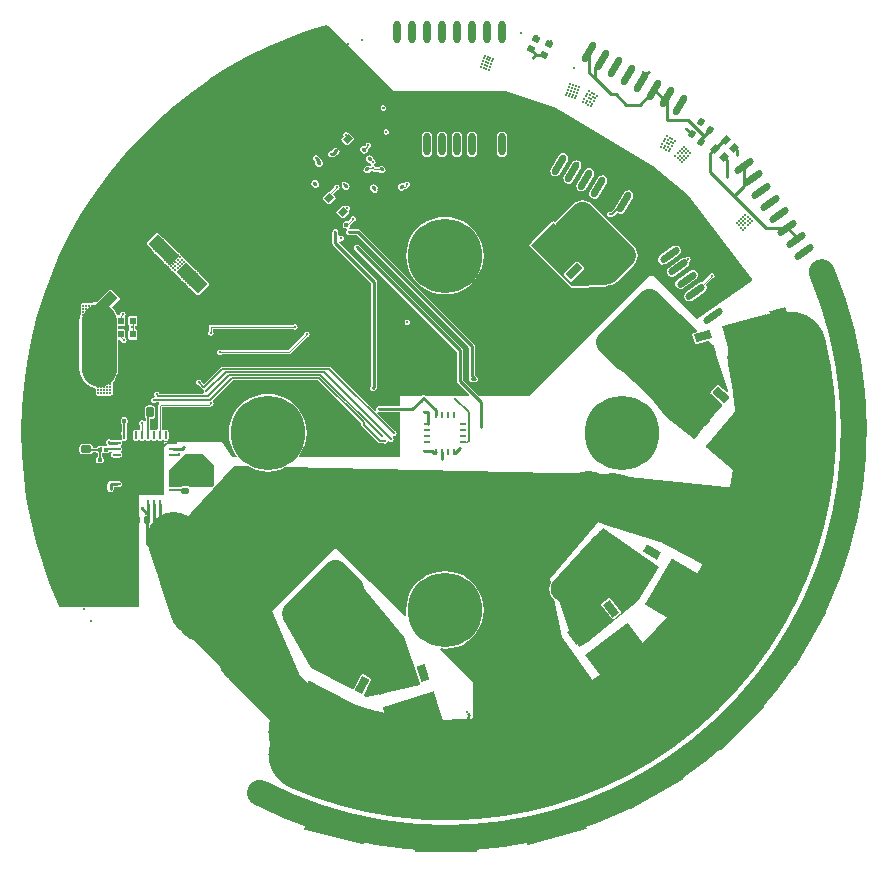
<source format=gbl>
G04 Layer_Physical_Order=6*
G04 Layer_Color=16711680*
%FSLAX44Y44*%
%MOMM*%
G71*
G01*
G75*
%ADD10C,2.2000*%
%ADD11C,6.0000*%
G04:AMPARAMS|DCode=14|XSize=4mm|YSize=7mm|CornerRadius=1mm|HoleSize=0mm|Usage=FLASHONLY|Rotation=135.000|XOffset=0mm|YOffset=0mm|HoleType=Round|Shape=RoundedRectangle|*
%AMROUNDEDRECTD14*
21,1,4.0000,5.0000,0,0,135.0*
21,1,2.0000,7.0000,0,0,135.0*
1,1,2.0000,1.0607,2.4749*
1,1,2.0000,2.4749,1.0607*
1,1,2.0000,-1.0607,-2.4749*
1,1,2.0000,-2.4749,-1.0607*
%
%ADD14ROUNDEDRECTD14*%
G04:AMPARAMS|DCode=16|XSize=4mm|YSize=7mm|CornerRadius=1mm|HoleSize=0mm|Usage=FLASHONLY|Rotation=225.000|XOffset=0mm|YOffset=0mm|HoleType=Round|Shape=RoundedRectangle|*
%AMROUNDEDRECTD16*
21,1,4.0000,5.0000,0,0,225.0*
21,1,2.0000,7.0000,0,0,225.0*
1,1,2.0000,-2.4749,1.0607*
1,1,2.0000,-1.0607,2.4749*
1,1,2.0000,2.4749,-1.0607*
1,1,2.0000,1.0607,-2.4749*
%
%ADD16ROUNDEDRECTD16*%
G04:AMPARAMS|DCode=27|XSize=4mm|YSize=7mm|CornerRadius=1mm|HoleSize=0mm|Usage=FLASHONLY|Rotation=317.500|XOffset=0mm|YOffset=0mm|HoleType=Round|Shape=RoundedRectangle|*
%AMROUNDEDRECTD27*
21,1,4.0000,5.0000,0,0,317.5*
21,1,2.0000,7.0000,0,0,317.5*
1,1,2.0000,-0.9517,-2.5188*
1,1,2.0000,-2.4263,-1.1676*
1,1,2.0000,0.9517,2.5188*
1,1,2.0000,2.4263,1.1676*
%
%ADD27ROUNDEDRECTD27*%
G04:AMPARAMS|DCode=40|XSize=0.508mm|YSize=0.6096mm|CornerRadius=0mm|HoleSize=0mm|Usage=FLASHONLY|Rotation=315.000|XOffset=0mm|YOffset=0mm|HoleType=Round|Shape=Rectangle|*
%AMROTATEDRECTD40*
4,1,4,-0.3951,-0.0359,0.0359,0.3951,0.3951,0.0359,-0.0359,-0.3951,-0.3951,-0.0359,0.0*
%
%ADD40ROTATEDRECTD40*%

G04:AMPARAMS|DCode=41|XSize=0.32mm|YSize=0.36mm|CornerRadius=0.08mm|HoleSize=0mm|Usage=FLASHONLY|Rotation=45.000|XOffset=0mm|YOffset=0mm|HoleType=Round|Shape=RoundedRectangle|*
%AMROUNDEDRECTD41*
21,1,0.3200,0.2000,0,0,45.0*
21,1,0.1600,0.3600,0,0,45.0*
1,1,0.1600,0.1273,-0.0141*
1,1,0.1600,0.0141,-0.1273*
1,1,0.1600,-0.1273,0.0141*
1,1,0.1600,-0.0141,0.1273*
%
%ADD41ROUNDEDRECTD41*%
G04:AMPARAMS|DCode=43|XSize=0.32mm|YSize=0.36mm|CornerRadius=0.08mm|HoleSize=0mm|Usage=FLASHONLY|Rotation=135.000|XOffset=0mm|YOffset=0mm|HoleType=Round|Shape=RoundedRectangle|*
%AMROUNDEDRECTD43*
21,1,0.3200,0.2000,0,0,135.0*
21,1,0.1600,0.3600,0,0,135.0*
1,1,0.1600,0.0141,0.1273*
1,1,0.1600,0.1273,0.0141*
1,1,0.1600,-0.0141,-0.1273*
1,1,0.1600,-0.1273,-0.0141*
%
%ADD43ROUNDEDRECTD43*%
G04:AMPARAMS|DCode=54|XSize=0.32mm|YSize=0.36mm|CornerRadius=0.08mm|HoleSize=0mm|Usage=FLASHONLY|Rotation=0.000|XOffset=0mm|YOffset=0mm|HoleType=Round|Shape=RoundedRectangle|*
%AMROUNDEDRECTD54*
21,1,0.3200,0.2000,0,0,0.0*
21,1,0.1600,0.3600,0,0,0.0*
1,1,0.1600,0.0800,-0.1000*
1,1,0.1600,-0.0800,-0.1000*
1,1,0.1600,-0.0800,0.1000*
1,1,0.1600,0.0800,0.1000*
%
%ADD54ROUNDEDRECTD54*%
G04:AMPARAMS|DCode=55|XSize=0.32mm|YSize=0.36mm|CornerRadius=0.08mm|HoleSize=0mm|Usage=FLASHONLY|Rotation=270.000|XOffset=0mm|YOffset=0mm|HoleType=Round|Shape=RoundedRectangle|*
%AMROUNDEDRECTD55*
21,1,0.3200,0.2000,0,0,270.0*
21,1,0.1600,0.3600,0,0,270.0*
1,1,0.1600,-0.1000,-0.0800*
1,1,0.1600,-0.1000,0.0800*
1,1,0.1600,0.1000,0.0800*
1,1,0.1600,0.1000,-0.0800*
%
%ADD55ROUNDEDRECTD55*%
G04:AMPARAMS|DCode=59|XSize=0.508mm|YSize=0.6096mm|CornerRadius=0.127mm|HoleSize=0mm|Usage=FLASHONLY|Rotation=180.000|XOffset=0mm|YOffset=0mm|HoleType=Round|Shape=RoundedRectangle|*
%AMROUNDEDRECTD59*
21,1,0.5080,0.3556,0,0,180.0*
21,1,0.2540,0.6096,0,0,180.0*
1,1,0.2540,-0.1270,0.1778*
1,1,0.2540,0.1270,0.1778*
1,1,0.2540,0.1270,-0.1778*
1,1,0.2540,-0.1270,-0.1778*
%
%ADD59ROUNDEDRECTD59*%
G04:AMPARAMS|DCode=60|XSize=0.6096mm|YSize=0.9144mm|CornerRadius=0.1524mm|HoleSize=0mm|Usage=FLASHONLY|Rotation=0.000|XOffset=0mm|YOffset=0mm|HoleType=Round|Shape=RoundedRectangle|*
%AMROUNDEDRECTD60*
21,1,0.6096,0.6096,0,0,0.0*
21,1,0.3048,0.9144,0,0,0.0*
1,1,0.3048,0.1524,-0.3048*
1,1,0.3048,-0.1524,-0.3048*
1,1,0.3048,-0.1524,0.3048*
1,1,0.3048,0.1524,0.3048*
%
%ADD60ROUNDEDRECTD60*%
G04:AMPARAMS|DCode=61|XSize=0.6096mm|YSize=0.9144mm|CornerRadius=0.1524mm|HoleSize=0mm|Usage=FLASHONLY|Rotation=90.000|XOffset=0mm|YOffset=0mm|HoleType=Round|Shape=RoundedRectangle|*
%AMROUNDEDRECTD61*
21,1,0.6096,0.6096,0,0,90.0*
21,1,0.3048,0.9144,0,0,90.0*
1,1,0.3048,0.3048,0.1524*
1,1,0.3048,0.3048,-0.1524*
1,1,0.3048,-0.3048,-0.1524*
1,1,0.3048,-0.3048,0.1524*
%
%ADD61ROUNDEDRECTD61*%
G04:AMPARAMS|DCode=70|XSize=0.71mm|YSize=1.37mm|CornerRadius=0mm|HoleSize=0mm|Usage=FLASHONLY|Rotation=315.000|XOffset=0mm|YOffset=0mm|HoleType=Round|Shape=Rectangle|*
%AMROTATEDRECTD70*
4,1,4,-0.7354,-0.2333,0.2333,0.7354,0.7354,0.2333,-0.2333,-0.7354,-0.7354,-0.2333,0.0*
%
%ADD70ROTATEDRECTD70*%

G04:AMPARAMS|DCode=71|XSize=3.85mm|YSize=4.52mm|CornerRadius=0mm|HoleSize=0mm|Usage=FLASHONLY|Rotation=225.000|XOffset=0mm|YOffset=0mm|HoleType=Round|Shape=Rectangle|*
%AMROTATEDRECTD71*
4,1,4,-0.2369,2.9592,2.9592,-0.2369,0.2369,-2.9592,-2.9592,0.2369,-0.2369,2.9592,0.0*
%
%ADD71ROTATEDRECTD71*%

%ADD78R,0.5080X0.6096*%
%ADD88C,0.1000*%
%ADD89C,4.5000*%
%ADD90C,0.1270*%
%ADD91C,0.2540*%
%ADD92C,3.0000*%
%ADD98C,6.3000*%
%ADD99C,0.2000*%
%ADD100C,7.0000*%
G04:AMPARAMS|DCode=101|XSize=0.508mm|YSize=0.6096mm|CornerRadius=0.127mm|HoleSize=0mm|Usage=FLASHONLY|Rotation=90.000|XOffset=0mm|YOffset=0mm|HoleType=Round|Shape=RoundedRectangle|*
%AMROUNDEDRECTD101*
21,1,0.5080,0.3556,0,0,90.0*
21,1,0.2540,0.6096,0,0,90.0*
1,1,0.2540,0.1778,0.1270*
1,1,0.2540,0.1778,-0.1270*
1,1,0.2540,-0.1778,-0.1270*
1,1,0.2540,-0.1778,0.1270*
%
%ADD101ROUNDEDRECTD101*%
%ADD102R,1.4000X5.2000*%
%ADD103O,0.7000X0.2500*%
%ADD104O,0.2500X0.7000*%
%ADD105R,2.6000X3.6000*%
G04:AMPARAMS|DCode=106|XSize=2.6mm|YSize=1.1mm|CornerRadius=0mm|HoleSize=0mm|Usage=FLASHONLY|Rotation=315.000|XOffset=0mm|YOffset=0mm|HoleType=Round|Shape=Rectangle|*
%AMROTATEDRECTD106*
4,1,4,-1.3081,0.5303,-0.5303,1.3081,1.3081,-0.5303,0.5303,-1.3081,-1.3081,0.5303,0.0*
%
%ADD106ROTATEDRECTD106*%

G04:AMPARAMS|DCode=107|XSize=0.5mm|YSize=0.6mm|CornerRadius=0mm|HoleSize=0mm|Usage=FLASHONLY|Rotation=135.000|XOffset=0mm|YOffset=0mm|HoleType=Round|Shape=Rectangle|*
%AMROTATEDRECTD107*
4,1,4,0.3889,0.0353,-0.0353,-0.3889,-0.3889,-0.0353,0.0353,0.3889,0.3889,0.0353,0.0*
%
%ADD107ROTATEDRECTD107*%

G04:AMPARAMS|DCode=108|XSize=0.508mm|YSize=0.6096mm|CornerRadius=0mm|HoleSize=0mm|Usage=FLASHONLY|Rotation=140.000|XOffset=0mm|YOffset=0mm|HoleType=Round|Shape=Rectangle|*
%AMROTATEDRECTD108*
4,1,4,0.3905,0.0702,-0.0014,-0.3968,-0.3905,-0.0702,0.0014,0.3968,0.3905,0.0702,0.0*
%
%ADD108ROTATEDRECTD108*%

G04:AMPARAMS|DCode=109|XSize=0.508mm|YSize=0.6096mm|CornerRadius=0mm|HoleSize=0mm|Usage=FLASHONLY|Rotation=65.000|XOffset=0mm|YOffset=0mm|HoleType=Round|Shape=Rectangle|*
%AMROTATEDRECTD109*
4,1,4,0.1689,-0.3590,-0.3836,-0.1014,-0.1689,0.3590,0.3836,0.1014,0.1689,-0.3590,0.0*
%
%ADD109ROTATEDRECTD109*%

%ADD110O,0.6000X1.9000*%
G04:AMPARAMS|DCode=111|XSize=0.6mm|YSize=1.9mm|CornerRadius=0mm|HoleSize=0mm|Usage=FLASHONLY|Rotation=330.000|XOffset=0mm|YOffset=0mm|HoleType=Round|Shape=Round|*
%AMOVALD111*
21,1,1.3000,0.6000,0.0000,0.0000,60.0*
1,1,0.6000,-0.3250,-0.5629*
1,1,0.6000,0.3250,0.5629*
%
%ADD111OVALD111*%

G04:AMPARAMS|DCode=112|XSize=0.6mm|YSize=1.9mm|CornerRadius=0mm|HoleSize=0mm|Usage=FLASHONLY|Rotation=305.000|XOffset=0mm|YOffset=0mm|HoleType=Round|Shape=Round|*
%AMOVALD112*
21,1,1.3000,0.6000,0.0000,0.0000,35.0*
1,1,0.6000,-0.5324,-0.3728*
1,1,0.6000,0.5324,0.3728*
%
%ADD112OVALD112*%

G04:AMPARAMS|DCode=113|XSize=3.85mm|YSize=4.52mm|CornerRadius=0mm|HoleSize=0mm|Usage=FLASHONLY|Rotation=329.603|XOffset=0mm|YOffset=0mm|HoleType=Round|Shape=Rectangle|*
%AMROTATEDRECTD113*
4,1,4,-2.8039,-0.9753,-0.5169,2.9234,2.8039,0.9753,0.5169,-2.9234,-2.8039,-0.9753,0.0*
%
%ADD113ROTATEDRECTD113*%

G04:AMPARAMS|DCode=114|XSize=0.71mm|YSize=1.37mm|CornerRadius=0mm|HoleSize=0mm|Usage=FLASHONLY|Rotation=239.603|XOffset=0mm|YOffset=0mm|HoleType=Round|Shape=Rectangle|*
%AMROTATEDRECTD114*
4,1,4,-0.4112,0.6528,0.7705,-0.0404,0.4112,-0.6528,-0.7705,0.0404,-0.4112,0.6528,0.0*
%
%ADD114ROTATEDRECTD114*%

G04:AMPARAMS|DCode=115|XSize=3.85mm|YSize=4.52mm|CornerRadius=0mm|HoleSize=0mm|Usage=FLASHONLY|Rotation=307.103|XOffset=0mm|YOffset=0mm|HoleType=Round|Shape=Rectangle|*
%AMROTATEDRECTD115*
4,1,4,-2.9637,0.1720,0.6412,2.8986,2.9637,-0.1720,-0.6412,-2.8986,-2.9637,0.1720,0.0*
%
%ADD115ROTATEDRECTD115*%

G04:AMPARAMS|DCode=116|XSize=0.71mm|YSize=1.37mm|CornerRadius=0mm|HoleSize=0mm|Usage=FLASHONLY|Rotation=217.103|XOffset=0mm|YOffset=0mm|HoleType=Round|Shape=Rectangle|*
%AMROTATEDRECTD116*
4,1,4,-0.1301,0.7605,0.6964,-0.3322,0.1301,-0.7605,-0.6964,0.3322,-0.1301,0.7605,0.0*
%
%ADD116ROTATEDRECTD116*%

G04:AMPARAMS|DCode=117|XSize=3.85mm|YSize=4.52mm|CornerRadius=0mm|HoleSize=0mm|Usage=FLASHONLY|Rotation=15.093|XOffset=0mm|YOffset=0mm|HoleType=Round|Shape=Rectangle|*
%AMROTATEDRECTD117*
4,1,4,-1.2701,-2.6833,-2.4471,1.6808,1.2701,2.6833,2.4471,-1.6808,-1.2701,-2.6833,0.0*
%
%ADD117ROTATEDRECTD117*%

G04:AMPARAMS|DCode=118|XSize=0.71mm|YSize=1.37mm|CornerRadius=0mm|HoleSize=0mm|Usage=FLASHONLY|Rotation=285.093|XOffset=0mm|YOffset=0mm|HoleType=Round|Shape=Rectangle|*
%AMROTATEDRECTD118*
4,1,4,-0.7538,0.1644,0.5689,0.5211,0.7538,-0.1644,-0.5689,-0.5211,-0.7538,0.1644,0.0*
%
%ADD118ROTATEDRECTD118*%

G04:AMPARAMS|DCode=119|XSize=3.85mm|YSize=4.52mm|CornerRadius=0mm|HoleSize=0mm|Usage=FLASHONLY|Rotation=319.814|XOffset=0mm|YOffset=0mm|HoleType=Round|Shape=Rectangle|*
%AMROTATEDRECTD119*
4,1,4,-2.9289,-0.4844,-0.0123,2.9687,2.9289,0.4844,0.0123,-2.9687,-2.9289,-0.4844,0.0*
%
%ADD119ROTATEDRECTD119*%

G04:AMPARAMS|DCode=120|XSize=0.71mm|YSize=1.37mm|CornerRadius=0mm|HoleSize=0mm|Usage=FLASHONLY|Rotation=229.814|XOffset=0mm|YOffset=0mm|HoleType=Round|Shape=Rectangle|*
%AMROTATEDRECTD120*
4,1,4,-0.2942,0.7132,0.7524,-0.1708,0.2942,-0.7132,-0.7524,0.1708,-0.2942,0.7132,0.0*
%
%ADD120ROTATEDRECTD120*%

G04:AMPARAMS|DCode=121|XSize=5.2mm|YSize=1.4mm|CornerRadius=0mm|HoleSize=0mm|Usage=FLASHONLY|Rotation=104.338|XOffset=0mm|YOffset=0mm|HoleType=Round|Shape=Rectangle|*
%AMROTATEDRECTD121*
4,1,4,1.3220,-2.3457,-0.0343,-2.6924,-1.3220,2.3457,0.0343,2.6924,1.3220,-2.3457,0.0*
%
%ADD121ROTATEDRECTD121*%

G04:AMPARAMS|DCode=122|XSize=5.2mm|YSize=1.4mm|CornerRadius=0mm|HoleSize=0mm|Usage=FLASHONLY|Rotation=75.309|XOffset=0mm|YOffset=0mm|HoleType=Round|Shape=Rectangle|*
%AMROTATEDRECTD122*
4,1,4,0.0177,-2.6925,-1.3365,-2.3375,-0.0177,2.6925,1.3365,2.3375,0.0177,-2.6925,0.0*
%
%ADD122ROTATEDRECTD122*%

G04:AMPARAMS|DCode=123|XSize=5.2mm|YSize=1.4mm|CornerRadius=0mm|HoleSize=0mm|Usage=FLASHONLY|Rotation=60.298|XOffset=0mm|YOffset=0mm|HoleType=Round|Shape=Rectangle|*
%AMROTATEDRECTD123*
4,1,4,-0.6802,-2.6052,-1.8963,-1.9116,0.6802,2.6052,1.8963,1.9116,-0.6802,-2.6052,0.0*
%
%ADD123ROTATEDRECTD123*%

G04:AMPARAMS|DCode=124|XSize=5.2mm|YSize=1.4mm|CornerRadius=0mm|HoleSize=0mm|Usage=FLASHONLY|Rotation=45.309|XOffset=0mm|YOffset=0mm|HoleType=Round|Shape=Rectangle|*
%AMROTATEDRECTD124*
4,1,4,-1.3309,-2.3407,-2.3262,-1.3560,1.3309,2.3407,2.3262,1.3560,-1.3309,-2.3407,0.0*
%
%ADD124ROTATEDRECTD124*%

G04:AMPARAMS|DCode=125|XSize=5.2mm|YSize=1.4mm|CornerRadius=0mm|HoleSize=0mm|Usage=FLASHONLY|Rotation=29.536|XOffset=0mm|YOffset=0mm|HoleType=Round|Shape=Rectangle|*
%AMROTATEDRECTD125*
4,1,4,-1.9171,-1.8907,-2.6072,-0.6727,1.9171,1.8907,2.6072,0.6727,-1.9171,-1.8907,0.0*
%
%ADD125ROTATEDRECTD125*%

G04:AMPARAMS|DCode=126|XSize=5.2mm|YSize=1.4mm|CornerRadius=0mm|HoleSize=0mm|Usage=FLASHONLY|Rotation=15.450|XOffset=0mm|YOffset=0mm|HoleType=Round|Shape=Rectangle|*
%AMROTATEDRECTD126*
4,1,4,-2.3196,-1.3673,-2.6925,-0.0179,2.3196,1.3673,2.6925,0.0179,-2.3196,-1.3673,0.0*
%
%ADD126ROTATEDRECTD126*%

G04:AMPARAMS|DCode=127|XSize=5.2mm|YSize=1.4mm|CornerRadius=0mm|HoleSize=0mm|Usage=FLASHONLY|Rotation=0.224|XOffset=0mm|YOffset=0mm|HoleType=Round|Shape=Rectangle|*
%AMROTATEDRECTD127*
4,1,4,-2.5972,-0.7101,-2.6027,0.6898,2.5972,0.7101,2.6027,-0.6898,-2.5972,-0.7101,0.0*
%
%ADD127ROTATEDRECTD127*%

G04:AMPARAMS|DCode=128|XSize=5.2mm|YSize=1.4mm|CornerRadius=0mm|HoleSize=0mm|Usage=FLASHONLY|Rotation=346.026|XOffset=0mm|YOffset=0mm|HoleType=Round|Shape=Rectangle|*
%AMROTATEDRECTD128*
4,1,4,-2.6921,-0.0514,-2.3540,1.3072,2.6921,0.0514,2.3540,-1.3072,-2.6921,-0.0514,0.0*
%
%ADD128ROTATEDRECTD128*%

G04:AMPARAMS|DCode=129|XSize=3.85mm|YSize=4.52mm|CornerRadius=0mm|HoleSize=0mm|Usage=FLASHONLY|Rotation=287.500|XOffset=0mm|YOffset=0mm|HoleType=Round|Shape=Rectangle|*
%AMROTATEDRECTD129*
4,1,4,-2.7343,1.1563,1.5765,2.5155,2.7343,-1.1563,-1.5765,-2.5155,-2.7343,1.1563,0.0*
%
%ADD129ROTATEDRECTD129*%

G04:AMPARAMS|DCode=130|XSize=0.71mm|YSize=1.37mm|CornerRadius=0mm|HoleSize=0mm|Usage=FLASHONLY|Rotation=197.500|XOffset=0mm|YOffset=0mm|HoleType=Round|Shape=Rectangle|*
%AMROTATEDRECTD130*
4,1,4,0.1326,0.7601,0.5445,-0.5465,-0.1326,-0.7601,-0.5445,0.5465,0.1326,0.7601,0.0*
%
%ADD130ROTATEDRECTD130*%

%ADD131P,0.3592X4X318.3*%
G04:AMPARAMS|DCode=132|XSize=0.9144mm|YSize=1.6002mm|CornerRadius=0mm|HoleSize=0mm|Usage=FLASHONLY|Rotation=134.998|XOffset=0mm|YOffset=0mm|HoleType=Round|Shape=Rectangle|*
%AMROTATEDRECTD132*
4,1,4,0.8891,0.2424,-0.2425,-0.8890,-0.8891,-0.2424,0.2425,0.8890,0.8891,0.2424,0.0*
%
%ADD132ROTATEDRECTD132*%

%ADD133P,0.5657X4X360.0*%
G04:AMPARAMS|DCode=134|XSize=0.55mm|YSize=0.6mm|CornerRadius=0mm|HoleSize=0mm|Usage=FLASHONLY|Rotation=315.000|XOffset=0mm|YOffset=0mm|HoleType=Round|Shape=Rectangle|*
%AMROTATEDRECTD134*
4,1,4,-0.4066,-0.0177,0.0177,0.4066,0.4066,0.0177,-0.0177,-0.4066,-0.4066,-0.0177,0.0*
%
%ADD134ROTATEDRECTD134*%

G04:AMPARAMS|DCode=135|XSize=3.85mm|YSize=4.52mm|CornerRadius=0mm|HoleSize=0mm|Usage=FLASHONLY|Rotation=242.500|XOffset=0mm|YOffset=0mm|HoleType=Round|Shape=Rectangle|*
%AMROTATEDRECTD135*
4,1,4,-1.1158,2.7511,2.8935,0.6639,1.1158,-2.7511,-2.8935,-0.6639,-1.1158,2.7511,0.0*
%
%ADD135ROTATEDRECTD135*%

G04:AMPARAMS|DCode=136|XSize=0.71mm|YSize=1.37mm|CornerRadius=0mm|HoleSize=0mm|Usage=FLASHONLY|Rotation=152.500|XOffset=0mm|YOffset=0mm|HoleType=Round|Shape=Rectangle|*
%AMROTATEDRECTD136*
4,1,4,0.6312,0.4437,-0.0014,-0.7715,-0.6312,-0.4437,0.0014,0.7715,0.6312,0.4437,0.0*
%
%ADD136ROTATEDRECTD136*%

%ADD137O,0.2500X0.6000*%
%ADD138O,0.6000X0.2500*%
G36*
X925830Y958850D02*
X1020720D01*
X1063003Y944769D01*
X1145540Y895709D01*
X1174961Y871009D01*
X1229471Y799561D01*
X1229273Y798306D01*
X1182370Y765810D01*
X1145540Y802640D01*
X1142117Y802640D01*
X1040517Y701040D01*
X998073Y701040D01*
X984300Y714813D01*
Y739448D01*
X984103Y740439D01*
X983541Y741279D01*
X896377Y828444D01*
X895537Y829005D01*
X894546Y829202D01*
X893555Y829005D01*
X892715Y828444D01*
X892153Y827603D01*
X891956Y826612D01*
X892153Y825621D01*
X892715Y824781D01*
X979120Y738375D01*
Y713740D01*
X979317Y712749D01*
X979879Y711909D01*
X989574Y702213D01*
X989088Y701040D01*
X952732Y701040D01*
X952616Y701156D01*
X951776Y701718D01*
X950785Y701915D01*
X949794Y701718D01*
X948954Y701156D01*
X948838Y701040D01*
X930910D01*
Y692200D01*
X913130D01*
X912139Y692003D01*
X911299Y691441D01*
X910737Y690601D01*
X910540Y689610D01*
X910661Y689002D01*
X909491Y688376D01*
X872593Y725273D01*
X871963Y725695D01*
X871220Y725842D01*
X780608D01*
X779864Y725695D01*
X779234Y725273D01*
X764954Y710993D01*
X762937Y713010D01*
X762868Y713356D01*
X762367Y714107D01*
X761616Y714608D01*
X760730Y714784D01*
X759844Y714608D01*
X759093Y714107D01*
X758592Y713356D01*
X758416Y712470D01*
X758592Y711584D01*
X759093Y710833D01*
X759844Y710332D01*
X760190Y710263D01*
X763167Y707287D01*
X763797Y706865D01*
X764126Y706800D01*
X764732Y706009D01*
X764884Y705448D01*
X764765Y704850D01*
X764903Y704157D01*
X764640Y703562D01*
X764134Y702887D01*
X727370D01*
X727308Y703196D01*
X726807Y703947D01*
X726056Y704448D01*
X725170Y704624D01*
X724284Y704448D01*
X723533Y703947D01*
X723032Y703196D01*
X722856Y702310D01*
X723032Y701424D01*
X723444Y700807D01*
X723268Y700113D01*
X723094Y699746D01*
X722959Y699530D01*
X722831Y699505D01*
X722630Y699545D01*
X721744Y699368D01*
X720993Y698867D01*
X720492Y698116D01*
X720315Y697230D01*
X720492Y696344D01*
X720993Y695593D01*
X721744Y695092D01*
X722630Y694915D01*
X723516Y695092D01*
X724267Y695593D01*
X724306Y695653D01*
X726932D01*
X726959Y695619D01*
X727391Y694383D01*
X726364Y693356D01*
X725973Y692771D01*
X725835Y692080D01*
Y672956D01*
X724658Y671837D01*
X724457D01*
X723623Y672394D01*
X722640Y672589D01*
X721657Y672394D01*
X720935Y671911D01*
X720804Y671865D01*
X720668Y671890D01*
X719582Y672266D01*
Y681173D01*
X720964D01*
X722054Y681390D01*
X722978Y682008D01*
X723596Y682932D01*
X723813Y684022D01*
Y690118D01*
X723596Y691208D01*
X722978Y692132D01*
X722054Y692750D01*
X720964Y692967D01*
X717916D01*
X716826Y692750D01*
X715902Y692132D01*
X715284Y691208D01*
X715067Y690118D01*
Y684022D01*
X715284Y682932D01*
X715698Y682313D01*
Y679603D01*
X714428Y679336D01*
X714107Y679817D01*
X713356Y680318D01*
X712470Y680495D01*
X711584Y680318D01*
X710833Y679817D01*
X710332Y679066D01*
X710155Y678180D01*
X710332Y677294D01*
X710833Y676543D01*
X710835Y676542D01*
Y672956D01*
X709658Y671837D01*
X709457D01*
X708623Y672394D01*
X707640Y672589D01*
X706657Y672394D01*
X705823Y671837D01*
X705266Y671003D01*
X705071Y670020D01*
Y665520D01*
X705266Y664537D01*
X705823Y663703D01*
X706657Y663146D01*
X707640Y662951D01*
X708623Y663146D01*
X709457Y663703D01*
X710823Y663703D01*
X711657Y663146D01*
X712640Y662951D01*
X713623Y663146D01*
X714457Y663703D01*
X715823Y663703D01*
X716657Y663146D01*
X717640Y662950D01*
X718623Y663146D01*
X719457Y663703D01*
X720823Y663703D01*
X721657Y663146D01*
X722640Y662951D01*
X723623Y663146D01*
X724457Y663703D01*
X725823Y663703D01*
X726657Y663146D01*
X727640Y662951D01*
X728623Y663146D01*
X729457Y663703D01*
X730823Y663703D01*
X731657Y663146D01*
X732640Y662951D01*
X733623Y663146D01*
X734457Y663703D01*
X735014Y664537D01*
X735209Y665520D01*
Y670020D01*
X735014Y671003D01*
X734457Y671837D01*
X733623Y672394D01*
X732640Y672589D01*
X731657Y672394D01*
X730823Y671837D01*
X730622D01*
X729445Y672956D01*
Y691332D01*
X729727Y691615D01*
X769620D01*
X770311Y691753D01*
X770896Y692144D01*
X771187Y692435D01*
X771776Y692552D01*
X772527Y693053D01*
X773028Y693804D01*
X773204Y694690D01*
X773028Y695576D01*
X772527Y696327D01*
X772431Y697294D01*
X789474Y714338D01*
X861743D01*
X898393Y677688D01*
Y676562D01*
X898540Y675819D01*
X898962Y675189D01*
X912584Y661567D01*
X912584Y661567D01*
X913214Y661145D01*
X913958Y660998D01*
X913958Y660998D01*
X917031D01*
X917324Y660802D01*
X918210Y660626D01*
X919096Y660802D01*
X919847Y661303D01*
X920348Y662054D01*
X920377Y662198D01*
X921654Y662573D01*
X922404Y662072D01*
X923290Y661896D01*
X924176Y662072D01*
X924927Y662573D01*
X925428Y663324D01*
X925604Y664210D01*
X925428Y665096D01*
X924927Y665846D01*
X925366Y666969D01*
X925430Y667055D01*
X925830Y666975D01*
X926716Y667152D01*
X927467Y667653D01*
X927968Y668404D01*
X928145Y669290D01*
X927968Y670176D01*
X927467Y670927D01*
X926716Y671428D01*
X926370Y671497D01*
X911896Y685971D01*
X912522Y687141D01*
X913130Y687020D01*
X930910D01*
Y648970D01*
X845897D01*
X845366Y650123D01*
X845619Y650421D01*
X848315Y654818D01*
X850288Y659584D01*
X851493Y664600D01*
X851897Y669742D01*
X851493Y674884D01*
X850288Y679900D01*
X848315Y684665D01*
X845619Y689063D01*
X842270Y692985D01*
X838347Y696335D01*
X833949Y699030D01*
X829184Y701004D01*
X824168Y702208D01*
X819026Y702613D01*
X813884Y702208D01*
X808868Y701004D01*
X804103Y699030D01*
X799705Y696335D01*
X795782Y692985D01*
X792432Y689063D01*
X789737Y684665D01*
X787764Y679900D01*
X786559Y674884D01*
X786155Y669742D01*
X786559Y664600D01*
X787764Y659584D01*
X789737Y654818D01*
X792432Y650421D01*
X792686Y650123D01*
X792155Y648970D01*
X788615D01*
X780529Y661670D01*
X731438D01*
Y616987D01*
X710137D01*
X710138Y606871D01*
X710077Y606781D01*
X709880Y605790D01*
X710077Y604799D01*
X710138Y604708D01*
X710146Y523292D01*
X709248Y522394D01*
X642613D01*
X642231Y523179D01*
X634818Y540744D01*
X628351Y558679D01*
X622846Y576933D01*
X618321Y595454D01*
X614789Y614189D01*
X612258Y633087D01*
X610737Y652091D01*
X610230Y671150D01*
X610744Y690338D01*
X612286Y709473D01*
X614851Y728495D01*
X618432Y747354D01*
X623018Y765993D01*
X628596Y784361D01*
X635150Y802402D01*
X642662Y820066D01*
X651109Y837303D01*
X660468Y854063D01*
X670284Y869619D01*
X670691Y869891D01*
X670724Y869940D01*
X671001Y870129D01*
X674526Y875510D01*
X685979Y891093D01*
X698258Y906036D01*
X711324Y920293D01*
X725142Y933824D01*
X739670Y946589D01*
X754866Y958552D01*
X769290Y968695D01*
X769439Y968929D01*
X785542Y979085D01*
X802433Y988505D01*
X819808Y996998D01*
X828457Y1000662D01*
X838330Y1004799D01*
X851597Y1009592D01*
X856133Y1011210D01*
X869455Y1015225D01*
X925830Y958850D01*
D02*
G37*
G36*
X802092Y641685D02*
X804103Y640453D01*
X808868Y638479D01*
X813884Y637275D01*
X819026Y636870D01*
X824168Y637275D01*
X829184Y638479D01*
X833949Y640453D01*
X834768Y640955D01*
X1100350Y635017D01*
X1248410Y619760D01*
Y567690D01*
X1213777Y544386D01*
X1105346Y601871D01*
X1058029Y546100D01*
X1058712Y542733D01*
X1057762Y540125D01*
X1057504Y537169D01*
X1058019Y534246D01*
X1059273Y531557D01*
X1061181Y529284D01*
X1061497Y528994D01*
X1068070Y496570D01*
X1097339Y456458D01*
X1101090Y448310D01*
X1113790Y435610D01*
X1099820Y421640D01*
X993140D01*
X993140Y458601D01*
X965099Y485906D01*
X965656Y487136D01*
X969026Y486870D01*
X974168Y487275D01*
X979184Y488479D01*
X983949Y490453D01*
X988347Y493148D01*
X992270Y496498D01*
X995619Y500420D01*
X998315Y504818D01*
X1000288Y509584D01*
X1001493Y514600D01*
X1001897Y519742D01*
X1001493Y524884D01*
X1000288Y529899D01*
X998315Y534665D01*
X995619Y539063D01*
X992270Y542985D01*
X988347Y546335D01*
X983949Y549030D01*
X979184Y551004D01*
X974168Y552208D01*
X969026Y552613D01*
X963884Y552208D01*
X958868Y551004D01*
X954103Y549030D01*
X949705Y546335D01*
X945782Y542985D01*
X942432Y539063D01*
X939737Y534665D01*
X937764Y529899D01*
X936559Y524884D01*
X936155Y519742D01*
X936485Y515540D01*
X935257Y514964D01*
X876315Y572358D01*
X822866Y518909D01*
X847188Y462395D01*
X827289Y427627D01*
X826031Y427459D01*
X736600Y516890D01*
X727162Y572358D01*
X790665Y641941D01*
X802092Y641685D01*
D02*
G37*
G36*
X1168232Y770079D02*
X1182716Y756552D01*
X1182410Y755319D01*
X1179599Y754561D01*
X1178765Y753919D01*
X1178630Y752876D01*
X1180479Y746021D01*
X1181120Y745187D01*
X1182164Y745052D01*
X1192146Y747744D01*
X1195880Y744257D01*
X1208713Y704693D01*
X1207659Y703984D01*
X1200656Y709900D01*
X1199654Y710219D01*
X1198719Y709736D01*
X1194137Y704312D01*
X1193818Y703310D01*
X1194301Y702375D01*
X1203873Y694290D01*
X1204034Y692537D01*
X1190482Y676920D01*
X1181023Y664315D01*
X1179764Y664152D01*
X1156083Y682877D01*
X1142651Y699770D01*
X1129491Y712931D01*
X1101788Y737257D01*
X1101747Y738527D01*
X1150620Y787400D01*
X1168232Y770079D01*
D02*
G37*
G36*
X773430Y642620D02*
Y625095D01*
X772039Y623570D01*
X753157D01*
X752909Y623941D01*
X752069Y624503D01*
X751078Y624700D01*
X747522D01*
X746531Y624503D01*
X745691Y623941D01*
X745443Y623570D01*
X742484D01*
X742373Y623644D01*
X741390Y623839D01*
X736890D01*
X736017Y623666D01*
X735204Y624382D01*
X735073Y624520D01*
Y637283D01*
X749300Y651510D01*
X764540D01*
X773430Y642620D01*
D02*
G37*
G36*
X881976Y560616D02*
X934428Y496862D01*
X948372Y457505D01*
X947765Y456390D01*
X902970Y445770D01*
X900294Y447186D01*
X900201Y448066D01*
X906526Y460218D01*
X906618Y461266D01*
X905942Y462072D01*
X899644Y465350D01*
X898596Y465442D01*
X897790Y464766D01*
X891742Y453148D01*
X890275Y452487D01*
X855618Y470825D01*
X831850Y511810D01*
Y513080D01*
X880708Y560685D01*
X881976Y560616D01*
D02*
G37*
G36*
X990687Y426543D02*
X988151Y426394D01*
X987973Y429437D01*
X990509Y429586D01*
X990687Y426543D01*
D02*
G37*
G36*
X1149889Y555721D02*
X1132890Y526902D01*
X1090370Y492760D01*
X1082709Y488525D01*
X1074112Y502662D01*
X1061923Y538278D01*
X1102608Y589046D01*
X1149889Y555721D01*
D02*
G37*
%LPC*%
G36*
X969026Y852613D02*
X963884Y852208D01*
X958868Y851004D01*
X954103Y849030D01*
X949705Y846335D01*
X945782Y842985D01*
X942432Y839063D01*
X939737Y834665D01*
X937764Y829900D01*
X936559Y824884D01*
X936155Y819742D01*
X936559Y814600D01*
X937764Y809584D01*
X939737Y804818D01*
X942432Y800420D01*
X945782Y796498D01*
X949705Y793148D01*
X954103Y790453D01*
X958868Y788479D01*
X963884Y787275D01*
X969026Y786870D01*
X974168Y787275D01*
X979184Y788479D01*
X983949Y790453D01*
X988347Y793148D01*
X992270Y796498D01*
X995619Y800420D01*
X998315Y804818D01*
X1000288Y809584D01*
X1001493Y814600D01*
X1001897Y819742D01*
X1001493Y824884D01*
X1000288Y829900D01*
X998315Y834665D01*
X995619Y839063D01*
X992270Y842985D01*
X988347Y846335D01*
X983949Y849030D01*
X979184Y851004D01*
X974168Y852208D01*
X969026Y852613D01*
D02*
G37*
G36*
X1195070Y804955D02*
X1194184Y804778D01*
X1193433Y804277D01*
X1192932Y803526D01*
X1192815Y802937D01*
X1186888Y797010D01*
X1185439Y796979D01*
X1183884Y796295D01*
X1173235Y788838D01*
X1172061Y787611D01*
X1171445Y786028D01*
X1171482Y784330D01*
X1172166Y782775D01*
X1173393Y781600D01*
X1174977Y780984D01*
X1176675Y781022D01*
X1178230Y781706D01*
X1188879Y789162D01*
X1190053Y790389D01*
X1190669Y791973D01*
X1190632Y793671D01*
X1190027Y795045D01*
X1195367Y800385D01*
X1195956Y800502D01*
X1196707Y801003D01*
X1197208Y801754D01*
X1197384Y802640D01*
X1197208Y803526D01*
X1196707Y804277D01*
X1195956Y804778D01*
X1195070Y804955D01*
D02*
G37*
G36*
X725561Y839300D02*
X724589Y838897D01*
X716811Y831119D01*
X716408Y830147D01*
X716811Y829175D01*
X720674Y825312D01*
X720838Y824486D01*
X721340Y823736D01*
X722091Y823234D01*
X722544Y823144D01*
X722634Y822690D01*
X723136Y821939D01*
X723886Y821438D01*
X724339Y821348D01*
X724429Y820894D01*
X724931Y820143D01*
X725682Y819641D01*
X726136Y819551D01*
X726226Y819098D01*
X726728Y818347D01*
X727478Y817845D01*
X727932Y817755D01*
X728022Y817302D01*
X728523Y816551D01*
X729274Y816049D01*
X729728Y815959D01*
X729818Y815506D01*
X730320Y814755D01*
X731071Y814253D01*
X731524Y814163D01*
X731614Y813710D01*
X732116Y812959D01*
X732867Y812458D01*
X733319Y812367D01*
X733410Y811914D01*
X733911Y811163D01*
X734662Y810661D01*
X735116Y810571D01*
X735206Y810118D01*
X735708Y809367D01*
X736459Y808865D01*
X736912Y808775D01*
X737002Y808322D01*
X737504Y807571D01*
X738254Y807069D01*
X738708Y806979D01*
X738798Y806526D01*
X739300Y805775D01*
X740051Y805273D01*
X740504Y805183D01*
X740594Y804730D01*
X741096Y803979D01*
X741846Y803477D01*
X742300Y803387D01*
X742390Y802934D01*
X742892Y802183D01*
X743643Y801681D01*
X744096Y801591D01*
X744186Y801138D01*
X744688Y800387D01*
X745439Y799885D01*
X745892Y799795D01*
X745982Y799342D01*
X746484Y798591D01*
X747235Y798089D01*
X747688Y797999D01*
X747778Y797546D01*
X748280Y796795D01*
X749031Y796293D01*
X749484Y796203D01*
X749574Y795750D01*
X750076Y794999D01*
X750827Y794497D01*
X751280Y794407D01*
X751370Y793954D01*
X751872Y793203D01*
X752623Y792701D01*
X753449Y792537D01*
X759325Y786661D01*
X760297Y786258D01*
X761270Y786661D01*
X769048Y794439D01*
X769450Y795411D01*
X769048Y796383D01*
X762908Y802523D01*
X762831Y802909D01*
X762329Y803660D01*
X761578Y804162D01*
X761192Y804239D01*
X761112Y804318D01*
X761035Y804705D01*
X760534Y805456D01*
X759783Y805958D01*
X759395Y806035D01*
X759316Y806115D01*
X759239Y806501D01*
X758737Y807252D01*
X757986Y807754D01*
X757599Y807831D01*
X757520Y807910D01*
X757443Y808298D01*
X756941Y809048D01*
X756190Y809550D01*
X755803Y809627D01*
X755724Y809707D01*
X755647Y810093D01*
X755145Y810844D01*
X754394Y811346D01*
X754008Y811423D01*
X753928Y811503D01*
X753851Y811889D01*
X753349Y812640D01*
X752598Y813142D01*
X752212Y813219D01*
X752132Y813299D01*
X752055Y813685D01*
X751553Y814436D01*
X750802Y814938D01*
X750349Y815028D01*
X750259Y815481D01*
X749757Y816232D01*
X749006Y816734D01*
X748553Y816824D01*
X748463Y817277D01*
X747961Y818028D01*
X747210Y818530D01*
X746757Y818620D01*
X746667Y819073D01*
X746165Y819824D01*
X745414Y820326D01*
X744961Y820416D01*
X744871Y820870D01*
X744369Y821621D01*
X743618Y822122D01*
X743231Y822199D01*
X743151Y822279D01*
X743074Y822665D01*
X742573Y823416D01*
X741822Y823918D01*
X741435Y823995D01*
X741356Y824075D01*
X741279Y824462D01*
X740777Y825213D01*
X740026Y825714D01*
X739639Y825791D01*
X739559Y825871D01*
X739482Y826258D01*
X738981Y827009D01*
X738230Y827510D01*
X737843Y827587D01*
X737764Y827667D01*
X737687Y828054D01*
X737185Y828805D01*
X736434Y829306D01*
X736047Y829383D01*
X735967Y829463D01*
X735890Y829850D01*
X735389Y830601D01*
X734638Y831102D01*
X734251Y831179D01*
X734171Y831259D01*
X734094Y831646D01*
X733593Y832396D01*
X732842Y832898D01*
X732455Y832975D01*
X732375Y833055D01*
X732298Y833442D01*
X731797Y834193D01*
X731046Y834695D01*
X730658Y834772D01*
X726533Y838897D01*
X725561Y839300D01*
D02*
G37*
G36*
X1179853Y807419D02*
X1178155Y807382D01*
X1176600Y806698D01*
X1165951Y799241D01*
X1164776Y798014D01*
X1164160Y796431D01*
X1164197Y794733D01*
X1164882Y793178D01*
X1166109Y792003D01*
X1167692Y791388D01*
X1169390Y791425D01*
X1170945Y792109D01*
X1181594Y799565D01*
X1182769Y800792D01*
X1183384Y802376D01*
X1183347Y804074D01*
X1182663Y805629D01*
X1181436Y806804D01*
X1179853Y807419D01*
D02*
G37*
G36*
X876300Y842060D02*
X875309Y841863D01*
X874469Y841301D01*
X873907Y840461D01*
X873710Y839470D01*
Y830580D01*
X873907Y829589D01*
X874469Y828749D01*
X906730Y796487D01*
Y709733D01*
X906219Y709221D01*
X905657Y708381D01*
X905460Y707390D01*
X905657Y706399D01*
X906219Y705559D01*
X907059Y704997D01*
X908050Y704800D01*
X909041Y704997D01*
X909881Y705559D01*
X911151Y706829D01*
X911713Y707669D01*
X911910Y708660D01*
Y797560D01*
X911713Y798551D01*
X911151Y799391D01*
X879669Y830874D01*
X879736Y831231D01*
X879851Y831386D01*
X881195Y832112D01*
X881380Y832076D01*
X882266Y832252D01*
X883017Y832753D01*
X883518Y833504D01*
X883695Y834390D01*
X883518Y835276D01*
X883017Y836027D01*
X882266Y836528D01*
X881380Y836704D01*
X880494Y836528D01*
X880160Y836305D01*
X878902Y836856D01*
X878890Y836867D01*
Y839470D01*
X878693Y840461D01*
X878131Y841301D01*
X877291Y841863D01*
X876300Y842060D01*
D02*
G37*
G36*
X1085403Y866696D02*
X1082461Y866309D01*
X1079720Y865173D01*
X1077365Y863367D01*
X1063223Y849224D01*
X1062791Y848661D01*
X1061967Y848607D01*
X1061196Y848926D01*
X1060995Y849010D01*
X1060023Y848607D01*
X1060023Y848607D01*
X1053256Y841840D01*
X1052741Y841626D01*
X1043054Y831939D01*
X1043054Y831939D01*
X1042840Y831424D01*
X1041063Y829647D01*
X1040660Y828675D01*
X1041063Y827703D01*
X1041063Y827703D01*
X1075988Y792778D01*
X1076013Y792767D01*
X1076025Y792743D01*
X1076495Y792568D01*
X1076960Y792375D01*
X1076985Y792386D01*
X1077011Y792376D01*
X1105176Y793421D01*
X1105633Y793630D01*
X1106098Y793822D01*
X1106758Y794483D01*
X1109559Y794851D01*
X1112300Y795987D01*
X1114654Y797793D01*
X1128797Y811936D01*
X1130603Y814290D01*
X1131739Y817031D01*
X1132126Y819973D01*
X1131739Y822915D01*
X1130603Y825657D01*
X1128797Y828011D01*
X1093441Y863367D01*
X1091087Y865173D01*
X1088345Y866309D01*
X1085403Y866696D01*
D02*
G37*
G36*
X1165284Y828226D02*
X1163586Y828189D01*
X1162031Y827505D01*
X1151382Y820048D01*
X1150207Y818821D01*
X1149592Y817238D01*
X1149629Y815539D01*
X1150313Y813985D01*
X1151540Y812810D01*
X1153123Y812194D01*
X1154821Y812231D01*
X1156376Y812915D01*
X1167025Y820372D01*
X1168200Y821599D01*
X1168815Y823182D01*
X1168778Y824881D01*
X1168094Y826435D01*
X1166867Y827610D01*
X1165284Y828226D01*
D02*
G37*
G36*
X1174750Y818924D02*
X1173864Y818748D01*
X1173113Y818247D01*
X1172776Y817742D01*
X1172569Y817822D01*
X1170870Y817785D01*
X1169315Y817101D01*
X1158667Y809645D01*
X1157492Y808418D01*
X1156876Y806834D01*
X1156913Y805136D01*
X1157597Y803581D01*
X1158824Y802407D01*
X1160408Y801791D01*
X1162106Y801828D01*
X1163661Y802512D01*
X1174310Y809969D01*
X1175484Y811196D01*
X1176100Y812779D01*
X1176063Y814477D01*
X1175968Y814694D01*
X1176387Y814973D01*
X1176888Y815724D01*
X1177065Y816610D01*
X1176888Y817496D01*
X1176387Y818247D01*
X1175636Y818748D01*
X1174750Y818924D01*
D02*
G37*
G36*
X698338Y683068D02*
X696738D01*
X695930Y682907D01*
X695245Y682450D01*
X694788Y681765D01*
X694627Y680957D01*
Y678958D01*
X694788Y678150D01*
X695245Y677465D01*
X695595Y677231D01*
Y671496D01*
X695266Y671003D01*
X695071Y670020D01*
Y665520D01*
X695257Y664580D01*
X695123Y664393D01*
X694517Y663787D01*
X694330Y663652D01*
X693390Y663839D01*
X691243D01*
X691140Y663860D01*
X685825D01*
X685521Y664063D01*
X684530Y664260D01*
X683539Y664063D01*
X682699Y663501D01*
X682137Y662661D01*
X681940Y661670D01*
X682137Y660679D01*
X682699Y659839D01*
X682837Y659700D01*
X682537Y658670D01*
X682361Y658430D01*
X681450D01*
X680642Y658270D01*
X679958Y657812D01*
X679958D01*
X679682Y658039D01*
X679557Y658227D01*
X678806Y658728D01*
X677920Y658904D01*
X677035Y658728D01*
X676589Y658430D01*
X675850D01*
X675042Y658270D01*
X674358Y657812D01*
X673990Y657262D01*
X671377D01*
Y657464D01*
X671160Y658554D01*
X670543Y659478D01*
X669618Y660096D01*
X668528Y660313D01*
X662432D01*
X661342Y660096D01*
X660418Y659478D01*
X659800Y658554D01*
X659583Y657464D01*
Y654416D01*
X659800Y653326D01*
X660418Y652402D01*
X661342Y651784D01*
X662432Y651567D01*
X668528D01*
X669618Y651784D01*
X670543Y652402D01*
X671160Y653326D01*
X671170Y653378D01*
X673990D01*
X674358Y652828D01*
X674968Y652420D01*
Y649350D01*
X674418Y648982D01*
X673960Y648298D01*
X673799Y647490D01*
Y645890D01*
X673960Y645082D01*
X674418Y644398D01*
X675102Y643940D01*
X675910Y643780D01*
X677910D01*
X678718Y643940D01*
X679402Y644398D01*
X679860Y645082D01*
X680021Y645890D01*
Y647490D01*
X679860Y648298D01*
X679402Y648982D01*
X678852Y649350D01*
Y652196D01*
X679437Y652530D01*
X680122Y652718D01*
X680642Y652370D01*
X681450Y652209D01*
X683050D01*
X683858Y652370D01*
X684542Y652828D01*
X685000Y653512D01*
X685161Y654320D01*
Y654327D01*
X686644D01*
X687019Y653243D01*
X687045Y653105D01*
X686999Y652975D01*
X686516Y652253D01*
X686320Y651270D01*
X686516Y650287D01*
X687073Y649453D01*
X687907Y648896D01*
X688890Y648701D01*
X693390D01*
X694373Y648896D01*
X695207Y649453D01*
X695764Y650287D01*
X695959Y651270D01*
X695764Y652253D01*
X695207Y653087D01*
X695207Y654453D01*
X695764Y655286D01*
X695959Y656270D01*
X695764Y657253D01*
X695207Y658087D01*
X695207Y659453D01*
X695764Y660287D01*
X695959Y661270D01*
X695772Y662209D01*
X695907Y662396D01*
X696514Y663003D01*
X696700Y663137D01*
X697640Y662951D01*
X698623Y663146D01*
X699457Y663703D01*
X700014Y664537D01*
X700209Y665520D01*
Y670020D01*
X700014Y671003D01*
X699480Y671802D01*
Y677231D01*
X699830Y677465D01*
X700288Y678150D01*
X700448Y678958D01*
Y680957D01*
X700288Y681765D01*
X699830Y682450D01*
X699145Y682907D01*
X698338Y683068D01*
D02*
G37*
G36*
X852170Y755424D02*
X851284Y755248D01*
X850533Y754747D01*
X850032Y753996D01*
X849915Y753407D01*
X836182Y739675D01*
X779895D01*
X779396Y740008D01*
X778510Y740184D01*
X777624Y740008D01*
X776873Y739507D01*
X776372Y738756D01*
X776196Y737870D01*
X776372Y736984D01*
X776873Y736233D01*
X777624Y735732D01*
X778510Y735555D01*
X779396Y735732D01*
X779895Y736065D01*
X836930D01*
X837621Y736203D01*
X838206Y736594D01*
X852467Y750855D01*
X853056Y750972D01*
X853807Y751473D01*
X854308Y752224D01*
X854484Y753110D01*
X854308Y753996D01*
X853807Y754747D01*
X853056Y755248D01*
X852170Y755424D01*
D02*
G37*
G36*
X691140Y628860D02*
X685960D01*
X684969Y628663D01*
X684129Y628101D01*
X683567Y627261D01*
X683370Y626270D01*
Y622140D01*
X683567Y621149D01*
X684129Y620309D01*
X684969Y619747D01*
X685960Y619550D01*
X686951Y619747D01*
X687791Y620309D01*
X688353Y621149D01*
X688550Y622140D01*
Y623680D01*
X691140D01*
X691243Y623701D01*
X693390D01*
X694373Y623896D01*
X695207Y624453D01*
X695764Y625287D01*
X695959Y626270D01*
X695764Y627253D01*
X695207Y628087D01*
X694373Y628644D01*
X693390Y628839D01*
X691243D01*
X691140Y628860D01*
D02*
G37*
G36*
X937260Y765584D02*
X936374Y765408D01*
X935623Y764907D01*
X935122Y764156D01*
X934946Y763270D01*
X935122Y762384D01*
X935623Y761633D01*
X936374Y761132D01*
X937260Y760956D01*
X938146Y761132D01*
X938897Y761633D01*
X939398Y762384D01*
X939575Y763270D01*
X939398Y764156D01*
X938897Y764907D01*
X938146Y765408D01*
X937260Y765584D01*
D02*
G37*
G36*
X685778Y791222D02*
X684806Y790819D01*
X674765Y780779D01*
X672691Y780575D01*
X669624Y779644D01*
X669004Y779313D01*
X668906Y779378D01*
X668020Y779555D01*
X667134Y779378D01*
X666750Y779121D01*
X666366Y779378D01*
X665480Y779555D01*
X664594Y779378D01*
X664210Y779121D01*
X663825Y779379D01*
X662940Y779555D01*
X662054Y779379D01*
X661303Y778877D01*
X660801Y778126D01*
X660625Y777240D01*
X660801Y776355D01*
X661059Y775970D01*
X660802Y775585D01*
X660626Y774700D01*
X660802Y773814D01*
X661058Y773430D01*
X660801Y773046D01*
X660625Y772160D01*
X660801Y771274D01*
X660929Y771083D01*
X660776Y770796D01*
X659845Y767729D01*
X659531Y764540D01*
Y734060D01*
Y723900D01*
X659845Y720711D01*
X660776Y717644D01*
X662287Y714817D01*
X664320Y712340D01*
X666797Y710307D01*
X669624Y708796D01*
X672573Y707901D01*
X672777Y707704D01*
X673407Y706532D01*
X673326Y706120D01*
X673502Y705234D01*
X673758Y704850D01*
X673502Y704466D01*
X673326Y703580D01*
X673502Y702694D01*
X674004Y701944D01*
X674754Y701442D01*
X675640Y701266D01*
X676526Y701442D01*
X676910Y701699D01*
X677294Y701442D01*
X678180Y701265D01*
X679066Y701442D01*
X679450Y701699D01*
X679834Y701442D01*
X680720Y701265D01*
X681606Y701442D01*
X681990Y701699D01*
X682374Y701442D01*
X683260Y701266D01*
X684146Y701442D01*
X684530Y701699D01*
X684914Y701442D01*
X685800Y701266D01*
X686685Y701442D01*
X687436Y701944D01*
X687938Y702694D01*
X688114Y703580D01*
X687938Y704466D01*
X687682Y704850D01*
X687938Y705234D01*
X688114Y706120D01*
X687938Y707006D01*
X687682Y707390D01*
X687938Y707774D01*
X688114Y708660D01*
X687938Y709546D01*
X687682Y709930D01*
X687938Y710314D01*
X688114Y711200D01*
X687938Y712086D01*
X687682Y712470D01*
X687939Y712854D01*
X687963Y712976D01*
X689473Y714817D01*
X690984Y717644D01*
X691915Y720711D01*
X692229Y723900D01*
Y734060D01*
Y748687D01*
X694020D01*
X694975Y747733D01*
X695092Y747144D01*
X695593Y746393D01*
X696344Y745892D01*
X697230Y745715D01*
X698116Y745892D01*
X698867Y746393D01*
X699368Y747144D01*
X699545Y748030D01*
X699368Y748916D01*
X698867Y749667D01*
X698533Y749889D01*
X698605Y750062D01*
Y756158D01*
X698202Y757130D01*
X697230Y757533D01*
X692229D01*
Y760117D01*
X697230D01*
X698202Y760520D01*
X698605Y761492D01*
Y767588D01*
X698202Y768560D01*
X698186Y768614D01*
X698604Y769240D01*
X698780Y770126D01*
X698604Y771011D01*
X698102Y771762D01*
X697351Y772264D01*
X696466Y772440D01*
X695580Y772264D01*
X694829Y771762D01*
X694327Y771011D01*
X694210Y770422D01*
X693414Y769626D01*
X693023Y769041D01*
X691776Y769140D01*
X691438Y769299D01*
X690984Y770796D01*
X689473Y773623D01*
X687440Y776100D01*
X687415Y776609D01*
X693215Y782409D01*
X693618Y783381D01*
X693215Y784353D01*
X686750Y790819D01*
X685778Y791222D01*
D02*
G37*
G36*
X707310Y768963D02*
X702230D01*
X701258Y768560D01*
X700855Y767588D01*
Y761492D01*
X701258Y760520D01*
X701973Y760224D01*
X701821Y759460D01*
X701997Y758574D01*
X701396Y757187D01*
X701258Y757130D01*
X700855Y756158D01*
Y750062D01*
X701258Y749090D01*
X702230Y748687D01*
X707310D01*
X708282Y749090D01*
X708685Y750062D01*
Y756158D01*
X708282Y757130D01*
X707310Y757533D01*
X706575D01*
Y760117D01*
X707310D01*
X708282Y760520D01*
X708685Y761492D01*
Y767588D01*
X708282Y768560D01*
X707310Y768963D01*
D02*
G37*
G36*
X842010Y761775D02*
X841124Y761598D01*
X840625Y761265D01*
X770890D01*
X770199Y761127D01*
X769614Y760736D01*
X769223Y760151D01*
X769085Y759460D01*
Y755765D01*
X768752Y755266D01*
X768576Y754380D01*
X768752Y753494D01*
X769253Y752743D01*
X770004Y752242D01*
X770890Y752066D01*
X771776Y752242D01*
X772527Y752743D01*
X773028Y753494D01*
X773204Y754380D01*
X773028Y755266D01*
X772695Y755765D01*
Y757655D01*
X840625D01*
X841124Y757322D01*
X842010Y757145D01*
X842896Y757322D01*
X843647Y757823D01*
X844148Y758574D01*
X844324Y759460D01*
X844148Y760346D01*
X843647Y761097D01*
X842896Y761598D01*
X842010Y761775D01*
D02*
G37*
G36*
X891540Y853214D02*
X890654Y853038D01*
X889903Y852537D01*
X889402Y851786D01*
X889285Y851197D01*
X886934Y848846D01*
X886510Y848931D01*
X884910D01*
X884102Y848770D01*
X883418Y848312D01*
X882960Y847628D01*
X882800Y846820D01*
Y844820D01*
X882960Y844012D01*
X883418Y843328D01*
X884102Y842870D01*
X884910Y842709D01*
X885720D01*
X886105Y841439D01*
X885899Y841301D01*
X885337Y840461D01*
X885140Y839470D01*
X885337Y838479D01*
X885899Y837639D01*
X886739Y837077D01*
X887730Y836880D01*
X894277D01*
X989280Y741877D01*
Y717550D01*
X989477Y716559D01*
X989664Y716280D01*
X989477Y716001D01*
X989280Y715010D01*
X989477Y714019D01*
X990039Y713179D01*
X990879Y712617D01*
X991870Y712420D01*
X994410D01*
X995401Y712617D01*
X996241Y713179D01*
X996803Y714019D01*
X997000Y715010D01*
X996803Y716001D01*
X996241Y716841D01*
X994460Y718623D01*
Y742950D01*
X994263Y743941D01*
X993701Y744781D01*
X897181Y841301D01*
X896341Y841863D01*
X895350Y842060D01*
X888391D01*
X888002Y843328D01*
X888460Y844012D01*
X888621Y844820D01*
Y845428D01*
X891837Y848645D01*
X892426Y848762D01*
X893177Y849263D01*
X893678Y850014D01*
X893855Y850900D01*
X893678Y851786D01*
X893177Y852537D01*
X892426Y853038D01*
X891540Y853214D01*
D02*
G37*
G36*
X979170Y924743D02*
X977504Y924412D01*
X976092Y923468D01*
X975148Y922056D01*
X974816Y920390D01*
Y907390D01*
X975148Y905724D01*
X976092Y904311D01*
X977504Y903368D01*
X979170Y903036D01*
X980836Y903368D01*
X982249Y904311D01*
X983192Y905724D01*
X983524Y907390D01*
Y920390D01*
X983192Y922056D01*
X982249Y923468D01*
X980836Y924412D01*
X979170Y924743D01*
D02*
G37*
G36*
X953770Y924744D02*
X952104Y924412D01*
X950692Y923468D01*
X949748Y922056D01*
X949416Y920390D01*
Y907390D01*
X949748Y905724D01*
X950692Y904312D01*
X952104Y903368D01*
X953770Y903036D01*
X955436Y903368D01*
X956849Y904312D01*
X957792Y905724D01*
X958124Y907390D01*
Y920390D01*
X957792Y922056D01*
X956849Y923468D01*
X955436Y924412D01*
X953770Y924744D01*
D02*
G37*
G36*
X1017270Y924744D02*
X1015604Y924412D01*
X1014192Y923468D01*
X1013248Y922056D01*
X1012916Y920390D01*
Y907390D01*
X1013248Y905724D01*
X1014192Y904312D01*
X1015604Y903368D01*
X1017270Y903036D01*
X1018936Y903368D01*
X1020349Y904312D01*
X1021292Y905724D01*
X1021624Y907390D01*
Y920390D01*
X1021292Y922056D01*
X1020349Y923468D01*
X1018936Y924412D01*
X1017270Y924744D01*
D02*
G37*
G36*
X859790Y904990D02*
X858799Y904793D01*
X857959Y904232D01*
X857397Y903391D01*
X857200Y902400D01*
X857397Y901409D01*
X857959Y900569D01*
X859370Y899158D01*
X859257Y898989D01*
X859097Y898181D01*
X859257Y897374D01*
X859715Y896689D01*
X861129Y895275D01*
X861814Y894817D01*
X862621Y894657D01*
X863429Y894817D01*
X864114Y895275D01*
X865245Y896406D01*
X865703Y897091D01*
X865863Y897898D01*
X865703Y898706D01*
X865245Y899391D01*
X865070Y899566D01*
Y899710D01*
X864872Y900702D01*
X864311Y901542D01*
X861621Y904232D01*
X860781Y904793D01*
X859790Y904990D01*
D02*
G37*
G36*
X905219Y904933D02*
X904411Y904773D01*
X903726Y904315D01*
X902595Y903184D01*
X902137Y902499D01*
X901977Y901692D01*
X902137Y900884D01*
X902595Y900199D01*
X904009Y898785D01*
X904694Y898327D01*
X905502Y898167D01*
X905927Y898251D01*
X906413Y897523D01*
X906528Y896079D01*
X906214Y895614D01*
X904831D01*
X904402Y895901D01*
X903594Y896062D01*
X902787Y895901D01*
X902102Y895443D01*
X900688Y894029D01*
X900230Y893345D01*
X900070Y892537D01*
X900230Y891729D01*
X900688Y891045D01*
X901819Y889913D01*
X902504Y889456D01*
X903311Y889295D01*
X904119Y889456D01*
X904804Y889913D01*
X906218Y891327D01*
X906480Y891720D01*
X907748Y891488D01*
X907852Y891384D01*
X908438Y890993D01*
X909128Y890855D01*
X913209D01*
X914169Y889895D01*
X914854Y889437D01*
X915662Y889277D01*
X916469Y889437D01*
X917154Y889895D01*
X918285Y891026D01*
X918743Y891711D01*
X918904Y892519D01*
X918743Y893326D01*
X918285Y894011D01*
X916871Y895425D01*
X916187Y895883D01*
X915379Y896043D01*
X914571Y895883D01*
X913886Y895425D01*
X912926Y894465D01*
X910163D01*
X910117Y894696D01*
X909615Y895446D01*
X909136Y895767D01*
X909038Y896377D01*
X909049Y896730D01*
X909153Y897167D01*
X909687Y897523D01*
X910188Y898274D01*
X910365Y899160D01*
X910188Y900046D01*
X909687Y900797D01*
X908936Y901298D01*
X908730Y901339D01*
X908744Y901409D01*
X908583Y902216D01*
X908125Y902901D01*
X906711Y904315D01*
X906026Y904773D01*
X905219Y904933D01*
D02*
G37*
G36*
X876591Y911283D02*
X875784Y911123D01*
X875099Y910665D01*
X873685Y909251D01*
X873227Y908566D01*
X873171Y908284D01*
X872987Y908100D01*
X872490D01*
X871499Y907903D01*
X870659Y907341D01*
X870097Y906501D01*
X869900Y905510D01*
X870097Y904519D01*
X870659Y903679D01*
X871499Y903117D01*
X872490Y902920D01*
X874060D01*
X875051Y903117D01*
X875891Y903679D01*
X876833Y904621D01*
X877116Y904678D01*
X877801Y905135D01*
X879215Y906549D01*
X879672Y907234D01*
X879833Y908042D01*
X879672Y908849D01*
X879215Y909534D01*
X878084Y910665D01*
X877399Y911123D01*
X876591Y911283D01*
D02*
G37*
G36*
X885190Y924334D02*
X884304Y924158D01*
X883553Y923657D01*
X883052Y922906D01*
X882876Y922020D01*
X883052Y921134D01*
X883393Y920623D01*
X881873Y919103D01*
X881471Y918131D01*
X881873Y917159D01*
X885409Y913623D01*
X886381Y913221D01*
X887353Y913623D01*
X891596Y917866D01*
X891998Y918838D01*
X891596Y919810D01*
X888060Y923346D01*
X887088Y923748D01*
X886835Y923644D01*
X886827Y923657D01*
X886076Y924158D01*
X885190Y924334D01*
D02*
G37*
G36*
X919480Y926874D02*
X918594Y926698D01*
X917843Y926197D01*
X917342Y925446D01*
X917166Y924560D01*
X917342Y923674D01*
X917843Y922923D01*
X918594Y922422D01*
X919480Y922245D01*
X920366Y922422D01*
X921117Y922923D01*
X921618Y923674D01*
X921795Y924560D01*
X921618Y925446D01*
X921117Y926197D01*
X920366Y926698D01*
X919480Y926874D01*
D02*
G37*
G36*
X916940Y947195D02*
X916054Y947018D01*
X915303Y946517D01*
X914802Y945766D01*
X914625Y944880D01*
X914802Y943994D01*
X915303Y943243D01*
X916054Y942742D01*
X916940Y942566D01*
X916985Y942574D01*
X917240Y942524D01*
X917931Y942661D01*
X918516Y943053D01*
X918907Y943638D01*
X918936Y943781D01*
X919078Y943994D01*
X919255Y944880D01*
X919078Y945766D01*
X918577Y946517D01*
X917826Y947018D01*
X916940Y947195D01*
D02*
G37*
G36*
X966470Y924744D02*
X964804Y924412D01*
X963392Y923468D01*
X962448Y922056D01*
X962116Y920390D01*
Y907390D01*
X962448Y905724D01*
X963392Y904312D01*
X964804Y903368D01*
X966470Y903036D01*
X968136Y903368D01*
X969549Y904312D01*
X970492Y905724D01*
X970824Y907390D01*
Y920390D01*
X970492Y922056D01*
X969549Y923468D01*
X968136Y924412D01*
X966470Y924744D01*
D02*
G37*
G36*
X991870Y924744D02*
X990204Y924412D01*
X988792Y923468D01*
X987848Y922056D01*
X987516Y920390D01*
Y907390D01*
X987848Y905724D01*
X988792Y904312D01*
X990204Y903368D01*
X991870Y903036D01*
X993536Y903368D01*
X994949Y904312D01*
X995892Y905724D01*
X996224Y907390D01*
Y920390D01*
X995892Y922056D01*
X994949Y923468D01*
X993536Y924412D01*
X991870Y924744D01*
D02*
G37*
G36*
X904240Y915444D02*
X903354Y915268D01*
X902603Y914767D01*
X902102Y914016D01*
X902027Y913638D01*
X901246Y912693D01*
X900438Y912853D01*
X899631Y912693D01*
X898946Y912235D01*
X897815Y911104D01*
X897357Y910419D01*
X897196Y909611D01*
X897357Y908804D01*
X897815Y908119D01*
X899229Y906705D01*
X899913Y906247D01*
X900721Y906087D01*
X901529Y906247D01*
X902214Y906705D01*
X903345Y907836D01*
X903802Y908521D01*
X903963Y909329D01*
X903802Y910136D01*
X904748Y910917D01*
X905126Y910992D01*
X905877Y911493D01*
X906378Y912244D01*
X906554Y913130D01*
X906378Y914016D01*
X905877Y914767D01*
X905126Y915268D01*
X904240Y915444D01*
D02*
G37*
G36*
X1069741Y906704D02*
X1068045Y906593D01*
X1066522Y905842D01*
X1065402Y904565D01*
X1058902Y893306D01*
X1058356Y891698D01*
X1058467Y890003D01*
X1059218Y888479D01*
X1060495Y887359D01*
X1062104Y886813D01*
X1063799Y886924D01*
X1065323Y887676D01*
X1066443Y888953D01*
X1072943Y900211D01*
X1073489Y901820D01*
X1073378Y903515D01*
X1072626Y905038D01*
X1071349Y906158D01*
X1069741Y906704D01*
D02*
G37*
G36*
X908618Y880393D02*
X907811Y880233D01*
X907126Y879775D01*
X905995Y878644D01*
X905537Y877959D01*
X905377Y877151D01*
X905537Y876344D01*
X905995Y875659D01*
X907409Y874245D01*
X907719Y874037D01*
X908146Y873398D01*
X908897Y872896D01*
X909783Y872720D01*
X910669Y872896D01*
X911420Y873398D01*
X911921Y874149D01*
X912097Y875035D01*
X911921Y875920D01*
X911905Y875945D01*
X911983Y876061D01*
X912143Y876869D01*
X911983Y877676D01*
X911525Y878361D01*
X910111Y879775D01*
X909426Y880233D01*
X908618Y880393D01*
D02*
G37*
G36*
X877570Y879884D02*
X876684Y879708D01*
X875933Y879207D01*
X875432Y878456D01*
X875315Y877867D01*
X871357Y873910D01*
X871209Y873971D01*
X870237Y873569D01*
X865994Y869326D01*
X865994Y869326D01*
X865592Y868354D01*
X865994Y867382D01*
X869883Y863493D01*
X869883Y863493D01*
X870855Y863090D01*
X871827Y863493D01*
X876070Y867735D01*
X876070Y867735D01*
X876473Y868708D01*
X876070Y869679D01*
X874151Y871599D01*
X877867Y875315D01*
X878456Y875432D01*
X879207Y875933D01*
X879708Y876684D01*
X879884Y877570D01*
X879708Y878456D01*
X879207Y879207D01*
X878456Y879708D01*
X877570Y879884D01*
D02*
G37*
G36*
X1102736Y887654D02*
X1101041Y887543D01*
X1099518Y886792D01*
X1098398Y885515D01*
X1091898Y874257D01*
X1091351Y872648D01*
X1091463Y870953D01*
X1092214Y869429D01*
X1093491Y868309D01*
X1095100Y867763D01*
X1096795Y867874D01*
X1098318Y868626D01*
X1099438Y869903D01*
X1105938Y881161D01*
X1106484Y882770D01*
X1106373Y884465D01*
X1105622Y885988D01*
X1104345Y887108D01*
X1102736Y887654D01*
D02*
G37*
G36*
X882876Y862304D02*
X881904Y861901D01*
X877662Y857659D01*
X877662Y857659D01*
X877259Y856687D01*
X877662Y855715D01*
X881551Y851826D01*
X881551Y851826D01*
X882523Y851423D01*
X883495Y851826D01*
X887737Y856068D01*
X887737Y856068D01*
X888140Y857040D01*
X887769Y857935D01*
X888097Y858153D01*
X888598Y858904D01*
X888774Y859790D01*
X888598Y860676D01*
X888097Y861427D01*
X887346Y861928D01*
X886460Y862104D01*
X885574Y861928D01*
X885022Y861559D01*
X883848Y861901D01*
X882876Y862304D01*
D02*
G37*
G36*
X1124733Y874954D02*
X1123038Y874843D01*
X1121515Y874092D01*
X1120395Y872815D01*
X1113895Y861556D01*
X1113473Y860313D01*
X1109843Y856683D01*
X1109596Y856848D01*
X1108710Y857025D01*
X1107824Y856848D01*
X1107073Y856347D01*
X1106572Y855596D01*
X1106395Y854710D01*
X1106572Y853824D01*
X1107073Y853073D01*
X1107824Y852572D01*
X1108710Y852395D01*
X1109596Y852572D01*
X1109889Y852768D01*
X1110616D01*
X1111359Y852915D01*
X1111990Y853337D01*
X1114835Y856182D01*
X1115488Y855609D01*
X1117097Y855063D01*
X1118792Y855174D01*
X1120315Y855926D01*
X1121435Y857203D01*
X1127935Y868461D01*
X1128481Y870070D01*
X1128370Y871765D01*
X1127619Y873288D01*
X1126342Y874408D01*
X1124733Y874954D01*
D02*
G37*
G36*
X858939Y884053D02*
X858131Y883893D01*
X857446Y883435D01*
X856315Y882304D01*
X855857Y881619D01*
X855697Y880811D01*
X855857Y880004D01*
X856315Y879319D01*
X857729Y877905D01*
X858414Y877447D01*
X859221Y877287D01*
X859725Y877387D01*
X859895Y877353D01*
X860781Y877529D01*
X861532Y878031D01*
X862033Y878782D01*
X862185Y879545D01*
X862303Y879721D01*
X862463Y880529D01*
X862303Y881336D01*
X861845Y882021D01*
X860431Y883435D01*
X859746Y883893D01*
X858939Y884053D01*
D02*
G37*
G36*
X1080739Y900354D02*
X1079044Y900243D01*
X1077521Y899492D01*
X1076400Y898215D01*
X1069901Y886956D01*
X1069354Y885348D01*
X1069465Y883653D01*
X1070217Y882129D01*
X1071494Y881009D01*
X1073103Y880463D01*
X1074798Y880574D01*
X1076321Y881326D01*
X1077441Y882603D01*
X1083941Y893861D01*
X1084487Y895470D01*
X1084376Y897165D01*
X1084258Y897404D01*
X1084354Y897890D01*
X1084178Y898776D01*
X1083677Y899527D01*
X1082926Y900028D01*
X1082040Y900204D01*
X1081498Y900097D01*
X1080739Y900354D01*
D02*
G37*
G36*
X937260Y882424D02*
X936374Y882248D01*
X935623Y881747D01*
X935275Y881225D01*
X934938Y881029D01*
X934483Y880902D01*
X933788Y880799D01*
X933454Y881023D01*
X932646Y881183D01*
X931838Y881023D01*
X931153Y880565D01*
X929739Y879151D01*
X929282Y878466D01*
X929121Y877658D01*
X929282Y876851D01*
X929739Y876166D01*
X930871Y875035D01*
X931555Y874577D01*
X932363Y874417D01*
X933171Y874577D01*
X933855Y875035D01*
X934816Y875995D01*
X934950D01*
X935640Y876133D01*
X936226Y876524D01*
X937557Y877855D01*
X938146Y877972D01*
X938897Y878473D01*
X939398Y879224D01*
X939575Y880110D01*
X939398Y880996D01*
X938897Y881747D01*
X938146Y882248D01*
X937260Y882424D01*
D02*
G37*
G36*
X883920D02*
X883034Y882248D01*
X882283Y881747D01*
X881782Y880996D01*
X881606Y880110D01*
X881758Y879342D01*
X881657Y878832D01*
X881817Y878024D01*
X882275Y877339D01*
X883689Y875925D01*
X884374Y875468D01*
X885182Y875307D01*
X885989Y875468D01*
X886674Y875925D01*
X887805Y877056D01*
X888263Y877741D01*
X888424Y878549D01*
X888263Y879356D01*
X887805Y880041D01*
X886391Y881455D01*
X885706Y881913D01*
X885139Y882026D01*
X884806Y882248D01*
X883920Y882424D01*
D02*
G37*
G36*
X1091737Y894004D02*
X1090042Y893893D01*
X1088519Y893142D01*
X1087399Y891865D01*
X1080899Y880606D01*
X1080353Y878998D01*
X1080464Y877303D01*
X1081215Y875779D01*
X1082492Y874659D01*
X1084101Y874113D01*
X1085796Y874224D01*
X1087319Y874976D01*
X1088439Y876253D01*
X1094939Y887511D01*
X1095486Y889120D01*
X1095374Y890815D01*
X1094623Y892338D01*
X1093346Y893458D01*
X1091737Y894004D01*
D02*
G37*
%LPD*%
G36*
X1109480Y799149D02*
X1105126Y794794D01*
X1076960Y793750D01*
X1042035Y828675D01*
X1060995Y847635D01*
X1109480Y799149D01*
D02*
G37*
%LPC*%
G36*
X1080654Y815088D02*
X1079682Y814686D01*
X1069994Y804998D01*
X1069994Y804998D01*
X1069592Y804026D01*
X1069656Y803872D01*
X1069994Y803054D01*
X1075015Y798034D01*
X1075015Y798034D01*
X1075987Y797631D01*
X1076959Y798034D01*
X1086646Y807721D01*
X1086646Y807721D01*
X1087049Y808693D01*
X1086985Y808848D01*
X1086646Y809665D01*
X1081626Y814686D01*
X1081626Y814686D01*
X1080654Y815088D01*
D02*
G37*
G36*
X1108806Y529749D02*
X1108648Y529708D01*
X1107788Y529484D01*
X1102125Y525201D01*
X1101593Y524293D01*
X1101858Y523275D01*
X1110122Y512349D01*
Y512348D01*
X1111030Y511816D01*
X1111193Y511858D01*
X1112048Y512081D01*
X1117711Y516364D01*
X1118243Y517272D01*
X1117978Y518290D01*
X1109713Y529216D01*
X1109713Y529217D01*
X1108806Y529749D01*
D02*
G37*
%LPD*%
D10*
X812372Y364929D02*
G03*
X1288136Y805807I157908J306741D01*
G01*
D11*
X849700Y396969D02*
G03*
X1261878Y742173I120580J274701D01*
G01*
D14*
X866140Y527050D02*
D03*
X1131570Y756920D02*
D03*
D16*
X781050Y497840D02*
D03*
X1014730Y754380D02*
D03*
X1096010Y830580D02*
D03*
D27*
X1093123Y549341D02*
D03*
D40*
X1213902Y910808D02*
D03*
X1206774Y917936D02*
D03*
X1204956Y903244D02*
D03*
X1197828Y910372D02*
D03*
D41*
X904800Y873050D02*
D03*
X908760Y877010D02*
D03*
X909320Y905510D02*
D03*
X905360Y901550D02*
D03*
X896620Y905510D02*
D03*
X900580Y909470D02*
D03*
X858520Y894080D02*
D03*
X862480Y898040D02*
D03*
X919480Y896620D02*
D03*
X915520Y892660D02*
D03*
X889000Y882650D02*
D03*
X885040Y878690D02*
D03*
X863040Y884630D02*
D03*
X859080Y880670D02*
D03*
D43*
X928545Y881760D02*
D03*
X932504Y877800D02*
D03*
X899493Y896638D02*
D03*
X903453Y892678D02*
D03*
X872490Y911860D02*
D03*
X876450Y907900D02*
D03*
D54*
X880110Y845820D02*
D03*
X885710D02*
D03*
X691938Y679958D02*
D03*
X697538Y679958D02*
D03*
X676650Y655320D02*
D03*
X682250Y655320D02*
D03*
D55*
X676910Y646690D02*
D03*
Y641090D02*
D03*
D59*
X716470Y595630D02*
D03*
X708470Y595630D02*
D03*
D60*
X733440Y687070D02*
D03*
X719440Y687070D02*
D03*
D61*
X665480Y655940D02*
D03*
Y669940D02*
D03*
D70*
X1012206Y794127D02*
D03*
X1021186Y785147D02*
D03*
X1030166Y776166D02*
D03*
X1039147Y767186D02*
D03*
X1078320Y806360D02*
D03*
X1069340Y815340D02*
D03*
X1060360Y824320D02*
D03*
X1051379Y833300D02*
D03*
D71*
X1038546Y793526D02*
D03*
D78*
X694690Y764540D02*
D03*
X704770Y764540D02*
D03*
X694690Y753110D02*
D03*
X704770D02*
D03*
D88*
X917240Y944329D02*
Y945180D01*
X885190Y922020D02*
X887730Y919480D01*
X854722Y416628D02*
Y416628D01*
Y424168D01*
X730864Y824844D02*
X754994Y800714D01*
X704770Y758825D02*
Y764540D01*
X836930Y737870D02*
X852170Y753110D01*
X778510Y737870D02*
X836930D01*
X712470Y678180D02*
X712640Y678010D01*
Y667770D02*
Y678010D01*
X727640Y667770D02*
Y692080D01*
X728980Y693420D01*
X769620D01*
X770890Y694690D01*
Y754380D02*
Y759460D01*
X842010D01*
X908760Y876058D02*
X909783Y875035D01*
X907979Y893810D02*
X909128Y892660D01*
X904584Y893810D02*
X907979D01*
X904240Y913130D02*
X904240D01*
X905360Y901550D02*
X907750Y899160D01*
X908050D01*
X754994Y800714D02*
X754994D01*
X989182Y431356D02*
Y431948D01*
X988060Y433070D02*
X989182Y431948D01*
X1166488Y809807D02*
X1167947D01*
X1174750Y816610D01*
X1181430Y789000D02*
X1195070Y802640D01*
X1181057Y789000D02*
X1181430D01*
X885190Y922020D02*
X885190D01*
X984510Y661790D02*
X988060D01*
X694690Y768350D02*
X696466Y770126D01*
X704770Y753110D02*
Y758825D01*
X704135Y759460D02*
X704770Y758825D01*
X694690Y764540D02*
Y768350D01*
X694690Y750570D02*
Y753110D01*
Y750570D02*
X697230Y748030D01*
X886460Y845820D02*
X891540Y850900D01*
X885710Y845820D02*
X886460D01*
X900580Y909470D02*
X904240Y913130D01*
X883920Y879810D02*
Y880110D01*
X882699Y856863D02*
X885626Y859790D01*
X886460D01*
X871032Y868531D02*
Y871032D01*
X877570Y877570D01*
X883920Y879810D02*
X885040Y878690D01*
X934950Y877800D02*
X937260Y880110D01*
X932504Y877800D02*
X934950D01*
X908760Y876058D02*
Y877010D01*
X886734Y918484D02*
X887730Y919480D01*
X909128Y892660D02*
X915520D01*
X903453Y892678D02*
X904584Y893810D01*
X854710Y897890D02*
Y899160D01*
Y897890D02*
X858520Y894080D01*
X656410Y558800D02*
X700170D01*
X651377Y553767D02*
X656410Y558800D01*
D89*
X1110462Y613568D02*
X1233375Y575853D01*
X1237178Y574686D01*
X1018540Y581660D02*
X1043677Y401461D01*
X803501Y475389D02*
X854722Y424168D01*
X1043677Y401461D02*
X1044401Y396274D01*
X744196Y564774D02*
X746514Y557616D01*
X750170Y546324D01*
X778394Y528472D02*
X873760Y617220D01*
X776258Y526484D02*
X776325Y526546D01*
X775001Y525315D02*
X776258Y526484D01*
X774400Y524755D02*
X774466Y524817D01*
X773143Y523585D02*
X774400Y524755D01*
X772542Y523026D02*
X772608Y523088D01*
X771284Y521856D02*
X772542Y523026D01*
X757710Y523039D02*
X758542Y520468D01*
X770751Y521359D02*
X770817Y521421D01*
X769360Y520065D02*
X770683Y521297D01*
X768892Y519629D02*
X768958Y519691D01*
X768825Y519567D02*
X768892Y519629D01*
X767501Y518335D02*
X768825Y519567D01*
X766967Y517838D02*
X767034Y517900D01*
X766967Y517838D02*
X766967Y517838D01*
X767034Y517900D02*
X767100Y517962D01*
X767101Y517962D01*
X767101Y517963D01*
X767167Y518024D01*
X767167Y518024D01*
X767231Y518084D01*
X767232Y518085D01*
X767233Y518086D01*
X767234Y518087D01*
X767235Y518087D01*
X767235Y518088D01*
X767236Y518089D01*
X767237Y518089D01*
X767301Y518149D01*
X767301Y518149D01*
X767303Y518151D01*
X767366Y518210D01*
X767367Y518210D01*
X767368Y518211D01*
X767433Y518271D01*
X767433Y518271D01*
X767433Y518272D01*
X767434Y518273D01*
X767436Y518274D01*
X767501Y518335D01*
X768825Y519567D02*
X768825Y519567D01*
X768958Y519691D02*
X768958Y519691D01*
X768958Y519691D01*
X768958Y519691D01*
X768959Y519692D01*
X769024Y519753D01*
X769025Y519753D01*
X769025Y519753D01*
X769025Y519754D01*
X769026Y519754D01*
X769092Y519816D01*
X769158Y519877D01*
X769159Y519878D01*
X769160Y519879D01*
X769226Y519940D01*
X769291Y520001D01*
X769291Y520001D01*
X769291Y520001D01*
X769293Y520002D01*
X769294Y520004D01*
X769296Y520005D01*
X769298Y520007D01*
X769360Y520065D01*
X770683Y521297D02*
X770750Y521358D01*
X770750Y521358D01*
X770750Y521359D01*
X770751Y521359D01*
X770751Y521359D01*
X770817Y521421D02*
X770817Y521421D01*
X770817Y521421D01*
X770883Y521482D01*
X770884Y521483D01*
X770950Y521544D01*
X770950Y521544D01*
X770950Y521545D01*
X770951Y521546D01*
X770952Y521546D01*
X771017Y521607D02*
X771081Y521667D01*
X771083Y521668D01*
X771084Y521670D01*
X771085Y521671D01*
X771086Y521671D01*
X771151Y521732D01*
X771152Y521732D01*
X771153Y521733D01*
X771153Y521734D01*
X771216Y521792D01*
X771218Y521794D01*
X771219Y521795D01*
X771220Y521796D01*
X771284Y521856D01*
X772542Y523026D02*
X772542Y523026D01*
X772608Y523088D02*
X772674Y523149D01*
X772675Y523150D01*
X772676Y523150D01*
X772676Y523151D01*
X772676Y523151D01*
X772676Y523151D01*
X772742Y523212D01*
X772742Y523213D01*
X772743Y523213D01*
X772809Y523274D01*
X772875Y523336D01*
X772876Y523337D01*
X772877Y523338D01*
X772942Y523399D01*
X773004Y523456D01*
X773005Y523457D01*
X773006Y523458D01*
X773007Y523459D01*
X773008Y523460D01*
X773009Y523461D01*
X773071Y523519D01*
X773074Y523521D01*
X773075Y523522D01*
X773076Y523523D01*
X773077Y523525D01*
X773078Y523525D01*
X773080Y523526D01*
X773080Y523526D01*
X773143Y523585D01*
X773143Y523585D01*
X774466Y524817D02*
X774467Y524817D01*
X774467Y524817D01*
X774533Y524879D01*
X774533Y524879D01*
X774534Y524880D01*
X774600Y524941D01*
X774600Y524941D01*
X774666Y525002D01*
X774666Y525003D01*
X774666Y525003D01*
X774667Y525004D01*
X774668Y525004D01*
X774734Y525066D01*
X774735Y525067D01*
X774801Y525128D01*
X774866Y525189D01*
X774867Y525190D01*
X774868Y525191D01*
X774869Y525191D01*
X774934Y525252D01*
X774994Y525308D01*
X774995Y525309D01*
X774997Y525311D01*
X774999Y525313D01*
X775001Y525314D01*
X775001Y525315D01*
X776325Y526546D02*
X776325Y526547D01*
X776325Y526547D01*
X776392Y526609D01*
X776457Y526670D01*
X776458Y526670D01*
X776458Y526671D01*
X776459Y526671D01*
X776525Y526733D01*
X776591Y526794D01*
X776592Y526795D01*
X776658Y526856D01*
X776659Y526857D01*
X776660Y526858D01*
X776660Y526858D01*
X776725Y526919D01*
X776726Y526919D01*
X776727Y526921D01*
X776727Y526921D01*
X776730Y526923D01*
X776792Y526982D01*
X776857Y527042D01*
X776857Y527042D01*
X776859Y527044D01*
X778394Y528472D01*
X799010Y479879D02*
X799010Y479879D01*
X758562Y520407D02*
X758562Y520407D01*
X758542Y520468D02*
X758542Y520467D01*
X758562Y520407D01*
X758562Y520407D02*
X758562Y520407D01*
X758599Y520291D01*
X756820Y525787D02*
X757710Y523039D01*
X750170Y546324D02*
X756820Y525787D01*
X990600Y582930D02*
X1089965Y615103D01*
X770952Y521546D02*
X771017Y521607D01*
X884402Y614838D02*
X984250Y584200D01*
X763090Y515801D02*
X763090Y515801D01*
X739140Y580390D02*
X744196Y564774D01*
D90*
X715140Y642750D02*
X733660Y661270D01*
X702640Y657530D02*
X715140Y645030D01*
X741870Y636270D02*
X746870Y631270D01*
X739140D02*
X746870D01*
X746730Y626270D02*
X749300Y628840D01*
X739140Y626270D02*
X746730D01*
X722995Y697595D02*
X769985D01*
X722630Y697230D02*
X722995Y697595D01*
X769985D02*
X788670Y716280D01*
X717640Y685270D02*
X719440Y687070D01*
X717640Y667770D02*
Y685270D01*
X676650Y655320D02*
X676910Y655060D01*
Y646690D02*
Y655060D01*
X676650Y655320D02*
X677920Y656590D01*
X733660Y661270D02*
X739140D01*
X680350Y667770D02*
X694485D01*
X743980Y651270D02*
X744220Y651510D01*
X739140Y651270D02*
X743980D01*
X697538Y667872D02*
X697640Y667770D01*
X697538Y667872D02*
Y679958D01*
X702640Y657530D02*
Y667770D01*
X665480Y655940D02*
X666100Y655320D01*
X676650D01*
X683200Y656270D02*
X691140D01*
X682250Y655320D02*
X683200Y656270D01*
X702640Y667770D02*
Y667770D01*
X694485Y664425D02*
Y667770D01*
X700795D02*
X702640D01*
X863600Y718820D02*
X915670Y666750D01*
X900335Y676562D02*
X913958Y662940D01*
X900335Y676562D02*
Y678493D01*
X913958Y662940D02*
X918210D01*
X741680Y636270D02*
X741870D01*
X739140D02*
X741680D01*
X702640Y651270D02*
X707640Y646270D01*
X702640Y626270D02*
X715140Y638770D01*
X707640Y646270D02*
X712640Y641270D01*
X691140D02*
X712640D01*
X746870Y631270D02*
X749300Y628840D01*
X989415Y665398D02*
Y686985D01*
X988060Y661790D02*
X989330Y663060D01*
Y665313D01*
X989415Y665398D01*
X977900Y698500D02*
X989415Y686985D01*
X788670Y716280D02*
X862548D01*
X900335Y678493D01*
X786572Y718820D02*
X863600D01*
X768698Y700945D02*
X786572Y718820D01*
X866582Y721360D02*
X923290Y664652D01*
X783590Y721360D02*
X866582D01*
X767080Y704850D02*
X783590Y721360D01*
X871220Y723900D02*
X925830Y669290D01*
X780608Y723900D02*
X871220D01*
X765368Y708660D02*
X780608Y723900D01*
X923290Y664210D02*
Y664652D01*
X726535Y700945D02*
X768698D01*
X725170Y702310D02*
X726535Y700945D01*
X764540Y708660D02*
X765368D01*
X760730Y712470D02*
X764540Y708660D01*
X678180Y669940D02*
X680350Y667770D01*
X715140Y642750D02*
Y645030D01*
Y638770D02*
Y642750D01*
X702640Y651270D02*
Y657530D01*
X691140Y646270D02*
X707640D01*
X697640Y606460D02*
X702640Y601460D01*
X697640Y606460D02*
Y609770D01*
X708470Y583610D02*
Y595630D01*
X702640Y601460D02*
X708470Y595630D01*
X702640Y601460D02*
Y609770D01*
Y626270D01*
X748870Y621270D02*
X749300Y620840D01*
X739140Y621270D02*
X748870D01*
X1110616Y854710D02*
X1120915Y865009D01*
X1108710Y854710D02*
X1110616D01*
D91*
X991870Y717550D02*
X994410Y715010D01*
X954780Y676790D02*
Y686810D01*
X966510Y647700D02*
Y653790D01*
X961390Y684790D02*
Y688720D01*
X950785Y699325D02*
X961390Y688720D01*
X958470Y654050D02*
X960120Y652400D01*
X684530Y661670D02*
X684930Y661270D01*
X1135419Y969049D02*
X1141730Y975360D01*
X999490Y674370D02*
Y695960D01*
X981710Y713740D02*
X999490Y695960D01*
X744150Y564820D02*
X744196Y564774D01*
X750170Y546324D02*
Y558800D01*
X909320Y708660D02*
Y797560D01*
X908050Y707390D02*
X909320Y708660D01*
X684930Y661270D02*
X691140D01*
X739140Y656270D02*
X746440D01*
X1109700Y956310D02*
X1113790D01*
X1197828Y910372D02*
X1201856Y914400D01*
X1205391Y917936D01*
X991870Y717550D02*
Y742950D01*
X895350Y839470D02*
X991870Y742950D01*
Y715010D02*
X994410D01*
X981710Y713740D02*
Y739448D01*
X894546Y826612D02*
X981710Y739448D01*
X1017270Y913890D02*
Y914400D01*
X1214120Y869950D02*
X1240580Y843490D01*
X1193800Y890270D02*
X1214120Y869950D01*
X1222454Y878284D01*
X1258876Y843490D02*
X1266161Y836206D01*
Y833087D02*
Y836206D01*
X1237023Y874700D02*
X1242060Y879737D01*
X1193800Y906344D02*
X1197828Y910372D01*
X1193800Y890270D02*
Y906344D01*
X1240580Y843490D02*
X1258876D01*
X1244308Y864296D02*
X1245173D01*
X1213902Y910808D02*
X1215951Y908758D01*
Y904503D02*
Y908758D01*
X1207770Y886460D02*
Y900430D01*
X1204956Y903244D02*
X1207770Y900430D01*
X1205391Y917936D02*
X1206774D01*
X1133856Y947420D02*
X1146418Y959981D01*
X1095730Y970280D02*
X1109700Y956310D01*
X1091425Y974585D02*
X1095730Y970280D01*
Y978688D01*
X1102424Y985381D01*
X1091425Y974585D02*
Y991731D01*
X1146418Y959981D02*
X1152768Y953631D01*
X1157416D01*
X1189527Y922020D02*
X1193882Y926375D01*
X1186200Y918693D02*
X1189527Y922020D01*
X1156970Y953185D02*
X1157416Y953631D01*
X1156970Y934720D02*
Y953185D01*
Y934720D02*
X1174750D01*
X1187450Y922020D01*
X1189527D01*
X1186200Y916266D02*
Y918693D01*
X1177835Y922745D02*
X1178478D01*
X1173480Y927100D02*
X1177835Y922745D01*
X1135419Y966331D02*
Y969049D01*
X1185506Y932854D02*
X1186160D01*
X1017270Y1008890D02*
Y1013460D01*
X966470Y1008890D02*
X966470Y1008890D01*
X979170Y1004570D02*
Y1008890D01*
X1043940Y986790D02*
Y987540D01*
X1046205Y989806D01*
X1041726Y994285D02*
X1046205Y989806D01*
X1053223D01*
X981470Y656590D02*
X981710D01*
X977780Y652900D02*
X981470Y656590D01*
X951230Y654050D02*
X958470D01*
X960120Y652400D02*
X961510Y653790D01*
X746440Y656270D02*
X748030Y657860D01*
X949325Y697865D02*
X950785Y699325D01*
X941070Y689610D02*
X949325Y697865D01*
X913130Y689610D02*
X941070D01*
X951230Y687070D02*
X954520D01*
X750170Y528720D02*
Y546324D01*
X744196Y564774D02*
X750170Y558800D01*
X859790Y902400D02*
X862480Y899710D01*
Y898040D02*
Y899710D01*
X874060Y905510D02*
X876450Y907900D01*
X872490Y905510D02*
X874060D01*
X887730Y839470D02*
X895350D01*
X876300Y830580D02*
Y839470D01*
Y830580D02*
X909320Y797560D01*
X750170Y528720D02*
X758599Y520291D01*
X717640Y601980D02*
Y609770D01*
Y596800D02*
Y601980D01*
X712470Y605790D02*
X716280Y601980D01*
X717640D01*
X685960Y622140D02*
Y626270D01*
X691140D01*
X722640Y569820D02*
X727640Y564820D01*
Y609770D01*
X716470Y575990D02*
X722640Y569820D01*
Y609770D01*
X716470Y575990D02*
Y595630D01*
X717640Y596800D01*
X954520Y687070D02*
X954780Y686810D01*
X1222454Y878284D02*
Y895506D01*
X1113790Y956310D02*
X1122680Y947420D01*
X1133856D01*
D92*
X675880Y734060D02*
Y764540D01*
Y728980D02*
Y734060D01*
Y723900D02*
Y728980D01*
D98*
X969026Y519742D02*
D03*
Y819742D02*
D03*
X1119026Y669742D02*
D03*
X819026Y669742D02*
D03*
D99*
X852170Y753110D02*
D03*
X778510Y737870D02*
D03*
X712470Y678180D02*
D03*
X770890Y694690D02*
D03*
X767080Y636270D02*
D03*
X772160Y631190D02*
D03*
X772160Y636270D02*
D03*
X769620Y636270D02*
D03*
X764540Y631190D02*
D03*
X767080Y631190D02*
D03*
X764540Y633730D02*
D03*
X764540Y636270D02*
D03*
X769620Y631190D02*
D03*
X767080Y628650D02*
D03*
X769620Y628650D02*
D03*
X772160Y633730D02*
D03*
X769620Y633730D02*
D03*
X770890Y754380D02*
D03*
X842010Y759460D02*
D03*
X909783Y875035D02*
D03*
X881380Y834390D02*
D03*
X907979Y893810D02*
D03*
X904240Y913130D02*
D03*
X677920Y656590D02*
D03*
X684530Y661670D02*
D03*
X744220Y651510D02*
D03*
X1202711Y701717D02*
D03*
X1187495Y751590D02*
D03*
X950909Y466487D02*
D03*
X898995Y456416D02*
D03*
X937260Y880110D02*
D03*
X1216261Y847090D02*
D03*
X1218057Y845294D02*
D03*
X1219854Y843498D02*
D03*
X1221650Y841702D02*
D03*
X1218058Y848886D02*
D03*
X1219853Y847089D02*
D03*
X1221649Y845294D02*
D03*
X1223445Y843497D02*
D03*
X1219853Y850682D02*
D03*
X1221650Y848886D02*
D03*
X1223446Y847090D02*
D03*
X1225242Y845294D02*
D03*
X1221650Y852478D02*
D03*
X1223446Y850682D02*
D03*
X1225242Y848886D02*
D03*
X1227038Y847090D02*
D03*
X1228834Y848886D02*
D03*
X1227038Y850682D02*
D03*
X1225242Y852478D02*
D03*
X1223446Y854274D02*
D03*
X1164255Y904398D02*
D03*
X1166051Y902602D02*
D03*
X1167848Y900806D02*
D03*
X1169643Y899010D02*
D03*
X1166051Y906194D02*
D03*
X1167847Y904398D02*
D03*
X1169643Y902602D02*
D03*
X1171439Y900806D02*
D03*
X1167847Y907990D02*
D03*
X1169643Y906194D02*
D03*
X1171440Y904398D02*
D03*
X1173235Y902602D02*
D03*
X1169643Y909786D02*
D03*
X1171439Y907990D02*
D03*
X1173236Y906194D02*
D03*
X1175032Y904398D02*
D03*
X1176827Y906194D02*
D03*
X1175032Y907990D02*
D03*
X1173235Y909786D02*
D03*
X1171439Y911582D02*
D03*
X1151981Y911951D02*
D03*
X1154181Y910681D02*
D03*
X1156381Y909411D02*
D03*
X1158580Y908141D02*
D03*
X1153251Y914150D02*
D03*
X1155450Y912880D02*
D03*
X1157651Y911611D02*
D03*
X1159850Y910340D02*
D03*
X1154521Y916350D02*
D03*
X1156721Y915080D02*
D03*
X1158921Y913811D02*
D03*
X1161120Y912540D02*
D03*
X1155791Y918550D02*
D03*
X1157991Y917280D02*
D03*
X1160190Y916010D02*
D03*
X1162390Y914740D02*
D03*
X1163660Y916940D02*
D03*
X1161460Y918210D02*
D03*
X1159261Y919480D02*
D03*
X1157061Y920750D02*
D03*
X1085941Y950051D02*
D03*
X1088141Y948781D02*
D03*
X1090341Y947511D02*
D03*
X1092540Y946241D02*
D03*
X1087211Y952251D02*
D03*
X1089410Y950980D02*
D03*
X1091610Y949711D02*
D03*
X1093810Y948440D02*
D03*
X1088481Y954450D02*
D03*
X1090681Y953180D02*
D03*
X1092881Y951910D02*
D03*
X1095080Y950640D02*
D03*
X1089751Y956650D02*
D03*
X1091951Y955380D02*
D03*
X1094150Y954110D02*
D03*
X1096350Y952840D02*
D03*
X1097620Y955040D02*
D03*
X1095421Y956310D02*
D03*
X1093221Y957580D02*
D03*
X1091021Y958850D02*
D03*
X1082362Y962383D02*
D03*
X1079976Y963251D02*
D03*
X1077589Y964120D02*
D03*
X1075202Y964989D02*
D03*
X1081493Y959996D02*
D03*
X1079107Y960865D02*
D03*
X1076720Y961733D02*
D03*
X1074333Y962602D02*
D03*
X1080625Y957609D02*
D03*
X1078238Y958478D02*
D03*
X1075851Y959346D02*
D03*
X1073464Y960215D02*
D03*
X1079756Y955222D02*
D03*
X1077369Y956091D02*
D03*
X1074982Y956960D02*
D03*
X1072596Y957828D02*
D03*
X1071727Y955442D02*
D03*
X1074114Y954573D02*
D03*
X1076501Y953704D02*
D03*
X1078887Y952835D02*
D03*
X1009972Y986513D02*
D03*
X1007586Y987382D02*
D03*
X1005199Y988250D02*
D03*
X1002812Y989119D02*
D03*
X1009103Y984126D02*
D03*
X1006717Y984995D02*
D03*
X1004330Y985863D02*
D03*
X1001943Y986732D02*
D03*
X1008235Y981739D02*
D03*
X1005848Y982608D02*
D03*
X1003461Y983476D02*
D03*
X1001074Y984345D02*
D03*
X1007366Y979352D02*
D03*
X1004979Y980221D02*
D03*
X1002592Y981090D02*
D03*
X1000206Y981958D02*
D03*
X999337Y979572D02*
D03*
X1001724Y978703D02*
D03*
X1004111Y977834D02*
D03*
X1006497Y976965D02*
D03*
X760693Y802023D02*
D03*
X758897Y803820D02*
D03*
X757101Y805616D02*
D03*
X755305Y807412D02*
D03*
X758897Y800228D02*
D03*
X757101Y802024D02*
D03*
X755305Y803820D02*
D03*
X753509Y805616D02*
D03*
X757101Y798432D02*
D03*
X755305Y800228D02*
D03*
X753509Y802023D02*
D03*
X751713Y803820D02*
D03*
X755305Y796635D02*
D03*
X753509Y798431D02*
D03*
X751713Y800228D02*
D03*
X749917Y802024D02*
D03*
X748121Y800228D02*
D03*
X749917Y798431D02*
D03*
X751713Y796635D02*
D03*
X753509Y794839D02*
D03*
X733752Y814596D02*
D03*
X735548Y812800D02*
D03*
X731957Y816392D02*
D03*
X728364Y819984D02*
D03*
X730160Y818188D02*
D03*
X731956Y819984D02*
D03*
X735548Y816392D02*
D03*
X733752Y818188D02*
D03*
X735548Y819984D02*
D03*
X737344Y814596D02*
D03*
X739140Y816392D02*
D03*
X737344Y818188D02*
D03*
X739140Y819984D02*
D03*
X740936Y821780D02*
D03*
X740936Y818188D02*
D03*
X742732Y819984D02*
D03*
X726568Y821780D02*
D03*
X722976Y825372D02*
D03*
X724772Y823576D02*
D03*
X724772Y827168D02*
D03*
X726568Y828964D02*
D03*
X726568Y825372D02*
D03*
X728364Y823576D02*
D03*
X728363Y827168D02*
D03*
X730160Y821780D02*
D03*
X731956Y823576D02*
D03*
X733752Y821780D02*
D03*
X737345Y821780D02*
D03*
X735548Y823576D02*
D03*
X739140Y823576D02*
D03*
X730160Y828964D02*
D03*
X731956Y827168D02*
D03*
X728364Y830760D02*
D03*
X730160Y832556D02*
D03*
X731956Y830760D02*
D03*
X733752Y825372D02*
D03*
X737344Y825372D02*
D03*
X733752Y828964D02*
D03*
X735548Y827168D02*
D03*
X739140Y812800D02*
D03*
X740936Y814596D02*
D03*
X739140Y809207D02*
D03*
X740936Y811004D02*
D03*
X742732Y805615D02*
D03*
X740936Y807411D02*
D03*
X742732Y809208D02*
D03*
X742732Y812800D02*
D03*
X746324Y809207D02*
D03*
X744528Y811004D02*
D03*
X744529Y814596D02*
D03*
X746325Y812800D02*
D03*
X748120Y814596D02*
D03*
X746325Y816392D02*
D03*
X748120Y807412D02*
D03*
X753508Y809207D02*
D03*
X751713Y807411D02*
D03*
X748120Y803819D02*
D03*
X746324Y802023D02*
D03*
X751713Y811004D02*
D03*
X749916Y812800D02*
D03*
X748120Y811003D02*
D03*
X744528Y807411D02*
D03*
X749917Y809208D02*
D03*
X746324Y805615D02*
D03*
X744528Y803819D02*
D03*
X744529Y818187D02*
D03*
X742732Y816392D02*
D03*
X737344Y811003D02*
D03*
X769275Y519085D02*
D03*
X771070Y520881D02*
D03*
X772867Y519085D02*
D03*
X774663Y520881D02*
D03*
X772867Y522677D02*
D03*
X774663Y524473D02*
D03*
X776459Y519085D02*
D03*
Y526269D02*
D03*
Y522677D02*
D03*
X780051Y519085D02*
D03*
X778255Y520881D02*
D03*
X780051Y522677D02*
D03*
X778255Y524473D02*
D03*
X781847Y520881D02*
D03*
X783643Y519085D02*
D03*
X771070Y506512D02*
D03*
X769275Y508308D02*
D03*
X771070Y510104D02*
D03*
X772867Y508308D02*
D03*
Y511900D02*
D03*
X769275D02*
D03*
X771070Y513696D02*
D03*
X774663Y506512D02*
D03*
Y513696D02*
D03*
X781847Y506512D02*
D03*
X785439D02*
D03*
X789031D02*
D03*
X774663Y510104D02*
D03*
X776459Y508308D02*
D03*
Y511900D02*
D03*
X778255Y506512D02*
D03*
X780051Y508308D02*
D03*
X778255Y510104D02*
D03*
X780051Y511900D02*
D03*
X783643Y508308D02*
D03*
X781847Y510104D02*
D03*
X783643Y511900D02*
D03*
X781847Y513696D02*
D03*
X787235Y508308D02*
D03*
X785439Y510104D02*
D03*
X787235Y511900D02*
D03*
X785439Y513696D02*
D03*
X792623Y506512D02*
D03*
X789031Y510104D02*
D03*
X790827Y508308D02*
D03*
X789031Y513696D02*
D03*
X790827Y511900D02*
D03*
X792623Y510104D02*
D03*
X772867Y490348D02*
D03*
X771070Y495736D02*
D03*
X769275Y501124D02*
D03*
Y497532D02*
D03*
X771070Y492144D02*
D03*
X772867Y493940D02*
D03*
X771070Y499328D02*
D03*
X772867Y497532D02*
D03*
Y501124D02*
D03*
X769275Y504716D02*
D03*
X771070Y502920D02*
D03*
X772867Y504716D02*
D03*
X774663Y488552D02*
D03*
Y502920D02*
D03*
X776459Y486755D02*
D03*
X780051D02*
D03*
X778255Y488552D02*
D03*
X783643Y486755D02*
D03*
X781847Y488552D02*
D03*
X785439D02*
D03*
X783643Y490348D02*
D03*
X789031Y488552D02*
D03*
X774663Y492144D02*
D03*
X776459Y490348D02*
D03*
X774663Y495736D02*
D03*
X776459Y493940D02*
D03*
X780051Y490348D02*
D03*
X778255Y492144D02*
D03*
X781847D02*
D03*
X778255Y495736D02*
D03*
X780051Y493940D02*
D03*
X781847Y495736D02*
D03*
X774663Y499328D02*
D03*
X776459Y497532D02*
D03*
X778255Y499328D02*
D03*
X776459Y504716D02*
D03*
Y501124D02*
D03*
X780051Y497532D02*
D03*
X778255Y502920D02*
D03*
X780051Y504716D02*
D03*
Y501124D02*
D03*
X783643Y493940D02*
D03*
X785439Y492144D02*
D03*
X781847Y499328D02*
D03*
X783643Y497532D02*
D03*
X787235Y490348D02*
D03*
Y493940D02*
D03*
X785439Y495736D02*
D03*
X787235Y497532D02*
D03*
X783643Y501124D02*
D03*
X785439Y499328D02*
D03*
X781847Y502920D02*
D03*
X783643Y504716D02*
D03*
X787235Y501124D02*
D03*
X785439Y502920D02*
D03*
X787235Y504716D02*
D03*
X789031Y492144D02*
D03*
Y495736D02*
D03*
X790827Y493940D02*
D03*
X792623Y495736D02*
D03*
X790827Y497532D02*
D03*
X789031Y499328D02*
D03*
X792623D02*
D03*
X789031Y502920D02*
D03*
X790827Y501124D02*
D03*
Y504716D02*
D03*
X792623Y502920D02*
D03*
X781847Y517288D02*
D03*
X798011Y465203D02*
D03*
X799807Y466999D02*
D03*
X801603Y468795D02*
D03*
X803399Y470591D02*
D03*
X805195Y472387D02*
D03*
X806992Y474183D02*
D03*
X808788Y475979D02*
D03*
X810584Y477775D02*
D03*
X812380Y479571D02*
D03*
X814176Y481367D02*
D03*
X792623Y470591D02*
D03*
X794419Y468795D02*
D03*
X792623Y474183D02*
D03*
Y477775D02*
D03*
X794419Y472387D02*
D03*
X796215Y470591D02*
D03*
X794419Y475979D02*
D03*
X796215Y474183D02*
D03*
X794419Y479571D02*
D03*
Y483163D02*
D03*
X796215Y466999D02*
D03*
X798011Y468795D02*
D03*
Y472387D02*
D03*
X799807Y470591D02*
D03*
X801603Y472387D02*
D03*
X798011Y475979D02*
D03*
X799807Y474183D02*
D03*
X796215Y477775D02*
D03*
X799807D02*
D03*
X798011Y479571D02*
D03*
X803399Y474183D02*
D03*
X801603Y475979D02*
D03*
Y479571D02*
D03*
X805195Y475979D02*
D03*
X803399Y477775D02*
D03*
Y481367D02*
D03*
X805195Y479571D02*
D03*
X806992Y477775D02*
D03*
X808788Y479571D02*
D03*
X796215Y481367D02*
D03*
X799807D02*
D03*
X798011Y483163D02*
D03*
X801603D02*
D03*
X806992Y481367D02*
D03*
X805195Y483163D02*
D03*
X796215Y484959D02*
D03*
X799807D02*
D03*
X801603Y486755D02*
D03*
X803399Y484959D02*
D03*
X805195Y486755D02*
D03*
X808788Y483163D02*
D03*
X810584Y481367D02*
D03*
X806992Y484959D02*
D03*
X812380Y483163D02*
D03*
X810584Y484959D02*
D03*
X789031Y474183D02*
D03*
Y477775D02*
D03*
X790827Y472387D02*
D03*
Y475979D02*
D03*
X787235Y479571D02*
D03*
X790827D02*
D03*
X787235Y483163D02*
D03*
X789031Y481367D02*
D03*
Y484959D02*
D03*
X792623Y481367D02*
D03*
X790827Y483163D02*
D03*
Y486755D02*
D03*
X792623Y484959D02*
D03*
X794419Y486755D02*
D03*
X792623Y488552D02*
D03*
X794419Y490348D02*
D03*
X798011Y486755D02*
D03*
X796215Y488552D02*
D03*
X799807D02*
D03*
X803399D02*
D03*
X806992D02*
D03*
X808788Y486755D02*
D03*
X798011Y490348D02*
D03*
X801603D02*
D03*
X805195D02*
D03*
X778255Y517288D02*
D03*
X780051Y515492D02*
D03*
X776459D02*
D03*
X758498Y504716D02*
D03*
X762090D02*
D03*
X756702Y506512D02*
D03*
X760294D02*
D03*
X758498Y508308D02*
D03*
X762090D02*
D03*
X760294Y510104D02*
D03*
X763886Y506512D02*
D03*
Y510104D02*
D03*
X765682Y508308D02*
D03*
X762090Y511900D02*
D03*
X763886Y513696D02*
D03*
X765682Y504716D02*
D03*
X767478Y506512D02*
D03*
Y510104D02*
D03*
X765682Y515492D02*
D03*
Y511900D02*
D03*
X767478Y513696D02*
D03*
Y517288D02*
D03*
X769275Y515492D02*
D03*
X772867D02*
D03*
X783643D02*
D03*
X785439Y517288D02*
D03*
X787235Y515492D02*
D03*
X749917Y805615D02*
D03*
X730160Y825372D02*
D03*
X915670Y666750D02*
D03*
X918210Y662940D02*
D03*
X1078320Y806360D02*
D03*
X873234Y558274D02*
D03*
Y554682D02*
D03*
Y551090D02*
D03*
X871438Y549294D02*
D03*
X867846D02*
D03*
X864254D02*
D03*
X1100727Y586064D02*
D03*
X1102673Y584432D02*
D03*
X1106252Y584745D02*
D03*
X1104306Y586377D02*
D03*
X1099095Y584118D02*
D03*
X1101040Y582486D02*
D03*
X1104619Y582799D02*
D03*
X875030Y560070D02*
D03*
X876826Y558274D02*
D03*
X875030Y556478D02*
D03*
X878622D02*
D03*
X880418Y554682D02*
D03*
X876826D02*
D03*
X871438Y556478D02*
D03*
X869642Y554682D02*
D03*
X871438Y552886D02*
D03*
X869642Y551090D02*
D03*
X867846Y552886D02*
D03*
X866050Y551090D02*
D03*
X988060Y433070D02*
D03*
X1146810Y567690D02*
D03*
X673100Y762000D02*
D03*
X673100Y764540D02*
D03*
X673100Y767080D02*
D03*
X673100Y769620D02*
D03*
X673100Y772160D02*
D03*
X673100Y774700D02*
D03*
X673100Y777240D02*
D03*
X670560Y762000D02*
D03*
X670560Y764540D02*
D03*
X670560Y767080D02*
D03*
X670560Y769620D02*
D03*
X670560Y772160D02*
D03*
X670560Y774700D02*
D03*
X670560Y777240D02*
D03*
X668020Y764540D02*
D03*
X668020Y767080D02*
D03*
X668020Y769620D02*
D03*
Y772160D02*
D03*
X668020Y774700D02*
D03*
X668020Y777240D02*
D03*
X665480Y764540D02*
D03*
Y767080D02*
D03*
X665480Y769620D02*
D03*
X665480Y772160D02*
D03*
X665480Y774700D02*
D03*
X665480Y777240D02*
D03*
X662940Y777240D02*
D03*
X662940Y774700D02*
D03*
X662940Y772160D02*
D03*
X662940Y769620D02*
D03*
X662940Y767080D02*
D03*
X662940Y764540D02*
D03*
X675640Y703580D02*
D03*
X675640Y706120D02*
D03*
X675640Y708660D02*
D03*
X675640Y711200D02*
D03*
X675640Y713740D02*
D03*
X675640Y716280D02*
D03*
X675640Y718820D02*
D03*
X675640Y721360D02*
D03*
X678180Y721360D02*
D03*
X678180Y718820D02*
D03*
X678180Y716280D02*
D03*
X678180Y713740D02*
D03*
X678180Y711200D02*
D03*
X678180Y708660D02*
D03*
Y706120D02*
D03*
Y703580D02*
D03*
X680720Y721360D02*
D03*
X680720Y718820D02*
D03*
X680720Y716280D02*
D03*
X680720Y713740D02*
D03*
Y711200D02*
D03*
X680720Y708660D02*
D03*
X680720Y706120D02*
D03*
X680720Y703580D02*
D03*
X683260Y721360D02*
D03*
X683260Y718820D02*
D03*
X683260Y716280D02*
D03*
X683260Y713740D02*
D03*
X683260Y711200D02*
D03*
X683260Y708660D02*
D03*
X683260Y706120D02*
D03*
X683260Y703580D02*
D03*
X685800Y721360D02*
D03*
X685800Y718820D02*
D03*
X685800Y716280D02*
D03*
X685800Y713740D02*
D03*
X685800Y711200D02*
D03*
X685800Y708660D02*
D03*
X685800Y706120D02*
D03*
X685800Y703580D02*
D03*
X685800Y723900D02*
D03*
X685800Y726440D02*
D03*
X685800Y728980D02*
D03*
X685800Y731520D02*
D03*
X685800Y734060D02*
D03*
X683260Y723900D02*
D03*
X683260Y726440D02*
D03*
X683260Y728980D02*
D03*
X683260Y731520D02*
D03*
X683260Y734060D02*
D03*
X683260Y736600D02*
D03*
X680720Y723900D02*
D03*
X680720Y726440D02*
D03*
X680720Y728980D02*
D03*
Y731520D02*
D03*
X680720Y734060D02*
D03*
X680720Y736600D02*
D03*
X678180Y723900D02*
D03*
X678180Y726440D02*
D03*
X678180Y728980D02*
D03*
X678180Y731520D02*
D03*
X678180Y734060D02*
D03*
X678180Y736600D02*
D03*
X675640Y736600D02*
D03*
X675640Y734060D02*
D03*
X675640Y731520D02*
D03*
X675640Y728980D02*
D03*
X675640Y726440D02*
D03*
X675640Y723900D02*
D03*
X739140Y636270D02*
D03*
X741680Y636270D02*
D03*
X744220Y636270D02*
D03*
X746760Y636270D02*
D03*
X749300Y636270D02*
D03*
X751840Y636270D02*
D03*
X754380Y636270D02*
D03*
X756920Y636270D02*
D03*
X756920Y633730D02*
D03*
X754380Y633730D02*
D03*
X751840Y633730D02*
D03*
X749300Y633730D02*
D03*
X746760Y633730D02*
D03*
X744220Y633730D02*
D03*
X741680Y633730D02*
D03*
X739140D02*
D03*
X756920Y631190D02*
D03*
X754380Y631190D02*
D03*
X751840Y631190D02*
D03*
X749300Y631190D02*
D03*
X746760D02*
D03*
X744220Y631190D02*
D03*
X741680Y631190D02*
D03*
X739140Y631190D02*
D03*
X756920Y628650D02*
D03*
X754380Y628650D02*
D03*
X751840Y628650D02*
D03*
X749300Y628650D02*
D03*
X746760D02*
D03*
X744220Y628650D02*
D03*
X741680Y628650D02*
D03*
X739140Y628650D02*
D03*
X756920Y626110D02*
D03*
X754380Y626110D02*
D03*
X751840Y626110D02*
D03*
X749300Y626110D02*
D03*
X746760Y626110D02*
D03*
X744220Y626110D02*
D03*
X741680Y626110D02*
D03*
X739140Y626110D02*
D03*
X759460Y626110D02*
D03*
X762000Y626110D02*
D03*
X764540Y626110D02*
D03*
X767080Y626110D02*
D03*
X769620Y626110D02*
D03*
X772160Y626110D02*
D03*
X759460Y628649D02*
D03*
X762000Y628650D02*
D03*
X764540Y628650D02*
D03*
X772160Y628650D02*
D03*
X759460Y631190D02*
D03*
X762000Y631190D02*
D03*
X759460Y633730D02*
D03*
X762000Y633730D02*
D03*
X767080Y633730D02*
D03*
X762000Y636270D02*
D03*
X759459Y636270D02*
D03*
X861624Y342861D02*
D03*
X864078Y342204D02*
D03*
X866531Y341547D02*
D03*
X868984Y340889D02*
D03*
X871438Y340232D02*
D03*
X873891Y339574D02*
D03*
X876345Y338917D02*
D03*
X878798Y338259D02*
D03*
X878141Y335806D02*
D03*
X875687Y336463D02*
D03*
X873234Y337121D02*
D03*
X870781Y337778D02*
D03*
X868327Y338436D02*
D03*
X865873Y339093D02*
D03*
X863420Y339751D02*
D03*
X860967Y340408D02*
D03*
X877483Y333353D02*
D03*
X875030Y334010D02*
D03*
X872577Y334667D02*
D03*
X870123Y335325D02*
D03*
X867670Y335982D02*
D03*
X865216Y336640D02*
D03*
X862763Y337297D02*
D03*
X860309Y337954D02*
D03*
X876826Y330899D02*
D03*
X874372Y331557D02*
D03*
X871919Y332214D02*
D03*
X869466Y332871D02*
D03*
X867012Y333529D02*
D03*
X864559Y334186D02*
D03*
X862105Y334843D02*
D03*
X859652Y335501D02*
D03*
X876169Y328446D02*
D03*
X873715Y329103D02*
D03*
X871261Y329761D02*
D03*
X868808Y330418D02*
D03*
X866355Y331075D02*
D03*
X863901Y331733D02*
D03*
X861448Y332390D02*
D03*
X858995Y333048D02*
D03*
X878622Y327788D02*
D03*
X881076Y327131D02*
D03*
X883529Y326473D02*
D03*
X885983Y325816D02*
D03*
X888436Y325159D02*
D03*
X890889Y324501D02*
D03*
X879279Y330241D02*
D03*
X881733Y329584D02*
D03*
X884186Y328927D02*
D03*
X886640Y328269D02*
D03*
X889093Y327612D02*
D03*
X891547Y326955D02*
D03*
X879937Y332695D02*
D03*
X882390Y332038D02*
D03*
X884844Y331380D02*
D03*
X887297Y330723D02*
D03*
X889751Y330066D02*
D03*
X892204Y329408D02*
D03*
X880594Y335149D02*
D03*
X883048Y334491D02*
D03*
X885501Y333834D02*
D03*
X887955Y333176D02*
D03*
X890408Y332519D02*
D03*
X892861Y331862D02*
D03*
X893519Y334315D02*
D03*
X891065Y334972D02*
D03*
X888612Y335630D02*
D03*
X886159Y336287D02*
D03*
X883705Y336945D02*
D03*
X881251Y337602D02*
D03*
X986790Y316230D02*
D03*
X984250Y316230D02*
D03*
X981710Y316230D02*
D03*
X979170Y316230D02*
D03*
X976630Y316230D02*
D03*
X974090Y316230D02*
D03*
X971550Y316230D02*
D03*
X969010Y316230D02*
D03*
X969010Y318770D02*
D03*
X971550Y318770D02*
D03*
X974090Y318770D02*
D03*
X976630Y318770D02*
D03*
X979170Y318770D02*
D03*
X981710Y318770D02*
D03*
X984250Y318770D02*
D03*
X986790Y318770D02*
D03*
X969010Y321310D02*
D03*
X971550Y321310D02*
D03*
X974090Y321310D02*
D03*
X976630Y321310D02*
D03*
X979170D02*
D03*
X981710Y321310D02*
D03*
X984250Y321310D02*
D03*
X986790Y321310D02*
D03*
X969010Y323850D02*
D03*
X971550Y323850D02*
D03*
X974090Y323850D02*
D03*
X976630Y323850D02*
D03*
X979170Y323850D02*
D03*
X981710Y323850D02*
D03*
X984250Y323850D02*
D03*
X986790Y323850D02*
D03*
X969010Y326390D02*
D03*
X971550Y326390D02*
D03*
X974090Y326390D02*
D03*
X976630Y326390D02*
D03*
X979170Y326390D02*
D03*
X981710Y326390D02*
D03*
X984250Y326390D02*
D03*
X986790Y326390D02*
D03*
X966470Y326390D02*
D03*
X963930Y326390D02*
D03*
X961390Y326390D02*
D03*
X958850Y326390D02*
D03*
X956310Y326390D02*
D03*
X953770Y326390D02*
D03*
X966470Y323850D02*
D03*
X963930Y323850D02*
D03*
X961390Y323850D02*
D03*
X958850Y323850D02*
D03*
X956310Y323850D02*
D03*
X953770Y323850D02*
D03*
X966470Y321310D02*
D03*
X963930Y321310D02*
D03*
X961390Y321310D02*
D03*
X958850Y321310D02*
D03*
X956310Y321310D02*
D03*
X953770Y321310D02*
D03*
X966470Y318770D02*
D03*
X963930Y318770D02*
D03*
X961390Y318770D02*
D03*
X958850Y318770D02*
D03*
X956310Y318770D02*
D03*
X953770Y318770D02*
D03*
X953770Y316230D02*
D03*
X956310Y316230D02*
D03*
X958850Y316230D02*
D03*
X961390Y316230D02*
D03*
X963930Y316230D02*
D03*
X966470Y316230D02*
D03*
X1045685Y334972D02*
D03*
X1048138Y335630D02*
D03*
X1050591Y336287D02*
D03*
X1053045Y336945D02*
D03*
X1055498Y337602D02*
D03*
X1057952Y338260D02*
D03*
X1060405Y338917D02*
D03*
X1062859Y339574D02*
D03*
X1063516Y337121D02*
D03*
X1061063Y336464D02*
D03*
X1058609Y335806D02*
D03*
X1056156Y335149D02*
D03*
X1053702Y334491D02*
D03*
X1051249Y333834D02*
D03*
X1048795Y333176D02*
D03*
X1046342Y332519D02*
D03*
X1064174Y334667D02*
D03*
X1061720Y334010D02*
D03*
X1059267Y333353D02*
D03*
X1056813Y332695D02*
D03*
X1054360Y332038D02*
D03*
X1051906Y331381D02*
D03*
X1049453Y330723D02*
D03*
X1046999Y330066D02*
D03*
X1064831Y332214D02*
D03*
X1062377Y331557D02*
D03*
X1059924Y330899D02*
D03*
X1057471Y330242D02*
D03*
X1055017Y329584D02*
D03*
X1052564Y328927D02*
D03*
X1050110Y328269D02*
D03*
X1047657Y327612D02*
D03*
X1065488Y329761D02*
D03*
X1063035Y329103D02*
D03*
X1060581Y328446D02*
D03*
X1058128Y327788D02*
D03*
X1055675Y327131D02*
D03*
X1053221Y326474D02*
D03*
X1050768Y325816D02*
D03*
X1048314Y325159D02*
D03*
X1067942Y330418D02*
D03*
X1070395Y331075D02*
D03*
X1072849Y331732D02*
D03*
X1075302Y332390D02*
D03*
X1077755Y333047D02*
D03*
X1080209Y333705D02*
D03*
X1067284Y332871D02*
D03*
X1069738Y333529D02*
D03*
X1072191Y334186D02*
D03*
X1074645Y334843D02*
D03*
X1077098Y335501D02*
D03*
X1079552Y336158D02*
D03*
X1066627Y335325D02*
D03*
X1069080Y335982D02*
D03*
X1071534Y336640D02*
D03*
X1073987Y337297D02*
D03*
X1076441Y337955D02*
D03*
X1078894Y338612D02*
D03*
X1065970Y337778D02*
D03*
X1068423Y338435D02*
D03*
X1070876Y339093D02*
D03*
X1073330Y339750D02*
D03*
X1075784Y340407D02*
D03*
X1078237Y341065D02*
D03*
X1077579Y343518D02*
D03*
X1075126Y342861D02*
D03*
X1072672Y342204D02*
D03*
X1070219Y341546D02*
D03*
X1067766Y340889D02*
D03*
X1065312Y340232D02*
D03*
X1161278Y372791D02*
D03*
X1159079Y371521D02*
D03*
X1156879Y370250D02*
D03*
X1154679Y368981D02*
D03*
X1152480Y367710D02*
D03*
X1150280Y366441D02*
D03*
X1148080Y365170D02*
D03*
X1145880Y363901D02*
D03*
X1144610Y366100D02*
D03*
X1146810Y367370D02*
D03*
X1149009Y368640D02*
D03*
X1151209Y369910D02*
D03*
X1153409Y371180D02*
D03*
X1155609Y372450D02*
D03*
X1157809Y373720D02*
D03*
X1160008Y374990D02*
D03*
X1143340Y368300D02*
D03*
X1145540Y369570D02*
D03*
X1147740Y370840D02*
D03*
X1149939Y372110D02*
D03*
X1152139Y373380D02*
D03*
X1154339Y374650D02*
D03*
X1156538Y375920D02*
D03*
X1158738Y377190D02*
D03*
X1142070Y370500D02*
D03*
X1144270Y371770D02*
D03*
X1146470Y373040D02*
D03*
X1148669Y374310D02*
D03*
X1150869Y375580D02*
D03*
X1153069Y376850D02*
D03*
X1155269Y378120D02*
D03*
X1157468Y379390D02*
D03*
X1140800Y372700D02*
D03*
X1143000Y373969D02*
D03*
X1145200Y375239D02*
D03*
X1147400Y376510D02*
D03*
X1149599Y377779D02*
D03*
X1151799Y379049D02*
D03*
X1153998Y380320D02*
D03*
X1156198Y381589D02*
D03*
X1138600Y371429D02*
D03*
X1136401Y370159D02*
D03*
X1134201Y368890D02*
D03*
X1132001Y367620D02*
D03*
X1129802Y366349D02*
D03*
X1127602Y365079D02*
D03*
X1139871Y369230D02*
D03*
X1137671Y367960D02*
D03*
X1135471Y366690D02*
D03*
X1133271Y365420D02*
D03*
X1131072Y364150D02*
D03*
X1128872Y362880D02*
D03*
X1141141Y367030D02*
D03*
X1138941Y365760D02*
D03*
X1136741Y364490D02*
D03*
X1134541Y363220D02*
D03*
X1132342Y361950D02*
D03*
X1130142Y360680D02*
D03*
X1142410Y364830D02*
D03*
X1140211Y363561D02*
D03*
X1138011Y362290D02*
D03*
X1135811Y361020D02*
D03*
X1133611Y359750D02*
D03*
X1131412Y358480D02*
D03*
X1132682Y356281D02*
D03*
X1134882Y357551D02*
D03*
X1137082Y358821D02*
D03*
X1139281Y360091D02*
D03*
X1141481Y361361D02*
D03*
X1143681Y362631D02*
D03*
X1202292Y416996D02*
D03*
X1204088Y418792D02*
D03*
X1205884Y420588D02*
D03*
X1207680Y422384D02*
D03*
X1209476Y424180D02*
D03*
X1211272Y425976D02*
D03*
X1213068Y427772D02*
D03*
X1214864Y429568D02*
D03*
X1216660Y427772D02*
D03*
X1214864Y425976D02*
D03*
X1213068Y424180D02*
D03*
X1211272Y422384D02*
D03*
X1209476Y420588D02*
D03*
X1207680Y418792D02*
D03*
X1205883Y416996D02*
D03*
X1204088Y415200D02*
D03*
X1218456Y425976D02*
D03*
X1216660Y424180D02*
D03*
X1214864Y422384D02*
D03*
X1213068Y420588D02*
D03*
X1211272Y418792D02*
D03*
X1209476Y416996D02*
D03*
X1207680Y415200D02*
D03*
X1205884Y413404D02*
D03*
X1220252Y424180D02*
D03*
X1218456Y422384D02*
D03*
X1216660Y420588D02*
D03*
X1214864Y418792D02*
D03*
X1213068Y416996D02*
D03*
X1211272Y415200D02*
D03*
X1209476Y413403D02*
D03*
X1207680Y411608D02*
D03*
X1222048Y422384D02*
D03*
X1220252Y420588D02*
D03*
X1218456Y418792D02*
D03*
X1216660Y416996D02*
D03*
X1214864Y415200D02*
D03*
X1213068Y413404D02*
D03*
X1211272Y411608D02*
D03*
X1209476Y409812D02*
D03*
X1223844Y424180D02*
D03*
X1225640Y425976D02*
D03*
X1227436Y427772D02*
D03*
X1229232Y429568D02*
D03*
X1231028Y431364D02*
D03*
X1232825Y433160D02*
D03*
X1222048Y425976D02*
D03*
X1223844Y427772D02*
D03*
X1225640Y429568D02*
D03*
X1227437Y431364D02*
D03*
X1229232Y433160D02*
D03*
X1231028Y434956D02*
D03*
X1220252Y427772D02*
D03*
X1222048Y429568D02*
D03*
X1223844Y431364D02*
D03*
X1225640Y433160D02*
D03*
X1227436Y434957D02*
D03*
X1229232Y436752D02*
D03*
X1218456Y429568D02*
D03*
X1220252Y431364D02*
D03*
X1222048Y433160D02*
D03*
X1223844Y434956D02*
D03*
X1225641Y436752D02*
D03*
X1227436Y438548D02*
D03*
X1225640Y440344D02*
D03*
X1223844Y438548D02*
D03*
X1222048Y436752D02*
D03*
X1220252Y434956D02*
D03*
X1218456Y433160D02*
D03*
X1216660Y431364D02*
D03*
X1284559Y508498D02*
D03*
X1283289Y506298D02*
D03*
X1282020Y504099D02*
D03*
X1280750Y501899D02*
D03*
X1279480Y499699D02*
D03*
X1278210Y497500D02*
D03*
X1276939Y495300D02*
D03*
X1275669Y493100D02*
D03*
X1273470Y494370D02*
D03*
X1274740Y496570D02*
D03*
X1276010Y498770D02*
D03*
X1277280Y500970D02*
D03*
X1278550Y503169D02*
D03*
X1279820Y505369D02*
D03*
X1281090Y507569D02*
D03*
X1282360Y509768D02*
D03*
X1271270Y495640D02*
D03*
X1272540Y497840D02*
D03*
X1273810Y500040D02*
D03*
X1275080Y502239D02*
D03*
X1276350Y504439D02*
D03*
X1277620Y506639D02*
D03*
X1278890Y508838D02*
D03*
X1280160Y511038D02*
D03*
X1269070Y496910D02*
D03*
X1270340Y499110D02*
D03*
X1271610Y501310D02*
D03*
X1272880Y503510D02*
D03*
X1274150Y505709D02*
D03*
X1275420Y507909D02*
D03*
X1276690Y510109D02*
D03*
X1277960Y512308D02*
D03*
X1266871Y498181D02*
D03*
X1268140Y500380D02*
D03*
X1269411Y502580D02*
D03*
X1270680Y504780D02*
D03*
X1271951Y506979D02*
D03*
X1273221Y509179D02*
D03*
X1274491Y511379D02*
D03*
X1275761Y513578D02*
D03*
X1265601Y495980D02*
D03*
X1264331Y493781D02*
D03*
X1263061Y491581D02*
D03*
X1261791Y489381D02*
D03*
X1260521Y487182D02*
D03*
X1259250Y484982D02*
D03*
X1267800Y494711D02*
D03*
X1266530Y492511D02*
D03*
X1265260Y490311D02*
D03*
X1263990Y488112D02*
D03*
X1262720Y485912D02*
D03*
X1261450Y483712D02*
D03*
X1270000Y493441D02*
D03*
X1268730Y491241D02*
D03*
X1267460Y489041D02*
D03*
X1266190Y486842D02*
D03*
X1264920Y484642D02*
D03*
X1263650Y482442D02*
D03*
X1272200Y492171D02*
D03*
X1270929Y489971D02*
D03*
X1269660Y487771D02*
D03*
X1268390Y485572D02*
D03*
X1267119Y483372D02*
D03*
X1265850Y481172D02*
D03*
X1268049Y479902D02*
D03*
X1269319Y482102D02*
D03*
X1270589Y484301D02*
D03*
X1271859Y486501D02*
D03*
X1273129Y488701D02*
D03*
X1274399Y490901D02*
D03*
X1297979Y569524D02*
D03*
X1298636Y571978D02*
D03*
X1299293Y574431D02*
D03*
X1299951Y576884D02*
D03*
X1300608Y579338D02*
D03*
X1301266Y581791D02*
D03*
X1301923Y584245D02*
D03*
X1302580Y586698D02*
D03*
X1305034Y586041D02*
D03*
X1304377Y583587D02*
D03*
X1303719Y581134D02*
D03*
X1303062Y578680D02*
D03*
X1302404Y576227D02*
D03*
X1301747Y573774D02*
D03*
X1301089Y571320D02*
D03*
X1300432Y568867D02*
D03*
X1307487Y585383D02*
D03*
X1306830Y582930D02*
D03*
X1306173Y580476D02*
D03*
X1305515Y578023D02*
D03*
X1304858Y575570D02*
D03*
X1304200Y573116D02*
D03*
X1303543Y570663D02*
D03*
X1302886Y568209D02*
D03*
X1309941Y584726D02*
D03*
X1309283Y582272D02*
D03*
X1308626Y579819D02*
D03*
X1307969Y577365D02*
D03*
X1307311Y574912D02*
D03*
X1306654Y572459D02*
D03*
X1305997Y570005D02*
D03*
X1305339Y567552D02*
D03*
X1312394Y584068D02*
D03*
X1311737Y581615D02*
D03*
X1311080Y579162D02*
D03*
X1310422Y576708D02*
D03*
X1309765Y574255D02*
D03*
X1309107Y571801D02*
D03*
X1308450Y569348D02*
D03*
X1307792Y566894D02*
D03*
X1313052Y586522D02*
D03*
X1313709Y588976D02*
D03*
X1314367Y591429D02*
D03*
X1315024Y593882D02*
D03*
X1315681Y596336D02*
D03*
X1316339Y598789D02*
D03*
X1310598Y587180D02*
D03*
X1311256Y589633D02*
D03*
X1311913Y592086D02*
D03*
X1312571Y594540D02*
D03*
X1313228Y596993D02*
D03*
X1313885Y599447D02*
D03*
X1308145Y587837D02*
D03*
X1308802Y590290D02*
D03*
X1309460Y592744D02*
D03*
X1310117Y595197D02*
D03*
X1310774Y597651D02*
D03*
X1311432Y600104D02*
D03*
X1305691Y588494D02*
D03*
X1306349Y590948D02*
D03*
X1307006Y593401D02*
D03*
X1307664Y595855D02*
D03*
X1308321Y598308D02*
D03*
X1308978Y600761D02*
D03*
X1306525Y601419D02*
D03*
X1305868Y598965D02*
D03*
X1305210Y596512D02*
D03*
X1304553Y594058D02*
D03*
X1303895Y591605D02*
D03*
X1303238Y589151D02*
D03*
X1322070Y687070D02*
D03*
X1322070Y684530D02*
D03*
X1322070Y681990D02*
D03*
X1322070Y679450D02*
D03*
X1322070Y676910D02*
D03*
Y674370D02*
D03*
X1322070Y671830D02*
D03*
X1322070Y669290D02*
D03*
X1319530Y669290D02*
D03*
X1319530Y671830D02*
D03*
X1319530Y674370D02*
D03*
X1319530Y676910D02*
D03*
Y679450D02*
D03*
X1319530Y681990D02*
D03*
X1319530Y684530D02*
D03*
X1319530Y687070D02*
D03*
X1316990Y669290D02*
D03*
X1316990Y671830D02*
D03*
X1316990Y674370D02*
D03*
X1316990Y676910D02*
D03*
Y679450D02*
D03*
X1316990Y681990D02*
D03*
X1316990Y684530D02*
D03*
X1316990Y687070D02*
D03*
X1314450Y669290D02*
D03*
X1314450Y671830D02*
D03*
Y674370D02*
D03*
X1314450Y676910D02*
D03*
X1314450Y679450D02*
D03*
X1314450Y681990D02*
D03*
X1314450Y684530D02*
D03*
X1314450Y687070D02*
D03*
X1311910Y669290D02*
D03*
X1311910Y671830D02*
D03*
X1311910Y674370D02*
D03*
X1311910Y676910D02*
D03*
X1311910Y679450D02*
D03*
X1311910Y681990D02*
D03*
X1311910Y684530D02*
D03*
X1311910Y687070D02*
D03*
X1311910Y666750D02*
D03*
X1311910Y664210D02*
D03*
X1311910Y661670D02*
D03*
X1311910Y659130D02*
D03*
X1311910Y656590D02*
D03*
X1311910Y654050D02*
D03*
X1314450Y666750D02*
D03*
X1314450Y664210D02*
D03*
X1314450Y661670D02*
D03*
X1314450Y659130D02*
D03*
X1314450Y656590D02*
D03*
X1314450Y654050D02*
D03*
X1316990Y666750D02*
D03*
X1316990Y664210D02*
D03*
Y661670D02*
D03*
X1316990Y659130D02*
D03*
X1316990Y656590D02*
D03*
X1316990Y654050D02*
D03*
X1319530Y666750D02*
D03*
X1319530Y664210D02*
D03*
X1319530Y661670D02*
D03*
X1319530Y659130D02*
D03*
X1319530Y656590D02*
D03*
X1319530Y654050D02*
D03*
X1322070Y654050D02*
D03*
X1322070Y656590D02*
D03*
X1322070Y659130D02*
D03*
X1322070Y661670D02*
D03*
X1322070Y664210D02*
D03*
Y666750D02*
D03*
X1304597Y745965D02*
D03*
X1303940Y748418D02*
D03*
X1303283Y750871D02*
D03*
X1302625Y753325D02*
D03*
X1301968Y755778D02*
D03*
X1301311Y758232D02*
D03*
X1300653Y760685D02*
D03*
X1299996Y763139D02*
D03*
X1302449Y763796D02*
D03*
X1303107Y761343D02*
D03*
X1303764Y758889D02*
D03*
X1304421Y756436D02*
D03*
X1305079Y753982D02*
D03*
X1305736Y751529D02*
D03*
X1306394Y749075D02*
D03*
X1307051Y746622D02*
D03*
X1304903Y764454D02*
D03*
X1305560Y762000D02*
D03*
X1306217Y759547D02*
D03*
X1306875Y757093D02*
D03*
X1307532Y754640D02*
D03*
X1308190Y752186D02*
D03*
X1308847Y749733D02*
D03*
X1309504Y747279D02*
D03*
X1307356Y765111D02*
D03*
X1308013Y762657D02*
D03*
X1308671Y760204D02*
D03*
X1309328Y757751D02*
D03*
X1309986Y755297D02*
D03*
X1310643Y752844D02*
D03*
X1311300Y750390D02*
D03*
X1311958Y747937D02*
D03*
X1309810Y765768D02*
D03*
X1310467Y763315D02*
D03*
X1311124Y760861D02*
D03*
X1311782Y758408D02*
D03*
X1312439Y755955D02*
D03*
X1313096Y753501D02*
D03*
X1313754Y751048D02*
D03*
X1314411Y748594D02*
D03*
X1309152Y768222D02*
D03*
X1308495Y770675D02*
D03*
X1307837Y773129D02*
D03*
X1307180Y775582D02*
D03*
X1306523Y778036D02*
D03*
X1305865Y780489D02*
D03*
X1306699Y767564D02*
D03*
X1306041Y770018D02*
D03*
X1305384Y772471D02*
D03*
X1304727Y774925D02*
D03*
X1304069Y777378D02*
D03*
X1303412Y779832D02*
D03*
X1304245Y766907D02*
D03*
X1303588Y769360D02*
D03*
X1302930Y771814D02*
D03*
X1302273Y774267D02*
D03*
X1301615Y776721D02*
D03*
X1300958Y779174D02*
D03*
X1301792Y766249D02*
D03*
X1301134Y768703D02*
D03*
X1300477Y771156D02*
D03*
X1299820Y773610D02*
D03*
X1299162Y776063D02*
D03*
X1298505Y778517D02*
D03*
X1296051Y777859D02*
D03*
X1296709Y775406D02*
D03*
X1297366Y772952D02*
D03*
X1298024Y770499D02*
D03*
X1298681Y768046D02*
D03*
X1299338Y765592D02*
D03*
X1132006Y754019D02*
D03*
X1133802Y752223D02*
D03*
X1135598Y750427D02*
D03*
X1137394Y748631D02*
D03*
X1139190Y746835D02*
D03*
X1140986Y745039D02*
D03*
X1139190Y743243D02*
D03*
X1137394Y745039D02*
D03*
X1135598Y746835D02*
D03*
X1133802Y748631D02*
D03*
X1132006Y750427D02*
D03*
X1130210Y752223D02*
D03*
X1137394Y741447D02*
D03*
X1135598Y743243D02*
D03*
X1133802Y745039D02*
D03*
X1132006Y746835D02*
D03*
X1130210Y748631D02*
D03*
X1128414Y750427D02*
D03*
X1135598Y739651D02*
D03*
X1133802Y741447D02*
D03*
X1132006Y743243D02*
D03*
X1130210Y745039D02*
D03*
X1128414Y746835D02*
D03*
X1126618Y748631D02*
D03*
X1133802Y737855D02*
D03*
X1132006Y739651D02*
D03*
X1130210Y741447D02*
D03*
X1128414Y743243D02*
D03*
X1126618Y745039D02*
D03*
X1124822Y746835D02*
D03*
X1132006Y736059D02*
D03*
X1130210Y737855D02*
D03*
X1128414Y739651D02*
D03*
X1126618Y741447D02*
D03*
X1124822Y743243D02*
D03*
X1123026Y745039D02*
D03*
X1130210Y734262D02*
D03*
X1128414Y736059D02*
D03*
X1126618Y737855D02*
D03*
X1124822Y739651D02*
D03*
X1123026Y741447D02*
D03*
X1121229Y743243D02*
D03*
X1128414Y732466D02*
D03*
X1126618Y734262D02*
D03*
X1124822Y736059D02*
D03*
X1123026Y737855D02*
D03*
X1121229Y739651D02*
D03*
X1119433Y741447D02*
D03*
X1126618Y730670D02*
D03*
X1124822Y732466D02*
D03*
X1123026Y734262D02*
D03*
X1121229Y736059D02*
D03*
X1119433Y737855D02*
D03*
X1117637Y739651D02*
D03*
X1124822Y728874D02*
D03*
X1123026Y730670D02*
D03*
X1121229Y732466D02*
D03*
X1119433Y734262D02*
D03*
X1117637Y736059D02*
D03*
X1115841Y737855D02*
D03*
X1123026Y727078D02*
D03*
X1121229Y728874D02*
D03*
X1119433Y730670D02*
D03*
X1117637Y732466D02*
D03*
X1115841Y734262D02*
D03*
X1114045Y736059D02*
D03*
X1121229Y725282D02*
D03*
X1119433Y727078D02*
D03*
X1117637Y728874D02*
D03*
X1115841Y730670D02*
D03*
X1114045Y732466D02*
D03*
X1112249Y734262D02*
D03*
X1117637Y768387D02*
D03*
X1119433Y766591D02*
D03*
X1121229Y764795D02*
D03*
X1123026Y762999D02*
D03*
X1124822Y761203D02*
D03*
X1126618Y759407D02*
D03*
X1128414Y757611D02*
D03*
X1130210Y755815D02*
D03*
X1128414Y754019D02*
D03*
X1126618Y755815D02*
D03*
X1124822Y757611D02*
D03*
X1123026Y759407D02*
D03*
X1121229Y761203D02*
D03*
X1119433Y762999D02*
D03*
X1117637Y764795D02*
D03*
X1115841Y766591D02*
D03*
X1126618Y752223D02*
D03*
X1124822Y754019D02*
D03*
X1123026Y755815D02*
D03*
X1121229Y757611D02*
D03*
X1119433Y759407D02*
D03*
X1117637Y761203D02*
D03*
X1115841Y762999D02*
D03*
X1114045Y764795D02*
D03*
X1124822Y750427D02*
D03*
X1123026Y752223D02*
D03*
X1121229Y754019D02*
D03*
X1119433Y755815D02*
D03*
X1117637Y757611D02*
D03*
X1115841Y759407D02*
D03*
X1114045Y761203D02*
D03*
X1112249Y762999D02*
D03*
X1123026Y748631D02*
D03*
X1121229Y750427D02*
D03*
X1119433Y752223D02*
D03*
X1117637Y754019D02*
D03*
X1115841Y755815D02*
D03*
X1114045Y757611D02*
D03*
X1112249Y759407D02*
D03*
X1110453Y761203D02*
D03*
X1121229Y746835D02*
D03*
X1119433Y748631D02*
D03*
X1117637Y750427D02*
D03*
X1115841Y752223D02*
D03*
X1114045Y754019D02*
D03*
X1112249Y755815D02*
D03*
X1110453Y757611D02*
D03*
X1108657Y759407D02*
D03*
X1119433Y745039D02*
D03*
X1117637Y746835D02*
D03*
X1115841Y748631D02*
D03*
X1114045Y750427D02*
D03*
X1112249Y752223D02*
D03*
X1110453Y754019D02*
D03*
X1108657Y755815D02*
D03*
X1106861Y757611D02*
D03*
X1117637Y743243D02*
D03*
X1115841Y745039D02*
D03*
X1114045Y746835D02*
D03*
X1112249Y748631D02*
D03*
X1110453Y750427D02*
D03*
X1108657Y752223D02*
D03*
X1106861Y754019D02*
D03*
X1105065Y755815D02*
D03*
X1115841Y741447D02*
D03*
X1114045Y743243D02*
D03*
X1112249Y745039D02*
D03*
X1110453Y746835D02*
D03*
X1108657Y748631D02*
D03*
X1106861Y750427D02*
D03*
X1105065Y752223D02*
D03*
X1103269Y754019D02*
D03*
X1114045Y739651D02*
D03*
X1112249Y741447D02*
D03*
X1110453Y743243D02*
D03*
X1108657Y745039D02*
D03*
X1106861Y746835D02*
D03*
X1105065Y748631D02*
D03*
X1103269Y750427D02*
D03*
X1101473Y752223D02*
D03*
X1112249Y737855D02*
D03*
X1110453Y739651D02*
D03*
X1108657Y741447D02*
D03*
X1106861Y743243D02*
D03*
X1105065Y745039D02*
D03*
X1103269Y746835D02*
D03*
X1101473Y748631D02*
D03*
X1099677Y750427D02*
D03*
X1110453Y736059D02*
D03*
X1108657Y737855D02*
D03*
X1106861Y739651D02*
D03*
X1105065Y741447D02*
D03*
X1103269Y743243D02*
D03*
X1101473Y745039D02*
D03*
X1099677Y746835D02*
D03*
X1097881Y748631D02*
D03*
X1153558Y775572D02*
D03*
X1155355Y773775D02*
D03*
X1157150Y771980D02*
D03*
X1158947Y770183D02*
D03*
X1160743Y768387D02*
D03*
X1162539Y766591D02*
D03*
X1160743Y764795D02*
D03*
X1158947Y766591D02*
D03*
X1157150Y768387D02*
D03*
X1155355Y770183D02*
D03*
X1153558Y771980D02*
D03*
X1151762Y773775D02*
D03*
X1158947Y762999D02*
D03*
X1157150Y764795D02*
D03*
X1155355Y766591D02*
D03*
X1153558Y768387D02*
D03*
X1151762Y770183D02*
D03*
X1149966Y771980D02*
D03*
X1157150Y761203D02*
D03*
X1155355Y762999D02*
D03*
X1153558Y764795D02*
D03*
X1151762Y766591D02*
D03*
X1149966Y768387D02*
D03*
X1148170Y770183D02*
D03*
X1155355Y759407D02*
D03*
X1153558Y761203D02*
D03*
X1151762Y762999D02*
D03*
X1149966Y764795D02*
D03*
X1148170Y766591D02*
D03*
X1146374Y768387D02*
D03*
X1153558Y757611D02*
D03*
X1151762Y759407D02*
D03*
X1149966Y761203D02*
D03*
X1148170Y762999D02*
D03*
X1146374Y764795D02*
D03*
X1144578Y766591D02*
D03*
X1151762Y755815D02*
D03*
X1149966Y757611D02*
D03*
X1148170Y759407D02*
D03*
X1146374Y761203D02*
D03*
X1144578Y762999D02*
D03*
X1142782Y764795D02*
D03*
X1149966Y754019D02*
D03*
X1148170Y755815D02*
D03*
X1146374Y757611D02*
D03*
X1144578Y759407D02*
D03*
X1142782Y761203D02*
D03*
X1140986Y762999D02*
D03*
X1148170Y752223D02*
D03*
X1146374Y754019D02*
D03*
X1144578Y755815D02*
D03*
X1142782Y757611D02*
D03*
X1140986Y759407D02*
D03*
X1139190Y761203D02*
D03*
X1146374Y750427D02*
D03*
X1144578Y752223D02*
D03*
X1142782Y754019D02*
D03*
X1140986Y755815D02*
D03*
X1139190Y757611D02*
D03*
X1137394Y759407D02*
D03*
X1144578Y748631D02*
D03*
X1142782Y750427D02*
D03*
X1140986Y752223D02*
D03*
X1139190Y754019D02*
D03*
X1137394Y755815D02*
D03*
X1135598Y757611D02*
D03*
X1142782Y746835D02*
D03*
X1140986Y748631D02*
D03*
X1139190Y750427D02*
D03*
X1137394Y752223D02*
D03*
X1135598Y754019D02*
D03*
X1133802Y755815D02*
D03*
X1119433Y770183D02*
D03*
X1121229Y768387D02*
D03*
X1123026Y766591D02*
D03*
X1124822Y764795D02*
D03*
X1126618Y762999D02*
D03*
X1128414Y761203D02*
D03*
X1130210Y759407D02*
D03*
X1132006Y757611D02*
D03*
X1121229Y771980D02*
D03*
X1123026Y770183D02*
D03*
X1124822Y768387D02*
D03*
X1126618Y766591D02*
D03*
X1128414Y764795D02*
D03*
X1130210Y762999D02*
D03*
X1132006Y761203D02*
D03*
X1133802Y759407D02*
D03*
X1123026Y773775D02*
D03*
X1124822Y771980D02*
D03*
X1126618Y770183D02*
D03*
X1128414Y768387D02*
D03*
X1130210Y766591D02*
D03*
X1132006Y764795D02*
D03*
X1133802Y762999D02*
D03*
X1135598Y761203D02*
D03*
X1124822Y775572D02*
D03*
X1126618Y773775D02*
D03*
X1128414Y771980D02*
D03*
X1130210Y770183D02*
D03*
X1132006Y768387D02*
D03*
X1133802Y766591D02*
D03*
X1135598Y764795D02*
D03*
X1137394Y762999D02*
D03*
X1126618Y777368D02*
D03*
X1128414Y775572D02*
D03*
X1130210Y773775D02*
D03*
X1132006Y771980D02*
D03*
X1133802Y770183D02*
D03*
X1135598Y768387D02*
D03*
X1137394Y766591D02*
D03*
X1139190Y764795D02*
D03*
X1128414Y779164D02*
D03*
X1130210Y777368D02*
D03*
X1132006Y775572D02*
D03*
X1133802Y773775D02*
D03*
X1135598Y771980D02*
D03*
X1137394Y770183D02*
D03*
X1139190Y768387D02*
D03*
X1140986Y766591D02*
D03*
X1130210Y780960D02*
D03*
X1132006Y779164D02*
D03*
X1133802Y777368D02*
D03*
X1135598Y775572D02*
D03*
X1137394Y773775D02*
D03*
X1139190Y771980D02*
D03*
X1140986Y770183D02*
D03*
X1142782Y768387D02*
D03*
X1132006Y782756D02*
D03*
X1133802Y780960D02*
D03*
X1135598Y779164D02*
D03*
X1137394Y777368D02*
D03*
X1139190Y775572D02*
D03*
X1140986Y773775D02*
D03*
X1142782Y771980D02*
D03*
X1144578Y770183D02*
D03*
X1133802Y784552D02*
D03*
X1135598Y782756D02*
D03*
X1137394Y780960D02*
D03*
X1139190Y779164D02*
D03*
X1140986Y777368D02*
D03*
X1142782Y775572D02*
D03*
X1144578Y773775D02*
D03*
X1146374Y771980D02*
D03*
X1135598Y786348D02*
D03*
X1137394Y784552D02*
D03*
X1139190Y782756D02*
D03*
X1140986Y780960D02*
D03*
X1142782Y779164D02*
D03*
X1144578Y777368D02*
D03*
X1146374Y775572D02*
D03*
X1148170Y773775D02*
D03*
X1137394Y788144D02*
D03*
X1139190Y786348D02*
D03*
X1140986Y784552D02*
D03*
X1142782Y782756D02*
D03*
X1144578Y780960D02*
D03*
X1146374Y779164D02*
D03*
X1148170Y777368D02*
D03*
X1149966Y775572D02*
D03*
X1151762Y777368D02*
D03*
X1149966Y779164D02*
D03*
X1148170Y780960D02*
D03*
X1146374Y782756D02*
D03*
X1144578Y784552D02*
D03*
X1142782Y786348D02*
D03*
X1140986Y788144D02*
D03*
X1139190Y789940D02*
D03*
X1098334Y551600D02*
D03*
X1100280Y549967D02*
D03*
X1102225Y548334D02*
D03*
X1104171Y546702D02*
D03*
X1106117Y545069D02*
D03*
X1108063Y543436D02*
D03*
X1106430Y541490D02*
D03*
X1104484Y543123D02*
D03*
X1102538Y544756D02*
D03*
X1100593Y546388D02*
D03*
X1098647Y548021D02*
D03*
X1096701Y549654D02*
D03*
X1104797Y539545D02*
D03*
X1102851Y541177D02*
D03*
X1100906Y542810D02*
D03*
X1098960Y544443D02*
D03*
X1097014Y546075D02*
D03*
X1095069Y547708D02*
D03*
X1103165Y537599D02*
D03*
X1101219Y539232D02*
D03*
X1099273Y540864D02*
D03*
X1097327Y542497D02*
D03*
X1095382Y544130D02*
D03*
X1093436Y545762D02*
D03*
X1101532Y535653D02*
D03*
X1099586Y537286D02*
D03*
X1097640Y538918D02*
D03*
X1095695Y540551D02*
D03*
X1093749Y542184D02*
D03*
X1091803Y543816D02*
D03*
X1099899Y533707D02*
D03*
X1097953Y535340D02*
D03*
X1096008Y536973D02*
D03*
X1094062Y538605D02*
D03*
X1092116Y540238D02*
D03*
X1090171Y541871D02*
D03*
X1098267Y531762D02*
D03*
X1096321Y533394D02*
D03*
X1094375Y535027D02*
D03*
X1092429Y536660D02*
D03*
X1090483Y538292D02*
D03*
X1088538Y539925D02*
D03*
X1096634Y529816D02*
D03*
X1094688Y531449D02*
D03*
X1092742Y533081D02*
D03*
X1090797Y534714D02*
D03*
X1088851Y536347D02*
D03*
X1086905Y537979D02*
D03*
X1095001Y527870D02*
D03*
X1093055Y529503D02*
D03*
X1091110Y531135D02*
D03*
X1089164Y532768D02*
D03*
X1087218Y534401D02*
D03*
X1085272Y536034D02*
D03*
X1093369Y525924D02*
D03*
X1091423Y527557D02*
D03*
X1089477Y529190D02*
D03*
X1087531Y530822D02*
D03*
X1085585Y532455D02*
D03*
X1083640Y534088D02*
D03*
X1091736Y523979D02*
D03*
X1089790Y525611D02*
D03*
X1087844Y527244D02*
D03*
X1085899Y528877D02*
D03*
X1083953Y530509D02*
D03*
X1082007Y532142D02*
D03*
X1090103Y522033D02*
D03*
X1088157Y523666D02*
D03*
X1086212Y525298D02*
D03*
X1084266Y526931D02*
D03*
X1082320Y528564D02*
D03*
X1080374Y530196D02*
D03*
X1082768Y564661D02*
D03*
X1084714Y563028D02*
D03*
X1086659Y561396D02*
D03*
X1088605Y559763D02*
D03*
X1090551Y558130D02*
D03*
X1092497Y556497D02*
D03*
X1094442Y554865D02*
D03*
X1096388Y553232D02*
D03*
X1094755Y551286D02*
D03*
X1092810Y552919D02*
D03*
X1090864Y554552D02*
D03*
X1088918Y556185D02*
D03*
X1086972Y557817D02*
D03*
X1085027Y559450D02*
D03*
X1083081Y561082D02*
D03*
X1081135Y562715D02*
D03*
X1093123Y549341D02*
D03*
X1091177Y550973D02*
D03*
X1089231Y552606D02*
D03*
X1087286Y554239D02*
D03*
X1085340Y555871D02*
D03*
X1083394Y557504D02*
D03*
X1081448Y559137D02*
D03*
X1079502Y560770D02*
D03*
X1091490Y547395D02*
D03*
X1089544Y549028D02*
D03*
X1087599Y550660D02*
D03*
X1085653Y552293D02*
D03*
X1083707Y553926D02*
D03*
X1081761Y555558D02*
D03*
X1079816Y557191D02*
D03*
X1077870Y558824D02*
D03*
X1089857Y545449D02*
D03*
X1087912Y547082D02*
D03*
X1085966Y548714D02*
D03*
X1084020Y550347D02*
D03*
X1082074Y551980D02*
D03*
X1080129Y553613D02*
D03*
X1078183Y555245D02*
D03*
X1076237Y556878D02*
D03*
X1088225Y543503D02*
D03*
X1086279Y545136D02*
D03*
X1084333Y546769D02*
D03*
X1082387Y548401D02*
D03*
X1080442Y550034D02*
D03*
X1078496Y551667D02*
D03*
X1076550Y553299D02*
D03*
X1074604Y554932D02*
D03*
X1086592Y541558D02*
D03*
X1084646Y543190D02*
D03*
X1082701Y544823D02*
D03*
X1080755Y546456D02*
D03*
X1078809Y548088D02*
D03*
X1076863Y549721D02*
D03*
X1074918Y551354D02*
D03*
X1072972Y552986D02*
D03*
X1084959Y539612D02*
D03*
X1083014Y541245D02*
D03*
X1081068Y542877D02*
D03*
X1079122Y544510D02*
D03*
X1077176Y546143D02*
D03*
X1075231Y547775D02*
D03*
X1073285Y549408D02*
D03*
X1071339Y551041D02*
D03*
X1083327Y537666D02*
D03*
X1081381Y539299D02*
D03*
X1079435Y540932D02*
D03*
X1077489Y542564D02*
D03*
X1075544Y544197D02*
D03*
X1073598Y545830D02*
D03*
X1071652Y547462D02*
D03*
X1069706Y549095D02*
D03*
X1081694Y535720D02*
D03*
X1079748Y537353D02*
D03*
X1077803Y538986D02*
D03*
X1075857Y540619D02*
D03*
X1073911Y542251D02*
D03*
X1071965Y543884D02*
D03*
X1070019Y545517D02*
D03*
X1068074Y547149D02*
D03*
X1080061Y533775D02*
D03*
X1078115Y535407D02*
D03*
X1076170Y537040D02*
D03*
X1074224Y538673D02*
D03*
X1072278Y540305D02*
D03*
X1070332Y541938D02*
D03*
X1068387Y543571D02*
D03*
X1066441Y545203D02*
D03*
X1078429Y531829D02*
D03*
X1076483Y533462D02*
D03*
X1074537Y535094D02*
D03*
X1072591Y536727D02*
D03*
X1070646Y538360D02*
D03*
X1068700Y539992D02*
D03*
X1066754Y541625D02*
D03*
X1064808Y543258D02*
D03*
X1117926Y574949D02*
D03*
X1119872Y573316D02*
D03*
X1121817Y571683D02*
D03*
X1123763Y570051D02*
D03*
X1125709Y568418D02*
D03*
X1127655Y566785D02*
D03*
X1126022Y564839D02*
D03*
X1124076Y566472D02*
D03*
X1122131Y568105D02*
D03*
X1120185Y569737D02*
D03*
X1118239Y571370D02*
D03*
X1116293Y573003D02*
D03*
X1124389Y562894D02*
D03*
X1122444Y564526D02*
D03*
X1120498Y566159D02*
D03*
X1118552Y567792D02*
D03*
X1116606Y569424D02*
D03*
X1114661Y571057D02*
D03*
X1122757Y560948D02*
D03*
X1120811Y562581D02*
D03*
X1118865Y564213D02*
D03*
X1116919Y565846D02*
D03*
X1114974Y567479D02*
D03*
X1113028Y569111D02*
D03*
X1121124Y559002D02*
D03*
X1119178Y560635D02*
D03*
X1117233Y562267D02*
D03*
X1115287Y563900D02*
D03*
X1113341Y565533D02*
D03*
X1111395Y567165D02*
D03*
X1119491Y557056D02*
D03*
X1117546Y558689D02*
D03*
X1115600Y560322D02*
D03*
X1113654Y561954D02*
D03*
X1111708Y563587D02*
D03*
X1109763Y565220D02*
D03*
X1117859Y555111D02*
D03*
X1115913Y556743D02*
D03*
X1113967Y558376D02*
D03*
X1112021Y560009D02*
D03*
X1110076Y561641D02*
D03*
X1108130Y563274D02*
D03*
X1116226Y553165D02*
D03*
X1114280Y554798D02*
D03*
X1112335Y556430D02*
D03*
X1110389Y558063D02*
D03*
X1108443Y559696D02*
D03*
X1106497Y561328D02*
D03*
X1114593Y551219D02*
D03*
X1112648Y552852D02*
D03*
X1110702Y554484D02*
D03*
X1108756Y556117D02*
D03*
X1106810Y557750D02*
D03*
X1104865Y559383D02*
D03*
X1112961Y549273D02*
D03*
X1111015Y550906D02*
D03*
X1109069Y552539D02*
D03*
X1107123Y554171D02*
D03*
X1105178Y555804D02*
D03*
X1103232Y557437D02*
D03*
X1111328Y547328D02*
D03*
X1109382Y548960D02*
D03*
X1107437Y550593D02*
D03*
X1105491Y552226D02*
D03*
X1103545Y553858D02*
D03*
X1101599Y555491D02*
D03*
X1109695Y545382D02*
D03*
X1107749Y547015D02*
D03*
X1105804Y548647D02*
D03*
X1103858Y550280D02*
D03*
X1101912Y551913D02*
D03*
X1099967Y553545D02*
D03*
X1084400Y566607D02*
D03*
X1086346Y564974D02*
D03*
X1088292Y563341D02*
D03*
X1090238Y561709D02*
D03*
X1092184Y560076D02*
D03*
X1094129Y558443D02*
D03*
X1096075Y556811D02*
D03*
X1098021Y555178D02*
D03*
X1086033Y568553D02*
D03*
X1087979Y566920D02*
D03*
X1089925Y565287D02*
D03*
X1091870Y563654D02*
D03*
X1093816Y562022D02*
D03*
X1095762Y560389D02*
D03*
X1097708Y558756D02*
D03*
X1099653Y557124D02*
D03*
X1087666Y570498D02*
D03*
X1089612Y568866D02*
D03*
X1091557Y567233D02*
D03*
X1093503Y565600D02*
D03*
X1095449Y563968D02*
D03*
X1097395Y562335D02*
D03*
X1099340Y560702D02*
D03*
X1101286Y559070D02*
D03*
X1089299Y572444D02*
D03*
X1091244Y570811D02*
D03*
X1093190Y569179D02*
D03*
X1095136Y567546D02*
D03*
X1097082Y565913D02*
D03*
X1099027Y564281D02*
D03*
X1100973Y562648D02*
D03*
X1102919Y561015D02*
D03*
X1090931Y574390D02*
D03*
X1092877Y572757D02*
D03*
X1094823Y571124D02*
D03*
X1096768Y569492D02*
D03*
X1098714Y567859D02*
D03*
X1100660Y566226D02*
D03*
X1102606Y564594D02*
D03*
X1104551Y562961D02*
D03*
X1092564Y576335D02*
D03*
X1094510Y574703D02*
D03*
X1096455Y573070D02*
D03*
X1098401Y571437D02*
D03*
X1100347Y569805D02*
D03*
X1102293Y568172D02*
D03*
X1104238Y566539D02*
D03*
X1106184Y564907D02*
D03*
X1094197Y578281D02*
D03*
X1096142Y576649D02*
D03*
X1098088Y575016D02*
D03*
X1100034Y573383D02*
D03*
X1101980Y571750D02*
D03*
X1103925Y570118D02*
D03*
X1105871Y568485D02*
D03*
X1107817Y566852D02*
D03*
X1095829Y580227D02*
D03*
X1097775Y578594D02*
D03*
X1099721Y576962D02*
D03*
X1101666Y575329D02*
D03*
X1103612Y573696D02*
D03*
X1105558Y572064D02*
D03*
X1107504Y570431D02*
D03*
X1109449Y568798D02*
D03*
X1097462Y582173D02*
D03*
X1099408Y580540D02*
D03*
X1101353Y578907D02*
D03*
X1103299Y577275D02*
D03*
X1105245Y575642D02*
D03*
X1107191Y574009D02*
D03*
X1109137Y572377D02*
D03*
X1111082Y570744D02*
D03*
X1102986Y580853D02*
D03*
X1104932Y579221D02*
D03*
X1106878Y577588D02*
D03*
X1108823Y575955D02*
D03*
X1110769Y574322D02*
D03*
X1112715Y572690D02*
D03*
X1106565Y581166D02*
D03*
X1108510Y579534D02*
D03*
X1110456Y577901D02*
D03*
X1112402Y576268D02*
D03*
X1114348Y574636D02*
D03*
X1115980Y576581D02*
D03*
X1114035Y578214D02*
D03*
X1112089Y579847D02*
D03*
X1110143Y581479D02*
D03*
X1108197Y583112D02*
D03*
X882214Y552886D02*
D03*
X884010Y551090D02*
D03*
X885806Y549294D02*
D03*
X887602Y547498D02*
D03*
X885806Y545702D02*
D03*
X884010Y547498D02*
D03*
X882214Y549294D02*
D03*
X880418Y551090D02*
D03*
X878622Y552886D02*
D03*
X884010Y543905D02*
D03*
X882214Y545702D02*
D03*
X880418Y547498D02*
D03*
X878622Y549294D02*
D03*
X876826Y551090D02*
D03*
X875030Y552886D02*
D03*
X882214Y542109D02*
D03*
X880418Y543905D02*
D03*
X878622Y545702D02*
D03*
X876826Y547498D02*
D03*
X875030Y549294D02*
D03*
X880418Y540313D02*
D03*
X878622Y542109D02*
D03*
X876826Y543905D02*
D03*
X875030Y545702D02*
D03*
X873234Y547498D02*
D03*
X878622Y538517D02*
D03*
X876826Y540313D02*
D03*
X875030Y542109D02*
D03*
X873234Y543905D02*
D03*
X871438Y545702D02*
D03*
X869642Y547498D02*
D03*
X876826Y536721D02*
D03*
X875030Y538517D02*
D03*
X873234Y540313D02*
D03*
X871438Y542109D02*
D03*
X869642Y543905D02*
D03*
X867846Y545702D02*
D03*
X866050Y547498D02*
D03*
X875030Y534925D02*
D03*
X873234Y536721D02*
D03*
X871438Y538517D02*
D03*
X869642Y540313D02*
D03*
X867846Y542109D02*
D03*
X866050Y543905D02*
D03*
X864254Y545702D02*
D03*
X862458Y547498D02*
D03*
X873234Y533129D02*
D03*
X871438Y534925D02*
D03*
X869642Y536721D02*
D03*
X867846Y538517D02*
D03*
X866050Y540313D02*
D03*
X864254Y542109D02*
D03*
X862458Y543905D02*
D03*
X860662Y545702D02*
D03*
X871438Y531333D02*
D03*
X869642Y533129D02*
D03*
X867846Y534925D02*
D03*
X866050Y536721D02*
D03*
X864254Y538517D02*
D03*
X862458Y540313D02*
D03*
X860662Y542109D02*
D03*
X858866Y543905D02*
D03*
X869642Y529537D02*
D03*
X867846Y531333D02*
D03*
X866050Y533129D02*
D03*
X864254Y534925D02*
D03*
X862458Y536721D02*
D03*
X860662Y538517D02*
D03*
X858866Y540313D02*
D03*
X857069Y542109D02*
D03*
X867846Y527741D02*
D03*
X866050Y529537D02*
D03*
X864254Y531333D02*
D03*
X862458Y533129D02*
D03*
X860662Y534925D02*
D03*
X858866Y536721D02*
D03*
X857069Y538517D02*
D03*
X855273Y540313D02*
D03*
X869642Y525945D02*
D03*
X871438Y524149D02*
D03*
X873234Y522353D02*
D03*
X875030Y520557D02*
D03*
X876826Y518761D02*
D03*
X878622Y516965D02*
D03*
X871438Y527741D02*
D03*
X873234Y525945D02*
D03*
X875030Y524149D02*
D03*
X876826Y522353D02*
D03*
X878622Y520557D02*
D03*
X880418Y518761D02*
D03*
X873234Y529537D02*
D03*
X875030Y527741D02*
D03*
X876826Y525945D02*
D03*
X878622Y524149D02*
D03*
X880418Y522353D02*
D03*
X882214Y520557D02*
D03*
X875030Y531333D02*
D03*
X876826Y529537D02*
D03*
X878622Y527741D02*
D03*
X880418Y525945D02*
D03*
X882214Y524149D02*
D03*
X884010Y522353D02*
D03*
X876826Y533129D02*
D03*
X878622Y531333D02*
D03*
X880418Y529537D02*
D03*
X882214Y527741D02*
D03*
X884010Y525945D02*
D03*
X885806Y524149D02*
D03*
X878622Y534925D02*
D03*
X880418Y533129D02*
D03*
X882214Y531333D02*
D03*
X884010Y529537D02*
D03*
X885806Y527741D02*
D03*
X887602Y525945D02*
D03*
X880418Y536721D02*
D03*
X882214Y534925D02*
D03*
X884010Y533129D02*
D03*
X885806Y531333D02*
D03*
X887602Y529537D02*
D03*
X889398Y527741D02*
D03*
X882214Y538517D02*
D03*
X884010Y536721D02*
D03*
X885806Y534925D02*
D03*
X887602Y533129D02*
D03*
X889398Y531333D02*
D03*
X891195Y529537D02*
D03*
X884010Y540313D02*
D03*
X885806Y538517D02*
D03*
X887602Y536721D02*
D03*
X889398Y534925D02*
D03*
X891195Y533129D02*
D03*
X892990Y531333D02*
D03*
X885806Y542109D02*
D03*
X887602Y540313D02*
D03*
X889398Y538517D02*
D03*
X891195Y536721D02*
D03*
X892990Y534925D02*
D03*
X894787Y533129D02*
D03*
X887602Y543905D02*
D03*
X889398Y542109D02*
D03*
X891195Y540313D02*
D03*
X892990Y538517D02*
D03*
X894787Y536721D02*
D03*
X896583Y534925D02*
D03*
X898379Y536721D02*
D03*
X896583Y538517D02*
D03*
X894787Y540313D02*
D03*
X892990Y542109D02*
D03*
X891195Y543905D02*
D03*
X889398Y545702D02*
D03*
X833721Y518761D02*
D03*
X835517Y516965D02*
D03*
X837313Y515169D02*
D03*
X839109Y513373D02*
D03*
X840905Y511577D02*
D03*
X842701Y509781D02*
D03*
X844497Y507985D02*
D03*
X846293Y506189D02*
D03*
X835517Y520557D02*
D03*
X837313Y518761D02*
D03*
X839109Y516965D02*
D03*
X840905Y515169D02*
D03*
X842701Y513373D02*
D03*
X844497Y511577D02*
D03*
X846293Y509781D02*
D03*
X848089Y507985D02*
D03*
X837313Y522353D02*
D03*
X839109Y520557D02*
D03*
X840905Y518761D02*
D03*
X842701Y516965D02*
D03*
X844497Y515169D02*
D03*
X846293Y513373D02*
D03*
X848089Y511577D02*
D03*
X849885Y509781D02*
D03*
X839109Y524149D02*
D03*
X840905Y522353D02*
D03*
X842701Y520557D02*
D03*
X844497Y518761D02*
D03*
X846293Y516965D02*
D03*
X848089Y515169D02*
D03*
X849885Y513373D02*
D03*
X851681Y511577D02*
D03*
X840905Y525945D02*
D03*
X842701Y524149D02*
D03*
X844497Y522353D02*
D03*
X846293Y520557D02*
D03*
X848089Y518761D02*
D03*
X849885Y516965D02*
D03*
X851681Y515169D02*
D03*
X853477Y513373D02*
D03*
X842701Y527741D02*
D03*
X844497Y525945D02*
D03*
X846293Y524149D02*
D03*
X848089Y522353D02*
D03*
X849885Y520557D02*
D03*
X851681Y518761D02*
D03*
X853477Y516965D02*
D03*
X855273Y515169D02*
D03*
X844497Y529537D02*
D03*
X846293Y527741D02*
D03*
X848089Y525945D02*
D03*
X849885Y524149D02*
D03*
X851681Y522353D02*
D03*
X853477Y520557D02*
D03*
X855273Y518761D02*
D03*
X857069Y516965D02*
D03*
X846293Y531333D02*
D03*
X848089Y529537D02*
D03*
X849885Y527741D02*
D03*
X851681Y525945D02*
D03*
X853477Y524149D02*
D03*
X855273Y522353D02*
D03*
X857069Y520557D02*
D03*
X858866Y518761D02*
D03*
X848089Y533129D02*
D03*
X849885Y531333D02*
D03*
X851681Y529537D02*
D03*
X853477Y527741D02*
D03*
X855273Y525945D02*
D03*
X857069Y524149D02*
D03*
X858866Y522353D02*
D03*
X860662Y520557D02*
D03*
X849885Y534925D02*
D03*
X851681Y533129D02*
D03*
X853477Y531333D02*
D03*
X855273Y529537D02*
D03*
X857069Y527741D02*
D03*
X858866Y525945D02*
D03*
X860662Y524149D02*
D03*
X862458Y522353D02*
D03*
X851681Y536721D02*
D03*
X853477Y534925D02*
D03*
X855273Y533129D02*
D03*
X857069Y531333D02*
D03*
X858866Y529537D02*
D03*
X860662Y527741D02*
D03*
X862458Y525945D02*
D03*
X864254Y524149D02*
D03*
X866050Y525945D02*
D03*
X864254Y527741D02*
D03*
X862458Y529537D02*
D03*
X860662Y531333D02*
D03*
X858866Y533129D02*
D03*
X857069Y534925D02*
D03*
X855273Y536721D02*
D03*
X853477Y538517D02*
D03*
X848089Y504392D02*
D03*
X849885Y502596D02*
D03*
X851681Y500800D02*
D03*
X853477Y499004D02*
D03*
X855273Y497208D02*
D03*
X857069Y495412D02*
D03*
X849885Y506189D02*
D03*
X851681Y504392D02*
D03*
X853477Y502596D02*
D03*
X855273Y500800D02*
D03*
X857069Y499004D02*
D03*
X858866Y497208D02*
D03*
X851681Y507985D02*
D03*
X853477Y506189D02*
D03*
X855273Y504392D02*
D03*
X857069Y502596D02*
D03*
X858866Y500800D02*
D03*
X860662Y499004D02*
D03*
X853477Y509781D02*
D03*
X855273Y507985D02*
D03*
X857069Y506189D02*
D03*
X858866Y504392D02*
D03*
X860662Y502596D02*
D03*
X862458Y500800D02*
D03*
X855273Y511577D02*
D03*
X857069Y509781D02*
D03*
X858866Y507985D02*
D03*
X860662Y506189D02*
D03*
X862458Y504392D02*
D03*
X864254Y502596D02*
D03*
X857069Y513373D02*
D03*
X858866Y511577D02*
D03*
X860662Y509781D02*
D03*
X862458Y507985D02*
D03*
X864254Y506189D02*
D03*
X866050Y504392D02*
D03*
X858866Y515169D02*
D03*
X860662Y513373D02*
D03*
X862458Y511577D02*
D03*
X864254Y509781D02*
D03*
X866050Y507985D02*
D03*
X867846Y506189D02*
D03*
X860662Y516965D02*
D03*
X862458Y515169D02*
D03*
X864254Y513373D02*
D03*
X866050Y511577D02*
D03*
X867846Y509781D02*
D03*
X869642Y507985D02*
D03*
X862458Y518761D02*
D03*
X864254Y516965D02*
D03*
X866050Y515169D02*
D03*
X867846Y513373D02*
D03*
X869642Y511577D02*
D03*
X871438Y509781D02*
D03*
X864254Y520557D02*
D03*
X866050Y518761D02*
D03*
X867846Y516965D02*
D03*
X869642Y515169D02*
D03*
X871438Y513373D02*
D03*
X873234Y511577D02*
D03*
X866050Y522353D02*
D03*
X867846Y520557D02*
D03*
X869642Y518761D02*
D03*
X871438Y516965D02*
D03*
X873234Y515169D02*
D03*
X875030Y513373D02*
D03*
X876826Y515169D02*
D03*
X875030Y516965D02*
D03*
X873234Y518761D02*
D03*
X871438Y520557D02*
D03*
X869642Y522353D02*
D03*
X867846Y524149D02*
D03*
X753110Y502920D02*
D03*
X754906Y504716D02*
D03*
X756702Y502920D02*
D03*
X754906Y501124D02*
D03*
X760294Y502920D02*
D03*
X758498Y501124D02*
D03*
X756702Y499328D02*
D03*
X763886Y502920D02*
D03*
X762090Y501124D02*
D03*
X760294Y499328D02*
D03*
X758498Y497532D02*
D03*
X767478Y502920D02*
D03*
X765682Y501124D02*
D03*
X763886Y499328D02*
D03*
X762090Y497532D02*
D03*
X760294Y495736D02*
D03*
X767478Y499328D02*
D03*
X765682Y497532D02*
D03*
X763886Y495736D02*
D03*
X762090Y493940D02*
D03*
X767478Y495736D02*
D03*
X765682Y493940D02*
D03*
X763886Y492144D02*
D03*
X769275Y493940D02*
D03*
X767478Y492144D02*
D03*
X765682Y490348D02*
D03*
X769275D02*
D03*
X767478Y488552D02*
D03*
X771070D02*
D03*
X769275Y486755D02*
D03*
X772867D02*
D03*
X771070Y484959D02*
D03*
X774663D02*
D03*
X772867Y483163D02*
D03*
X794419Y504716D02*
D03*
X796215Y506512D02*
D03*
X794419Y508308D02*
D03*
X778255Y513696D02*
D03*
X774663Y517288D02*
D03*
X771070D02*
D03*
X794419Y461611D02*
D03*
X796215Y463407D02*
D03*
X792623D02*
D03*
X794419Y465203D02*
D03*
X790827D02*
D03*
X792623Y466999D02*
D03*
X789031D02*
D03*
X790827Y468795D02*
D03*
X787235D02*
D03*
X789031Y470591D02*
D03*
X785439D02*
D03*
X787235Y472387D02*
D03*
X783643D02*
D03*
X785439Y474183D02*
D03*
X787235Y475979D02*
D03*
X781847Y474183D02*
D03*
X783643Y475979D02*
D03*
X785439Y477775D02*
D03*
X780051Y475979D02*
D03*
X781847Y477775D02*
D03*
X783643Y479571D02*
D03*
X785439Y481367D02*
D03*
X778255Y477775D02*
D03*
X780051Y479571D02*
D03*
X781847Y481367D02*
D03*
X783643Y483163D02*
D03*
X785439Y484959D02*
D03*
X787235Y486755D02*
D03*
X790827Y490348D02*
D03*
X776459Y479571D02*
D03*
X778255Y481367D02*
D03*
X780051Y483163D02*
D03*
X781847Y484959D02*
D03*
X778255D02*
D03*
X776459Y483163D02*
D03*
X774663Y481367D02*
D03*
X815972Y483163D02*
D03*
X817768Y484959D02*
D03*
X814176D02*
D03*
X815972Y486755D02*
D03*
X812380D02*
D03*
X814176Y488552D02*
D03*
X810584D02*
D03*
X812380Y490348D02*
D03*
X808788D02*
D03*
X810584Y492144D02*
D03*
X806992D02*
D03*
X808788Y493940D02*
D03*
X803399Y492144D02*
D03*
X805195Y493940D02*
D03*
X806992Y495736D02*
D03*
X799807Y492144D02*
D03*
X801603Y493940D02*
D03*
X803399Y495736D02*
D03*
X805195Y497532D02*
D03*
X796215Y492144D02*
D03*
X798011Y493940D02*
D03*
X799807Y495736D02*
D03*
X801603Y497532D02*
D03*
X803399Y499328D02*
D03*
X792623Y492144D02*
D03*
X794419Y493940D02*
D03*
X796215Y495736D02*
D03*
X798011Y497532D02*
D03*
X799807Y499328D02*
D03*
X801603Y501124D02*
D03*
X794419Y497532D02*
D03*
X796215Y499328D02*
D03*
X798011Y501124D02*
D03*
X799807Y502920D02*
D03*
X798011Y504716D02*
D03*
X796215Y502920D02*
D03*
X794419Y501124D02*
D03*
X980440Y763270D02*
D03*
X982236Y765066D02*
D03*
X984032Y766862D02*
D03*
X985828Y768658D02*
D03*
X987624Y770454D02*
D03*
X989420Y772250D02*
D03*
X991216Y774046D02*
D03*
X993012Y775842D02*
D03*
X994808Y774046D02*
D03*
X993012Y772250D02*
D03*
X991216Y770454D02*
D03*
X989420Y768658D02*
D03*
X987624Y766862D02*
D03*
X985828Y765066D02*
D03*
X984032Y763270D02*
D03*
X982236Y761474D02*
D03*
X996605Y772250D02*
D03*
X994808Y770454D02*
D03*
X993012Y768658D02*
D03*
X991216Y766862D02*
D03*
X989420Y765066D02*
D03*
X987624Y763270D02*
D03*
X985828Y761474D02*
D03*
X984032Y759678D02*
D03*
X998400Y770454D02*
D03*
X996605Y768658D02*
D03*
X994808Y766862D02*
D03*
X993012Y765066D02*
D03*
X991216Y763270D02*
D03*
X989420Y761474D02*
D03*
X987624Y759678D02*
D03*
X985828Y757882D02*
D03*
X1000197Y768658D02*
D03*
X998400Y766862D02*
D03*
X996605Y765066D02*
D03*
X994808Y763270D02*
D03*
X993012Y761474D02*
D03*
X991216Y759678D02*
D03*
X989420Y757882D02*
D03*
X987624Y756086D02*
D03*
X1001993Y766862D02*
D03*
X1000197Y765066D02*
D03*
X998400Y763270D02*
D03*
X996605Y761474D02*
D03*
X994808Y759678D02*
D03*
X993012Y757882D02*
D03*
X991216Y756086D02*
D03*
X989420Y754290D02*
D03*
X1003789Y765066D02*
D03*
X1001993Y763270D02*
D03*
X1000197Y761474D02*
D03*
X998400Y759678D02*
D03*
X996605Y757882D02*
D03*
X994808Y756086D02*
D03*
X993012Y754290D02*
D03*
X991216Y752494D02*
D03*
X1005585Y763270D02*
D03*
X1003789Y761474D02*
D03*
X1001993Y759678D02*
D03*
X1000197Y757882D02*
D03*
X998400Y756086D02*
D03*
X996605Y754290D02*
D03*
X994808Y752494D02*
D03*
X993012Y750698D02*
D03*
X1007381Y761474D02*
D03*
X1005585Y759678D02*
D03*
X1003789Y757882D02*
D03*
X1001993Y756086D02*
D03*
X1000197Y754290D02*
D03*
X998400Y752494D02*
D03*
X996605Y750698D02*
D03*
X994808Y748902D02*
D03*
X1009177Y759678D02*
D03*
X1007381Y757882D02*
D03*
X1005585Y756086D02*
D03*
X1003789Y754290D02*
D03*
X1001993Y752494D02*
D03*
X1000197Y750698D02*
D03*
X998400Y748902D02*
D03*
X996605Y747105D02*
D03*
X1010973Y757882D02*
D03*
X1009177Y756086D02*
D03*
X1007381Y754290D02*
D03*
X1005585Y752494D02*
D03*
X1003789Y750698D02*
D03*
X1001993Y748902D02*
D03*
X1000197Y747105D02*
D03*
X998400Y745310D02*
D03*
X1012769Y756086D02*
D03*
X1010973Y754290D02*
D03*
X1009177Y752494D02*
D03*
X1007381Y750698D02*
D03*
X1005585Y748902D02*
D03*
X1003789Y747105D02*
D03*
X1001993Y745310D02*
D03*
X1000197Y743513D02*
D03*
X1014565Y757882D02*
D03*
X1016361Y759678D02*
D03*
X1018157Y761474D02*
D03*
X1019953Y763270D02*
D03*
X1021749Y765066D02*
D03*
X1023545Y766862D02*
D03*
X1012769Y759678D02*
D03*
X1014565Y761474D02*
D03*
X1016361Y763270D02*
D03*
X1018157Y765066D02*
D03*
X1019953Y766862D02*
D03*
X1021749Y768658D02*
D03*
X1010973Y761474D02*
D03*
X1012769Y763270D02*
D03*
X1014565Y765066D02*
D03*
X1016361Y766862D02*
D03*
X1018157Y768658D02*
D03*
X1019953Y770454D02*
D03*
X1009177Y763270D02*
D03*
X1010973Y765066D02*
D03*
X1012769Y766862D02*
D03*
X1014565Y768658D02*
D03*
X1016361Y770454D02*
D03*
X1018157Y772250D02*
D03*
X1007381Y765066D02*
D03*
X1009177Y766862D02*
D03*
X1010973Y768658D02*
D03*
X1012769Y770454D02*
D03*
X1014565Y772250D02*
D03*
X1016361Y774046D02*
D03*
X1005585Y766862D02*
D03*
X1007381Y768658D02*
D03*
X1009177Y770454D02*
D03*
X1010973Y772250D02*
D03*
X1012769Y774046D02*
D03*
X1014565Y775842D02*
D03*
X1003789Y768658D02*
D03*
X1005585Y770454D02*
D03*
X1007381Y772250D02*
D03*
X1009177Y774046D02*
D03*
X1010973Y775842D02*
D03*
X1012769Y777638D02*
D03*
X1001993Y770454D02*
D03*
X1003789Y772250D02*
D03*
X1005585Y774046D02*
D03*
X1007381Y775842D02*
D03*
X1009177Y777638D02*
D03*
X1010973Y779435D02*
D03*
X1000197Y772250D02*
D03*
X1001993Y774046D02*
D03*
X1003789Y775842D02*
D03*
X1005585Y777638D02*
D03*
X1007381Y779435D02*
D03*
X1009177Y781230D02*
D03*
X998400Y774046D02*
D03*
X1000197Y775842D02*
D03*
X1001993Y777638D02*
D03*
X1003789Y779435D02*
D03*
X1005585Y781230D02*
D03*
X1007381Y783027D02*
D03*
X996605Y775842D02*
D03*
X998400Y777638D02*
D03*
X1000197Y779435D02*
D03*
X1001993Y781230D02*
D03*
X1003789Y783027D02*
D03*
X1005585Y784823D02*
D03*
X1003789Y786619D02*
D03*
X1001993Y784823D02*
D03*
X1000197Y783027D02*
D03*
X998400Y781230D02*
D03*
X996605Y779435D02*
D03*
X994808Y777638D02*
D03*
X1021749Y721961D02*
D03*
X1023545Y723757D02*
D03*
X1025341Y725553D02*
D03*
X1027137Y727349D02*
D03*
X1028933Y729145D02*
D03*
X1030729Y730941D02*
D03*
X1032525Y732737D02*
D03*
X1034322Y734533D02*
D03*
X1019953Y723757D02*
D03*
X1021749Y725553D02*
D03*
X1023545Y727349D02*
D03*
X1025341Y729145D02*
D03*
X1027137Y730941D02*
D03*
X1028933Y732737D02*
D03*
X1030729Y734533D02*
D03*
X1032525Y736329D02*
D03*
X1018157Y725553D02*
D03*
X1019953Y727349D02*
D03*
X1021749Y729145D02*
D03*
X1023545Y730941D02*
D03*
X1025341Y732737D02*
D03*
X1027137Y734533D02*
D03*
X1028933Y736329D02*
D03*
X1030729Y738125D02*
D03*
X1016361Y727349D02*
D03*
X1018157Y729145D02*
D03*
X1019953Y730941D02*
D03*
X1021749Y732737D02*
D03*
X1023545Y734533D02*
D03*
X1025341Y736329D02*
D03*
X1027137Y738125D02*
D03*
X1028933Y739921D02*
D03*
X1014565Y729145D02*
D03*
X1016361Y730941D02*
D03*
X1018157Y732737D02*
D03*
X1019953Y734533D02*
D03*
X1021749Y736329D02*
D03*
X1023545Y738125D02*
D03*
X1025341Y739921D02*
D03*
X1027137Y741717D02*
D03*
X1012769Y730941D02*
D03*
X1014565Y732737D02*
D03*
X1016361Y734533D02*
D03*
X1018157Y736329D02*
D03*
X1019953Y738125D02*
D03*
X1021749Y739921D02*
D03*
X1023545Y741717D02*
D03*
X1025341Y743513D02*
D03*
X1010973Y732737D02*
D03*
X1012769Y734533D02*
D03*
X1014565Y736329D02*
D03*
X1016361Y738125D02*
D03*
X1018157Y739921D02*
D03*
X1019953Y741717D02*
D03*
X1021749Y743513D02*
D03*
X1023545Y745310D02*
D03*
X1009177Y734533D02*
D03*
X1010973Y736329D02*
D03*
X1012769Y738125D02*
D03*
X1014565Y739921D02*
D03*
X1016361Y741717D02*
D03*
X1018157Y743513D02*
D03*
X1019953Y745310D02*
D03*
X1021749Y747105D02*
D03*
X1007381Y736329D02*
D03*
X1009177Y738125D02*
D03*
X1010973Y739921D02*
D03*
X1012769Y741717D02*
D03*
X1014565Y743513D02*
D03*
X1016361Y745310D02*
D03*
X1018157Y747105D02*
D03*
X1019953Y748902D02*
D03*
X1005585Y738125D02*
D03*
X1007381Y739921D02*
D03*
X1009177Y741717D02*
D03*
X1010973Y743513D02*
D03*
X1012769Y745310D02*
D03*
X1014565Y747105D02*
D03*
X1016361Y748902D02*
D03*
X1018157Y750698D02*
D03*
X1003789Y739921D02*
D03*
X1005585Y741717D02*
D03*
X1007381Y743513D02*
D03*
X1009177Y745310D02*
D03*
X1010973Y747105D02*
D03*
X1012769Y748902D02*
D03*
X1014565Y750698D02*
D03*
X1016361Y752494D02*
D03*
X1014565Y754290D02*
D03*
X1012769Y752494D02*
D03*
X1010973Y750698D02*
D03*
X1009177Y748902D02*
D03*
X1007381Y747105D02*
D03*
X1005585Y745310D02*
D03*
X1003789Y743513D02*
D03*
X1001993Y741717D02*
D03*
X1036118Y736329D02*
D03*
X1037914Y738125D02*
D03*
X1039710Y739921D02*
D03*
X1041506Y741717D02*
D03*
X1043302Y743513D02*
D03*
X1045098Y745310D02*
D03*
X1034322Y738125D02*
D03*
X1036118Y739921D02*
D03*
X1037914Y741717D02*
D03*
X1039710Y743513D02*
D03*
X1041506Y745310D02*
D03*
X1043302Y747105D02*
D03*
X1032525Y739921D02*
D03*
X1034322Y741717D02*
D03*
X1036118Y743513D02*
D03*
X1037914Y745310D02*
D03*
X1039710Y747105D02*
D03*
X1041506Y748902D02*
D03*
X1030729Y741717D02*
D03*
X1032525Y743513D02*
D03*
X1034322Y745310D02*
D03*
X1036118Y747105D02*
D03*
X1037914Y748902D02*
D03*
X1039710Y750698D02*
D03*
X1028933Y743513D02*
D03*
X1030729Y745310D02*
D03*
X1032525Y747105D02*
D03*
X1034322Y748902D02*
D03*
X1036118Y750698D02*
D03*
X1037914Y752494D02*
D03*
X1027137Y745310D02*
D03*
X1028933Y747105D02*
D03*
X1030729Y748902D02*
D03*
X1032525Y750698D02*
D03*
X1034322Y752494D02*
D03*
X1036118Y754290D02*
D03*
X1025341Y747105D02*
D03*
X1027137Y748902D02*
D03*
X1028933Y750698D02*
D03*
X1030729Y752494D02*
D03*
X1032525Y754290D02*
D03*
X1034322Y756086D02*
D03*
X1023545Y748902D02*
D03*
X1025341Y750698D02*
D03*
X1027137Y752494D02*
D03*
X1028933Y754290D02*
D03*
X1030729Y756086D02*
D03*
X1032525Y757882D02*
D03*
X1021749Y750698D02*
D03*
X1023545Y752494D02*
D03*
X1025341Y754290D02*
D03*
X1027137Y756086D02*
D03*
X1028933Y757882D02*
D03*
X1030729Y759678D02*
D03*
X1019953Y752494D02*
D03*
X1021749Y754290D02*
D03*
X1023545Y756086D02*
D03*
X1025341Y757882D02*
D03*
X1027137Y759678D02*
D03*
X1028933Y761474D02*
D03*
X1018157Y754290D02*
D03*
X1019953Y756086D02*
D03*
X1021749Y757882D02*
D03*
X1023545Y759678D02*
D03*
X1025341Y761474D02*
D03*
X1027137Y763270D02*
D03*
X1025341Y765066D02*
D03*
X1023545Y763270D02*
D03*
X1021749Y761474D02*
D03*
X1019953Y759678D02*
D03*
X1018157Y757882D02*
D03*
X1016361Y756086D02*
D03*
X1062990Y840740D02*
D03*
X1064786Y842536D02*
D03*
X1066582Y844332D02*
D03*
X1068378Y846128D02*
D03*
X1070174Y847924D02*
D03*
X1071970Y849720D02*
D03*
X1073766Y851516D02*
D03*
X1075562Y853312D02*
D03*
X1077358Y851516D02*
D03*
X1075562Y849720D02*
D03*
X1073766Y847924D02*
D03*
X1071970Y846128D02*
D03*
X1070174Y844332D02*
D03*
X1068378Y842536D02*
D03*
X1066582Y840740D02*
D03*
X1064786Y838944D02*
D03*
X1079155Y849720D02*
D03*
X1077358Y847924D02*
D03*
X1075562Y846128D02*
D03*
X1073766Y844332D02*
D03*
X1071970Y842536D02*
D03*
X1070174Y840740D02*
D03*
X1068378Y838944D02*
D03*
X1066582Y837148D02*
D03*
X1080950Y847924D02*
D03*
X1079155Y846128D02*
D03*
X1077358Y844332D02*
D03*
X1075562Y842536D02*
D03*
X1073766Y840740D02*
D03*
X1071970Y838944D02*
D03*
X1070174Y837148D02*
D03*
X1068378Y835352D02*
D03*
X1082747Y846128D02*
D03*
X1080950Y844332D02*
D03*
X1079155Y842536D02*
D03*
X1077358Y840740D02*
D03*
X1075562Y838944D02*
D03*
X1073766Y837148D02*
D03*
X1071970Y835352D02*
D03*
X1070174Y833556D02*
D03*
X1084543Y844332D02*
D03*
X1082747Y842536D02*
D03*
X1080950Y840740D02*
D03*
X1079155Y838944D02*
D03*
X1077358Y837148D02*
D03*
X1075562Y835352D02*
D03*
X1073766Y833556D02*
D03*
X1071970Y831760D02*
D03*
X1086339Y842536D02*
D03*
X1084543Y840740D02*
D03*
X1082747Y838944D02*
D03*
X1080950Y837148D02*
D03*
X1079155Y835352D02*
D03*
X1077358Y833556D02*
D03*
X1075562Y831760D02*
D03*
X1073766Y829964D02*
D03*
X1088135Y840740D02*
D03*
X1086339Y838944D02*
D03*
X1084543Y837148D02*
D03*
X1082747Y835352D02*
D03*
X1080950Y833556D02*
D03*
X1079155Y831760D02*
D03*
X1077358Y829964D02*
D03*
X1075562Y828168D02*
D03*
X1089931Y838944D02*
D03*
X1088135Y837148D02*
D03*
X1086339Y835352D02*
D03*
X1084543Y833556D02*
D03*
X1082747Y831760D02*
D03*
X1080950Y829964D02*
D03*
X1079155Y828168D02*
D03*
X1077358Y826372D02*
D03*
X1091727Y837148D02*
D03*
X1089931Y835352D02*
D03*
X1088135Y833556D02*
D03*
X1086339Y831760D02*
D03*
X1084543Y829964D02*
D03*
X1082747Y828168D02*
D03*
X1080950Y826372D02*
D03*
X1079155Y824576D02*
D03*
X1093523Y835352D02*
D03*
X1091727Y833556D02*
D03*
X1089931Y831760D02*
D03*
X1088135Y829964D02*
D03*
X1086339Y828168D02*
D03*
X1084543Y826372D02*
D03*
X1082747Y824576D02*
D03*
X1080950Y822779D02*
D03*
X1093523Y831760D02*
D03*
X1091727Y829964D02*
D03*
X1089931Y828168D02*
D03*
X1088135Y826372D02*
D03*
X1086339Y824576D02*
D03*
X1084543Y822779D02*
D03*
X1082747Y820983D02*
D03*
X1098911Y837148D02*
D03*
X1100707Y838944D02*
D03*
X1102503Y840740D02*
D03*
X1104299Y842536D02*
D03*
X1106095Y844332D02*
D03*
X1098911Y840740D02*
D03*
X1100707Y842536D02*
D03*
X1102503Y844332D02*
D03*
X1104299Y846128D02*
D03*
X1093523Y838944D02*
D03*
X1097115Y842536D02*
D03*
X1098911Y844332D02*
D03*
X1100707Y846128D02*
D03*
X1102503Y847924D02*
D03*
X1091727Y840740D02*
D03*
X1093523Y842536D02*
D03*
X1097115Y846128D02*
D03*
X1098911Y847924D02*
D03*
X1100707Y849720D02*
D03*
X1089931Y842536D02*
D03*
X1091727Y844332D02*
D03*
X1095319Y847924D02*
D03*
X1097115Y849720D02*
D03*
X1098911Y851516D02*
D03*
X1088135Y844332D02*
D03*
X1089931Y846128D02*
D03*
X1093523Y849720D02*
D03*
X1095319Y851516D02*
D03*
X1097115Y853312D02*
D03*
X1086339Y846128D02*
D03*
X1088135Y847924D02*
D03*
X1091727Y851516D02*
D03*
X1093523Y853312D02*
D03*
X1095319Y855108D02*
D03*
X1084543Y847924D02*
D03*
X1086339Y849720D02*
D03*
X1089931Y853312D02*
D03*
X1091727Y855108D02*
D03*
X1093523Y856905D02*
D03*
X1082747Y849720D02*
D03*
X1084543Y851516D02*
D03*
X1088135Y855108D02*
D03*
X1089931Y856905D02*
D03*
X1091727Y858700D02*
D03*
X1080950Y851516D02*
D03*
X1082747Y853312D02*
D03*
X1086339Y856905D02*
D03*
X1088135Y858700D02*
D03*
X1089931Y860497D02*
D03*
X1079155Y853312D02*
D03*
X1080950Y855108D02*
D03*
X1084543Y858700D02*
D03*
X1086339Y860497D02*
D03*
X1088135Y862293D02*
D03*
X1086339Y864089D02*
D03*
X1084543Y862293D02*
D03*
X1082747Y860497D02*
D03*
X1079155Y856905D02*
D03*
X1077358Y855108D02*
D03*
X1104299Y799431D02*
D03*
X1106095Y801227D02*
D03*
X1107891Y803023D02*
D03*
X1109687Y804819D02*
D03*
X1111483Y806615D02*
D03*
X1113279Y808411D02*
D03*
X1115076Y810207D02*
D03*
X1116871Y812003D02*
D03*
X1102503Y801227D02*
D03*
X1104299Y803023D02*
D03*
X1106095Y804819D02*
D03*
X1107891Y806615D02*
D03*
X1109687Y808411D02*
D03*
X1111483Y810207D02*
D03*
X1113279Y812003D02*
D03*
X1115076Y813799D02*
D03*
X1100707Y803023D02*
D03*
X1102503Y804819D02*
D03*
X1104299Y806615D02*
D03*
X1106095Y808411D02*
D03*
X1107891Y810207D02*
D03*
X1109687Y812003D02*
D03*
X1111483Y813799D02*
D03*
X1113279Y815595D02*
D03*
X1098911Y804819D02*
D03*
X1100707Y806615D02*
D03*
X1102503Y808411D02*
D03*
X1104299Y810207D02*
D03*
X1106095Y812003D02*
D03*
X1107891Y813799D02*
D03*
X1109687Y815595D02*
D03*
X1111483Y817391D02*
D03*
X1097115Y806615D02*
D03*
X1098911Y808411D02*
D03*
X1100707Y810207D02*
D03*
X1102503Y812003D02*
D03*
X1104299Y813799D02*
D03*
X1106095Y815595D02*
D03*
X1107891Y817391D02*
D03*
X1109687Y819187D02*
D03*
X1095319Y808411D02*
D03*
X1097115Y810207D02*
D03*
X1098911Y812003D02*
D03*
X1100707Y813799D02*
D03*
X1102503Y815595D02*
D03*
X1104299Y817391D02*
D03*
X1106095Y819187D02*
D03*
X1107891Y820983D02*
D03*
X1093523Y810207D02*
D03*
X1095319Y812003D02*
D03*
X1097115Y813799D02*
D03*
X1098911Y815595D02*
D03*
X1100707Y817391D02*
D03*
X1102503Y819187D02*
D03*
X1104299Y820983D02*
D03*
X1106095Y822779D02*
D03*
X1091727Y812003D02*
D03*
X1093523Y813799D02*
D03*
X1095319Y815595D02*
D03*
X1097115Y817391D02*
D03*
X1098911Y819187D02*
D03*
X1100707Y820983D02*
D03*
X1102503Y822779D02*
D03*
X1104299Y824576D02*
D03*
X1089931Y813799D02*
D03*
X1091727Y815595D02*
D03*
X1093523Y817391D02*
D03*
X1095319Y819187D02*
D03*
X1097115Y820983D02*
D03*
X1098911Y822779D02*
D03*
X1100707Y824576D02*
D03*
X1102503Y826372D02*
D03*
X1088135Y815595D02*
D03*
X1089931Y817391D02*
D03*
X1091727Y819187D02*
D03*
X1093523Y820983D02*
D03*
X1095319Y822779D02*
D03*
X1097115Y824576D02*
D03*
X1098911Y826372D02*
D03*
X1100707Y828168D02*
D03*
X1086339Y817391D02*
D03*
X1088135Y819187D02*
D03*
X1089931Y820983D02*
D03*
X1091727Y822779D02*
D03*
X1093523Y824576D02*
D03*
X1095319Y826372D02*
D03*
X1097115Y828168D02*
D03*
X1098911Y829964D02*
D03*
X1093523Y828168D02*
D03*
X1091727Y826372D02*
D03*
X1089931Y824576D02*
D03*
X1088135Y822779D02*
D03*
X1086339Y820983D02*
D03*
X1084543Y819187D02*
D03*
X1118668Y813799D02*
D03*
X1120464Y815595D02*
D03*
X1122260Y817391D02*
D03*
X1124056Y819187D02*
D03*
X1125852Y820983D02*
D03*
X1127648Y822779D02*
D03*
X1116871Y815595D02*
D03*
X1118668Y817391D02*
D03*
X1120464Y819187D02*
D03*
X1122260Y820983D02*
D03*
X1124056Y822779D02*
D03*
X1125852Y824576D02*
D03*
X1115076Y817391D02*
D03*
X1116871Y819187D02*
D03*
X1118668Y820983D02*
D03*
X1120464Y822779D02*
D03*
X1122260Y824576D02*
D03*
X1124056Y826372D02*
D03*
X1113279Y819187D02*
D03*
X1115076Y820983D02*
D03*
X1116871Y822779D02*
D03*
X1118668Y824576D02*
D03*
X1120464Y826372D02*
D03*
X1122260Y828168D02*
D03*
X1111483Y820983D02*
D03*
X1113279Y822779D02*
D03*
X1115076Y824576D02*
D03*
X1116871Y826372D02*
D03*
X1118668Y828168D02*
D03*
X1120464Y829964D02*
D03*
X1109687Y822779D02*
D03*
X1111483Y824576D02*
D03*
X1113279Y826372D02*
D03*
X1115076Y828168D02*
D03*
X1116871Y829964D02*
D03*
X1118668Y831760D02*
D03*
X1107891Y824576D02*
D03*
X1109687Y826372D02*
D03*
X1111483Y828168D02*
D03*
X1113279Y829964D02*
D03*
X1115076Y831760D02*
D03*
X1116871Y833556D02*
D03*
X1106095Y826372D02*
D03*
X1107891Y828168D02*
D03*
X1109687Y829964D02*
D03*
X1111483Y831760D02*
D03*
X1113279Y833556D02*
D03*
X1115076Y835352D02*
D03*
X1104299Y828168D02*
D03*
X1106095Y829964D02*
D03*
X1107891Y831760D02*
D03*
X1109687Y833556D02*
D03*
X1111483Y835352D02*
D03*
X1113279Y837148D02*
D03*
X1102503Y829964D02*
D03*
X1104299Y831760D02*
D03*
X1106095Y833556D02*
D03*
X1107891Y835352D02*
D03*
X1109687Y837148D02*
D03*
X1111483Y838944D02*
D03*
X1100707Y831760D02*
D03*
X1102503Y833556D02*
D03*
X1104299Y835352D02*
D03*
X1106095Y837148D02*
D03*
X1107891Y838944D02*
D03*
X1109687Y840740D02*
D03*
X1107891Y842536D02*
D03*
X1106095Y840740D02*
D03*
X1104299Y838944D02*
D03*
X1102503Y837148D02*
D03*
X1100707Y835352D02*
D03*
X1098911Y833556D02*
D03*
X1113790Y518160D02*
D03*
X735530Y730090D02*
D03*
X745530D02*
D03*
Y720090D02*
D03*
X735530D02*
D03*
X709640Y627770D02*
D03*
X720640Y627770D02*
D03*
X709640Y638770D02*
D03*
X720640Y638770D02*
D03*
X720640Y649770D02*
D03*
X709640Y649770D02*
D03*
X864102Y346819D02*
D03*
X875435Y343354D02*
D03*
X886883Y340286D02*
D03*
X898431Y337620D02*
D03*
X910065Y335358D02*
D03*
X921771Y333504D02*
D03*
X933534Y332060D02*
D03*
X945341Y331027D02*
D03*
X957176Y330407D02*
D03*
X969026Y330200D02*
D03*
X980876Y330407D02*
D03*
X992711Y331027D02*
D03*
X1004518Y332060D02*
D03*
X1016281Y333504D02*
D03*
X1027987Y335358D02*
D03*
X1039621Y337620D02*
D03*
X1051169Y340286D02*
D03*
X1062616Y343353D02*
D03*
X1073950Y346818D02*
D03*
X1085156Y350677D02*
D03*
X1096221Y354924D02*
D03*
X1107130Y359555D02*
D03*
X1117871Y364564D02*
D03*
X1128431Y369944D02*
D03*
X1138797Y375690D02*
D03*
X1148956Y381794D02*
D03*
X1158895Y388249D02*
D03*
X1168604Y395047D02*
D03*
X1178069Y402179D02*
D03*
X1187279Y409638D02*
D03*
X1196224Y417413D02*
D03*
X1204892Y425496D02*
D03*
X1213272Y433876D02*
D03*
X1221355Y442544D02*
D03*
X1229130Y451488D02*
D03*
X1236589Y460699D02*
D03*
X1243721Y470164D02*
D03*
X1250519Y479872D02*
D03*
X1256974Y489812D02*
D03*
X1263078Y499971D02*
D03*
X1268824Y510336D02*
D03*
X1274204Y520896D02*
D03*
X1279213Y531638D02*
D03*
X1283844Y542547D02*
D03*
X1288091Y553611D02*
D03*
X1291949Y564818D02*
D03*
X1295414Y576151D02*
D03*
X1298482Y587599D02*
D03*
X1301148Y599147D02*
D03*
X1303409Y610781D02*
D03*
X1305263Y622487D02*
D03*
X1306708Y634250D02*
D03*
X1307741Y646057D02*
D03*
X1308361Y657892D02*
D03*
X1308568Y669742D02*
D03*
X1308361Y681592D02*
D03*
X1307741Y693427D02*
D03*
X1306708Y705234D02*
D03*
X1305263Y716997D02*
D03*
X1303409Y728702D02*
D03*
X1301148Y740336D02*
D03*
X1298482Y751884D02*
D03*
X1295414Y763332D02*
D03*
X1291949Y774666D02*
D03*
X1288091Y785872D02*
D03*
X1283844Y796936D02*
D03*
X1279213Y807846D02*
D03*
X1078073Y978409D02*
D03*
X966470Y919480D02*
D03*
X999490Y674370D02*
D03*
X991870Y715010D02*
D03*
X977900Y698500D02*
D03*
X981710Y656590D02*
D03*
X966470Y647700D02*
D03*
X951230Y654050D02*
D03*
Y687070D02*
D03*
X913130Y689610D02*
D03*
X937260Y763270D02*
D03*
X908050Y707390D02*
D03*
X894546Y826612D02*
D03*
X887730Y839470D02*
D03*
X876300D02*
D03*
X854710Y899160D02*
D03*
X916940Y944880D02*
D03*
X919480Y924560D02*
D03*
X1174750Y816610D02*
D03*
X1195070Y802640D02*
D03*
X1201420Y774700D02*
D03*
X1108710Y854710D02*
D03*
X1102360Y883920D02*
D03*
X1082040Y897890D02*
D03*
X1017270Y908050D02*
D03*
X991870Y914400D02*
D03*
X1242060Y879737D02*
D03*
X1207770Y886460D02*
D03*
X1215951Y904503D02*
D03*
X1201856Y914400D02*
D03*
X1185506Y932854D02*
D03*
X1165860Y943610D02*
D03*
X1136650Y975360D02*
D03*
X1113790Y956310D02*
D03*
X1113422Y979031D02*
D03*
X1058490Y1001233D02*
D03*
X1046650Y1005542D02*
D03*
X1033780Y1008380D02*
D03*
X1043940Y986790D02*
D03*
X852896Y350677D02*
D03*
X841831Y354924D02*
D03*
X830922Y359555D02*
D03*
X820181Y364564D02*
D03*
X809621Y369944D02*
D03*
X669228Y510337D02*
D03*
X663848Y520896D02*
D03*
X658839Y531638D02*
D03*
X654208Y542547D02*
D03*
X649961Y553612D02*
D03*
X646103Y564818D02*
D03*
X642637Y576151D02*
D03*
X639570Y587599D02*
D03*
X636904Y599147D02*
D03*
X634643Y610781D02*
D03*
X632789Y622487D02*
D03*
X631344Y634250D02*
D03*
X630311Y646057D02*
D03*
X629691Y657892D02*
D03*
X629484Y669742D02*
D03*
X629691Y681592D02*
D03*
X630311Y693427D02*
D03*
X631344Y705234D02*
D03*
X632789Y716997D02*
D03*
X634643Y728703D02*
D03*
X636904Y740337D02*
D03*
X639570Y751885D02*
D03*
X642637Y763332D02*
D03*
X646103Y774666D02*
D03*
X649961Y785872D02*
D03*
X654208Y796936D02*
D03*
X658839Y807846D02*
D03*
X663848Y818587D02*
D03*
X669228Y829147D02*
D03*
X674974Y839513D02*
D03*
X681078Y849672D02*
D03*
X687533Y859611D02*
D03*
X694331Y869320D02*
D03*
X701463Y878785D02*
D03*
X708922Y887995D02*
D03*
X716697Y896940D02*
D03*
X724780Y905607D02*
D03*
X733160Y913988D02*
D03*
X741828Y922070D02*
D03*
X750773Y929846D02*
D03*
X759983Y937304D02*
D03*
X769448Y944437D02*
D03*
X779157Y951235D02*
D03*
X789096Y957690D02*
D03*
X799255Y963794D02*
D03*
X809621Y969539D02*
D03*
X820181Y974920D02*
D03*
X830922Y979929D02*
D03*
X841831Y984559D02*
D03*
X852896Y988807D02*
D03*
X864102Y992665D02*
D03*
X875436Y996130D02*
D03*
X886883Y999198D02*
D03*
X898431Y1001864D02*
D03*
X885190Y922020D02*
D03*
X1273721Y822960D02*
D03*
X1251592Y853893D02*
D03*
X1245173Y864296D02*
D03*
X1173480Y927100D02*
D03*
X1124421Y972681D02*
D03*
X1017270Y1013460D02*
D03*
X953770Y1008890D02*
D03*
X928370Y1008380D02*
D03*
X941070D02*
D03*
X991870Y1008890D02*
D03*
X1004570Y1010920D02*
D03*
X966470Y1008890D02*
D03*
X979170Y1004570D02*
D03*
X722630Y697230D02*
D03*
X725170Y702310D02*
D03*
X767080Y704850D02*
D03*
X760730Y712470D02*
D03*
X748030Y657860D02*
D03*
X949325Y697865D02*
D03*
X925830Y669290D02*
D03*
X923290Y664210D02*
D03*
X696466Y770126D02*
D03*
X704135Y759460D02*
D03*
X697230Y748030D02*
D03*
X891540Y850900D02*
D03*
X883920Y880110D02*
D03*
X872490Y905510D02*
D03*
X859790Y902400D02*
D03*
X886460Y859790D02*
D03*
X877570Y877570D02*
D03*
X908050Y899160D02*
D03*
X859895Y879668D02*
D03*
X712470Y605790D02*
D03*
X685960Y622140D02*
D03*
D100*
X1233375Y575853D02*
G03*
X1243333Y733655I-263095J95817D01*
G01*
X1043677Y401461D02*
G03*
X1233375Y575853I-73397J270209D01*
G01*
X854722Y416628D02*
G03*
X1043677Y401461I115558J255042D01*
G01*
D101*
X749300Y620840D02*
D03*
X749300Y628840D02*
D03*
D102*
X750170Y558800D02*
D03*
X700170Y558800D02*
D03*
X1317859Y672020D02*
D03*
X1267861Y671640D02*
D03*
D103*
X691140Y626270D02*
D03*
X691140Y641270D02*
D03*
Y646270D02*
D03*
X691140Y651270D02*
D03*
X691140Y656270D02*
D03*
X691140Y661270D02*
D03*
X739140Y661270D02*
D03*
X739140Y656270D02*
D03*
X739140Y651270D02*
D03*
X739140Y636270D02*
D03*
X739140Y631270D02*
D03*
X739140Y626270D02*
D03*
X739140Y621270D02*
D03*
D104*
X697640Y667770D02*
D03*
X702640Y667770D02*
D03*
X707640Y667770D02*
D03*
X712640Y667770D02*
D03*
X717640Y667770D02*
D03*
X722640Y667770D02*
D03*
X727640Y667770D02*
D03*
X732640Y667770D02*
D03*
X727640Y609770D02*
D03*
X722640D02*
D03*
X717640Y609770D02*
D03*
X702640Y609770D02*
D03*
X697640D02*
D03*
D105*
X715140Y638770D02*
D03*
D106*
X749956Y843936D02*
D03*
X730864Y824844D02*
D03*
X774086Y819806D02*
D03*
X754994Y800714D02*
D03*
D107*
X886734Y918484D02*
D03*
X893805Y925556D02*
D03*
D108*
X1178478Y922745D02*
D03*
X1186200Y916266D02*
D03*
X1186160Y932854D02*
D03*
X1193882Y926375D02*
D03*
D109*
X1045986Y1003421D02*
D03*
X1041726Y994285D02*
D03*
X1057483Y998941D02*
D03*
X1053223Y989806D02*
D03*
D110*
X928370Y1008890D02*
D03*
X941070Y1008890D02*
D03*
X953770Y1008890D02*
D03*
X966470Y1008890D02*
D03*
X979170Y1008890D02*
D03*
X991870Y1008890D02*
D03*
X1004570Y1008890D02*
D03*
X1017270Y1008890D02*
D03*
X928370Y913890D02*
D03*
X941070D02*
D03*
X953770Y913890D02*
D03*
X966470Y913890D02*
D03*
X979170Y913890D02*
D03*
X991870Y913890D02*
D03*
X1004570Y913890D02*
D03*
X1017270Y913890D02*
D03*
D111*
X1091425Y991731D02*
D03*
X1102424Y985381D02*
D03*
X1113422Y979031D02*
D03*
X1124421Y972681D02*
D03*
X1135419Y966331D02*
D03*
X1146418Y959981D02*
D03*
X1157416Y953631D02*
D03*
X1168415Y947281D02*
D03*
X1043925Y909459D02*
D03*
X1054924Y903109D02*
D03*
X1065922Y896759D02*
D03*
X1076921Y890409D02*
D03*
X1087919Y884059D02*
D03*
X1098918Y877709D02*
D03*
X1109916Y871359D02*
D03*
X1120915Y865009D02*
D03*
D112*
X1222454Y895506D02*
D03*
X1229739Y885103D02*
D03*
X1237023Y874700D02*
D03*
X1244308Y864296D02*
D03*
X1251592Y853893D02*
D03*
X1258876Y843490D02*
D03*
X1266161Y833087D02*
D03*
X1273445Y822684D02*
D03*
X1144635Y841016D02*
D03*
X1151919Y830613D02*
D03*
X1159203Y820210D02*
D03*
X1166488Y809807D02*
D03*
X1173772Y799404D02*
D03*
X1181057Y789000D02*
D03*
X1188341Y778597D02*
D03*
X1195626Y768194D02*
D03*
D113*
X1166434Y533673D02*
D03*
D114*
X1172493Y508033D02*
D03*
X1178920Y518987D02*
D03*
X1185345Y529941D02*
D03*
X1191771Y540896D02*
D03*
X1143987Y568927D02*
D03*
X1137560Y557973D02*
D03*
X1131135Y547019D02*
D03*
X1124709Y536064D02*
D03*
D115*
X1117165Y479622D02*
D03*
D116*
X1112951Y453614D02*
D03*
X1123080Y461275D02*
D03*
X1133209Y468937D02*
D03*
X1143338Y476598D02*
D03*
X1109918Y520783D02*
D03*
X1099789Y513121D02*
D03*
X1089660Y505460D02*
D03*
X1079531Y497799D02*
D03*
D117*
X1228372Y742884D02*
D03*
D118*
X1250905Y729230D02*
D03*
X1247598Y741492D02*
D03*
X1244291Y753754D02*
D03*
X1240984Y766016D02*
D03*
X1187495Y751590D02*
D03*
X1190802Y739328D02*
D03*
X1194109Y727066D02*
D03*
X1197416Y714805D02*
D03*
D119*
X1218838Y663160D02*
D03*
D120*
X1220449Y636863D02*
D03*
X1228644Y646565D02*
D03*
X1236839Y656267D02*
D03*
X1245034Y665969D02*
D03*
X1202711Y701717D02*
D03*
X1194516Y692015D02*
D03*
X1186321Y682313D02*
D03*
X1178126Y672611D02*
D03*
D121*
X1305651Y761841D02*
D03*
X1257209Y749459D02*
D03*
D122*
X1306883Y582940D02*
D03*
X1258517Y595620D02*
D03*
D123*
X1272665Y498153D02*
D03*
X1229234Y522927D02*
D03*
D124*
X1216653Y424378D02*
D03*
X1181107Y459542D02*
D03*
D125*
X1145164Y369409D02*
D03*
X1120516Y412911D02*
D03*
D126*
X1062030Y334043D02*
D03*
X1048710Y382237D02*
D03*
D127*
X970378Y321710D02*
D03*
X970182Y371710D02*
D03*
D128*
X876613Y333880D02*
D03*
X888687Y382400D02*
D03*
D129*
X943927Y425280D02*
D03*
D130*
X931231Y402194D02*
D03*
X943344Y406013D02*
D03*
X955456Y409832D02*
D03*
X967568Y413651D02*
D03*
X950909Y466487D02*
D03*
X938796Y462667D02*
D03*
X926684Y458848D02*
D03*
X914572Y455029D02*
D03*
D131*
X989478Y425454D02*
D03*
X989182Y430526D02*
D03*
D132*
X662683Y801628D02*
D03*
X683353Y780957D02*
D03*
D133*
X874037Y859869D02*
D03*
X879694Y865526D02*
D03*
D134*
X882699Y856863D02*
D03*
X871032Y868531D02*
D03*
D135*
X864921Y432215D02*
D03*
D136*
X839619Y424868D02*
D03*
X850884Y419004D02*
D03*
X862149Y413140D02*
D03*
X873414Y407276D02*
D03*
X898995Y456416D02*
D03*
X887730Y462280D02*
D03*
X876465Y468144D02*
D03*
X865200Y474008D02*
D03*
D137*
X976510Y684790D02*
D03*
X971510Y684790D02*
D03*
X966510Y684790D02*
D03*
X961510Y684790D02*
D03*
X961510Y653790D02*
D03*
X966510Y653790D02*
D03*
X971510Y653790D02*
D03*
X976510Y653790D02*
D03*
D138*
X953510Y676790D02*
D03*
X953510Y671790D02*
D03*
X953510Y666790D02*
D03*
X953510Y661790D02*
D03*
X984510Y661790D02*
D03*
X984510Y666790D02*
D03*
X984510Y671790D02*
D03*
X984510Y676790D02*
D03*
M02*

</source>
